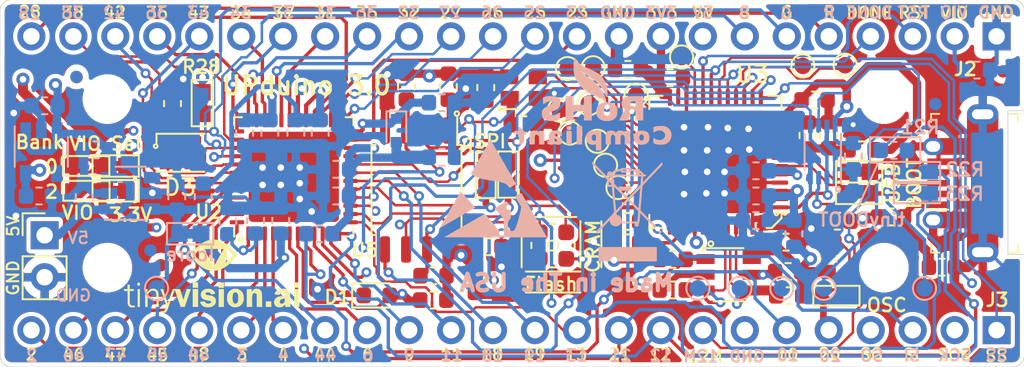
<source format=kicad_pcb>
(kicad_pcb (version 20171130) (host pcbnew "(5.1.5)-3")
  (title_block (title UpDuino) (rev 3.0) (company "tinyVision.ai Inc."))
  (layers (0 F.Cu signal hide) (1 In1.Cu signal hide) (2 In2.Cu signal hide) (31 B.Cu signal) (34 B.Paste user hide) (35 F.Paste user hide) (36 B.SilkS user) (37 F.SilkS user hide) (38 B.Mask user hide) (39 F.Mask user hide) (44 Edge.Cuts user hide))
  (net 0 "")
  (net 1 GND)
  (net 2 +5VD)
  (net 3 /FT_VCORE)
  (net 4 +3V3)
  (net 5 "Net-(C4-Pad1)")
  (net 6 /VCC_PLL)
  (net 7 /V_PHY)
  (net 8 /V_PLL)
  (net 9 /+1.2V_CORE)
  (net 10 +1V2)
  (net 11 +2V5)
  (net 12 /CDONE)
  (net 13 /LED_B)
  (net 14 /LED_G)
  (net 15 /LED_R)
  (net 16 /USB_P)
  (net 17 "Net-(J1-Pad4)")
  (net 18 /USB_M)
  (net 19 /IOT_41A)
  (net 20 /IOT_50B)
  (net 21 /IOT_51A)
  (net 22 /IOT_48B)
  (net 23 /IOT_49A)
  (net 24 /IOT_44B)
  (net 25 /IOT_45A_G1)
  (net 26 /IOT_42B)
  (net 27 /IOT_46B_G0)
  (net 28 /IOT_43A)
  (net 29 /IOT_38B)
  (net 30 /IOT_39A)
  (net 31 /IOT_36B)
  (net 32 /IOT_37A)
  (net 33 /CRESET_N)
  (net 34 /IOB_6A)
  (net 35 /IOB_0A)
  (net 36 /IOB_2A)
  (net 37 /IOB_5B)
  (net 38 /IOB_4A)
  (net 39 /IOB_9B)
  (net 40 /IOB_8A)
  (net 41 /IOB_3B_G6)
  (net 42 /IOB_13B)
  (net 43 /IOB_16A)
  (net 44 /IOB_20A)
  (net 45 /IOB_31B)
  (net 46 /IOB_29B)
  (net 47 /IOB_24A)
  (net 48 /IOB_23B)
  (net 49 /IOB_22A)
  (net 50 /CLK_12M_EXT)
  (net 51 /IOB_18A)
  (net 52 /IOB_25B_G3)
  (net 53 /FLASH_MISO)
  (net 54 /FLASH_MOSI)
  (net 55 /V_USB)
  (net 56 "Net-(R1-Pad2)")
  (net 57 /EE_DAT)
  (net 58 "Net-(R3-Pad1)")
  (net 59 "Net-(R10-Pad2)")
  (net 60 /CLK_12M_FT)
  (net 61 "Net-(R14-Pad1)")
  (net 62 "Net-(R15-Pad1)")
  (net 63 /EE_CS)
  (net 64 /EE_CLK)
  (net 65 "Net-(R35-Pad1)")
  (net 66 "Net-(R36-Pad1)")
  (net 67 "Net-(TP1-Pad1)")
  (net 68 "Net-(TP2-Pad1)")
  (net 69 "Net-(TP3-Pad1)")
  (net 70 "Net-(TP4-Pad1)")
  (net 71 "Net-(TP5-Pad1)")
  (net 72 "Net-(TP6-Pad1)")
  (net 73 "Net-(TP7-Pad1)")
  (net 74 "Net-(TP8-Pad1)")
  (net 75 "Net-(TP9-Pad1)")
  (net 76 "Net-(TP10-Pad1)")
  (net 77 "Net-(TP11-Pad1)")
  (net 78 "Net-(TP12-Pad1)")
  (net 79 "Net-(U3-Pad2)")
  (net 80 "Net-(U6-Pad4)")
  (net 81 "Net-(U7-Pad4)")
  (net 82 /VIO_BANK_0_2)
  (net 83 "Net-(C22-Pad1)")
  (net 84 "Net-(C35-Pad1)")
  (net 85 "Net-(R16-Pad1)")
  (net 86 "Net-(C24-Pad1)")
  (net 87 /FT_SSn)
  (net 88 /FT_SCK)
  (net 89 /FPGA_SO)
  (net 90 /FPGA_SI)
  (net 91 "Net-(U3-Pad39)")
  (module Logos:Logo_silk_ROHS_10x5.6mm (layer B.Cu) (at 135.814 84.125 180)
    (fp_text reference G*** hide)
    (fp_text value LOGO hide)
  )
  (module Symbol:ESD-Logo_6.6x6mm_SilkScreen (layer B.Cu) (at 129.845 89.205 180)
    (fp_text reference REF** hide)
    (fp_text value ESD-Logo_6.6x6mm_SilkScreen hide)
  )
  (module VS.preety:LED_Cree-PLCC4_2x2mm_CW (layer F.Cu) (at 110.922 87.046)
    (fp_text reference D3 (at -0.02 2.088) (layer F.SilkS))
    (fp_text value CLMVC-FKA-CLBDGL7LBB79353 hide)
    (pad 4 smd rect (at -0.75 0.55) (size 1 0.9) (layers F.Cu F.Paste F.Mask) (net 15 /LED_R))
    (pad 3 smd rect (at 0.75 0.55) (size 1 0.9) (layers F.Cu F.Paste F.Mask) (net 14 /LED_G))
    (pad 2 smd rect (at 0.75 -0.55) (size 1 0.9) (layers F.Cu F.Paste F.Mask) (net 13 /LED_B))
    (pad 1 smd rect (at -0.75 -0.55) (size 1 0.9) (layers F.Cu F.Paste F.Mask) (net 86 "Net-(C24-Pad1)"))
  )
  (module Diode_SMD:D_SOD-523 (layer B.Cu) (at 123.9886 85.6904 270)
    (fp_text reference D2 hide)
    (fp_text value 1N4148WT-7 hide)
    (pad 1 smd rect (at -0.7 0 90) (size 0.6 0.7) (layers B.Cu B.Paste B.Mask) (net 11 +2V5))
    (pad 2 smd rect (at 0.7 0 90) (size 0.6 0.7) (layers B.Cu B.Paste B.Mask) (net 4 +3V3))
  )
  (module Package_SO:SOIC-8_5.23x5.23mm_P1.27mm (layer F.Cu) (at 125.2078 89.2972 270)
    (fp_text reference U5 (at 3.6528 3.1328 180) (layer F.SilkS) (effects (font (size 0.8 0.8))))
    (fp_text value W25Q32JVSSIM hide)
    (pad 8 smd roundrect (at 3.6 -1.905 270) (size 1.6 0.6) (layers F.Cu F.Paste F.Mask) (net 4 +3V3))
    (pad 7 smd roundrect (at 3.6 -0.635 270) (size 1.6 0.6) (layers F.Cu F.Paste F.Mask) (net 62 "Net-(R15-Pad1)"))
    (pad 6 smd roundrect (at 3.6 0.635 270) (size 1.6 0.6) (layers F.Cu F.Paste F.Mask) (net 88 /FT_SCK))
    (pad 5 smd roundrect (at 3.6 1.905 270) (size 1.6 0.6) (layers F.Cu F.Paste F.Mask) (net 54 /FLASH_MOSI))
    (pad 4 smd roundrect (at -3.6 1.905 270) (size 1.6 0.6) (layers F.Cu F.Paste F.Mask) (net 1 GND))
    (pad 3 smd roundrect (at -3.6 0.635 270) (size 1.6 0.6) (layers F.Cu F.Paste F.Mask) (net 61 "Net-(R14-Pad1)"))
    (pad 2 smd roundrect (at -3.6 -0.635 270) (size 1.6 0.6) (layers F.Cu F.Paste F.Mask) (net 53 /FLASH_MISO))
    (pad 1 smd roundrect (at -3.6 -1.905 270) (size 1.6 0.6) (layers F.Cu F.Paste F.Mask) (net 87 /FT_SSn))
  )
  (module Resistor_SMD:R_0603_1608Metric (layer F.Cu) (at 134.27 92.66 90)
    (fp_text reference R27 hide)
    (fp_text value DNI hide)
    (pad 2 smd roundrect (at 0.7875 0 90) (size 0.875 0.95) (layers F.Cu F.Paste F.Mask) (net 90 /FPGA_SI))
    (pad 1 smd roundrect (at -0.7875 0 90) (size 0.875 0.95) (layers F.Cu F.Paste F.Mask) (net 54 /FLASH_MOSI))
  )
  (module Resistor_SMD:R_0603_1608Metric (layer F.Cu) (at 133.45 91.86)
    (fp_text reference R13 hide)
    (fp_text value 0 hide)
    (pad 2 smd roundrect (at 0.7875 0) (size 0.875 0.95) (layers F.Cu F.Paste F.Mask) (net 90 /FPGA_SI))
    (pad 1 smd roundrect (at -0.7875 0) (size 0.875 0.95) (layers F.Cu F.Paste F.Mask) (net 53 /FLASH_MISO))
  )
  (module Resistor_SMD:R_0603_1608Metric (layer F.Cu) (at 133.46 93.47)
    (fp_text reference R12 hide)
    (fp_text value 0 hide)
    (pad 2 smd roundrect (at 0.7875 0) (size 0.875 0.95) (layers F.Cu F.Paste F.Mask) (net 54 /FLASH_MOSI))
    (pad 1 smd roundrect (at -0.7875 0) (size 0.875 0.95) (layers F.Cu F.Paste F.Mask) (net 89 /FPGA_SO))
  )
  (module Resistor_SMD:R_0603_1608Metric (layer F.Cu) (at 132.67 92.65 90)
    (fp_text reference R11 hide)
    (fp_text value DNI hide)
    (pad 2 smd roundrect (at 0.7875 0 90) (size 0.875 0.95) (layers F.Cu F.Paste F.Mask) (net 53 /FLASH_MISO))
    (pad 1 smd roundrect (at -0.7875 0 90) (size 0.875 0.95) (layers F.Cu F.Paste F.Mask) (net 89 /FPGA_SO))
  )
  (module vs:Tiny4 (layer F.Cu) (at 112.88 94.5)
    (fp_text reference G*** hide)
    (fp_text value LOGO hide)
  )
  (module Symbol:WEEE-Logo_4.2x6mm_SilkScreen (layer B.Cu) (at 137.973 90.602 180)
    (fp_text reference REF** hide)
    (fp_text value WEEE-Logo_4.2x6mm_SilkScreen hide)
  )
  (module vs:Oscillator_SMD_Abracon_ASDMB-4Pin_2.5x2.0mm (layer F.Cu) (at 131.7 83.1)
    (fp_text reference U4 hide)
    (fp_text value "SG-210STF 12.0000ML3" hide)
    (pad 4 smd rect (at -0.88 -0.65) (size 1.1 0.9) (layers F.Cu F.Paste F.Mask) (net 4 +3V3))
    (pad 3 smd rect (at 0.85 -0.65) (size 1.1 0.9) (layers F.Cu F.Paste F.Mask) (net 60 /CLK_12M_FT))
    (pad 2 smd rect (at 0.85 0.65) (size 1.1 0.9) (layers F.Cu F.Paste F.Mask) (net 1 GND))
    (pad 1 smd rect (at -0.85 0.65) (size 1.1 0.9) (layers F.Cu F.Paste F.Mask) (net 59 "Net-(R10-Pad2)"))
  )
  (module vs:QFN-48-1EP_8x8mm_P0.5mm_EP6.2x6.2mm (layer F.Cu) (at 143.2984 87.6012 180)
    (fp_text reference U3 (at -2.2416 5.3012) (layer F.SilkS))
    (fp_text value FT232H hide)
    (pad 48 smd roundrect (at -2.75 -3.9 180) (size 0.25 1) (layers F.Cu F.Paste F.Mask) (net 1 GND))
    (pad 47 smd roundrect (at -2.25 -3.9 180) (size 0.25 1) (layers F.Cu F.Paste F.Mask) (net 1 GND))
    (pad 46 smd roundrect (at -1.75 -3.9 180) (size 0.25 1) (layers F.Cu F.Paste F.Mask) (net 4 +3V3))
    (pad 45 smd roundrect (at -1.25 -3.9 180) (size 0.25 1) (layers F.Cu F.Paste F.Mask) (net 63 /EE_CS))
    (pad 44 smd roundrect (at -0.75 -3.9 180) (size 0.25 1) (layers F.Cu F.Paste F.Mask) (net 64 /EE_CLK))
    (pad 43 smd roundrect (at -0.25 -3.9 180) (size 0.25 1) (layers F.Cu F.Paste F.Mask) (net 57 /EE_DAT))
    (pad 42 smd roundrect (at 0.25 -3.9 180) (size 0.25 1) (layers F.Cu F.Paste F.Mask) (net 1 GND))
    (pad 41 smd roundrect (at 0.75 -3.9 180) (size 0.25 1) (layers F.Cu F.Paste F.Mask) (net 1 GND))
    (pad 40 smd roundrect (at 1.25 -3.9 180) (size 0.25 1) (layers F.Cu F.Paste F.Mask) (net 2 +5VD))
    (pad 39 smd roundrect (at 1.75 -3.9 180) (size 0.25 1) (layers F.Cu F.Paste F.Mask) (net 91 "Net-(U3-Pad39)"))
    (pad 38 smd roundrect (at 2.25 -3.9 180) (size 0.25 1) (layers F.Cu F.Paste F.Mask) (net 3 /FT_VCORE))
    (pad 37 smd roundrect (at 2.75 -3.9 180) (size 0.25 1) (layers F.Cu F.Paste F.Mask) (net 5 "Net-(C4-Pad1)"))
    (pad 36 smd roundrect (at 3.9 -2.75 180) (size 1 0.25) (layers F.Cu F.Paste F.Mask) (net 1 GND))
    (pad 35 smd roundrect (at 3.9 -2.25 180) (size 1 0.25) (layers F.Cu F.Paste F.Mask) (net 1 GND))
    (pad 34 smd roundrect (at 3.9 -1.75 180) (size 1 0.25) (layers F.Cu F.Paste F.Mask) (net 4 +3V3))
    (pad 33 smd roundrect (at 3.9 -1.25 180) (size 1 0.25) (layers F.Cu F.Paste F.Mask) (net 76 "Net-(TP10-Pad1)"))
    (pad 32 smd roundrect (at 3.9 -0.75 180) (size 1 0.25) (layers F.Cu F.Paste F.Mask) (net 75 "Net-(TP9-Pad1)"))
    (pad 31 smd roundrect (at 3.9 -0.25 180) (size 1 0.25) (layers F.Cu F.Paste F.Mask) (net 74 "Net-(TP8-Pad1)"))
    (pad 30 smd roundrect (at 3.9 0.25 180) (size 1 0.25) (layers F.Cu F.Paste F.Mask) (net 73 "Net-(TP7-Pad1)"))
    (pad 29 smd roundrect (at 3.9 0.75 180) (size 1 0.25) (layers F.Cu F.Paste F.Mask) (net 72 "Net-(TP6-Pad1)"))
    (pad 28 smd roundrect (at 3.9 1.25 180) (size 1 0.25) (layers F.Cu F.Paste F.Mask) (net 71 "Net-(TP5-Pad1)"))
    (pad 27 smd roundrect (at 3.9 1.75 180) (size 1 0.25) (layers F.Cu F.Paste F.Mask) (net 70 "Net-(TP4-Pad1)"))
    (pad 26 smd roundrect (at 3.9 2.25 180) (size 1 0.25) (layers F.Cu F.Paste F.Mask) (net 69 "Net-(TP3-Pad1)"))
    (pad 25 smd roundrect (at 3.9 2.75 180) (size 1 0.25) (layers F.Cu F.Paste F.Mask) (net 68 "Net-(TP2-Pad1)"))
    (pad 24 smd roundrect (at 2.75 3.9 180) (size 0.25 1) (layers F.Cu F.Paste F.Mask) (net 4 +3V3))
    (pad 23 smd roundrect (at 2.25 3.9 180) (size 0.25 1) (layers F.Cu F.Paste F.Mask) (net 1 GND))
    (pad 22 smd roundrect (at 1.75 3.9 180) (size 0.25 1) (layers F.Cu F.Paste F.Mask) (net 1 GND))
    (pad 21 smd roundrect (at 1.25 3.9 180) (size 0.25 1) (layers F.Cu F.Paste F.Mask) (net 67 "Net-(TP1-Pad1)"))
    (pad 20 smd roundrect (at 0.75 3.9 180) (size 0.25 1) (layers F.Cu F.Paste F.Mask) (net 33 /CRESET_N))
    (pad 19 smd roundrect (at 0.25 3.9 180) (size 0.25 1) (layers F.Cu F.Paste F.Mask) (net 12 /CDONE))
    (pad 18 smd roundrect (at -0.25 3.9 180) (size 0.25 1) (layers F.Cu F.Paste F.Mask) (net 78 "Net-(TP12-Pad1)"))
    (pad 17 smd roundrect (at -0.75 3.9 180) (size 0.25 1) (layers F.Cu F.Paste F.Mask) (net 87 /FT_SSn))
    (pad 16 smd roundrect (at -1.25 3.9 180) (size 0.25 1) (layers F.Cu F.Paste F.Mask) (net 77 "Net-(TP11-Pad1)"))
    (pad 15 smd roundrect (at -1.75 3.9 180) (size 0.25 1) (layers F.Cu F.Paste F.Mask) (net 53 /FLASH_MISO))
    (pad 14 smd roundrect (at -2.25 3.9 180) (size 0.25 1) (layers F.Cu F.Paste F.Mask) (net 54 /FLASH_MOSI))
    (pad 13 smd roundrect (at -2.75 3.9 180) (size 0.25 1) (layers F.Cu F.Paste F.Mask) (net 88 /FT_SCK))
    (pad 12 smd roundrect (at -3.9 2.75 180) (size 1 0.25) (layers F.Cu F.Paste F.Mask) (net 4 +3V3))
    (pad 11 smd roundrect (at -3.9 2.25 180) (size 1 0.25) (layers F.Cu F.Paste F.Mask) (net 1 GND))
    (pad 10 smd roundrect (at -3.9 1.75 180) (size 1 0.25) (layers F.Cu F.Paste F.Mask) (net 1 GND))
    (pad 9 smd roundrect (at -3.9 1.25 180) (size 1 0.25) (layers F.Cu F.Paste F.Mask) (net 1 GND))
    (pad 8 smd roundrect (at -3.9 0.75 180) (size 1 0.25) (layers F.Cu F.Paste F.Mask) (net 8 /V_PLL))
    (pad 7 smd roundrect (at -3.9 0.25 180) (size 1 0.25) (layers F.Cu F.Paste F.Mask) (net 66 "Net-(R36-Pad1)"))
    (pad 6 smd roundrect (at -3.9 -0.25 180) (size 1 0.25) (layers F.Cu F.Paste F.Mask) (net 65 "Net-(R35-Pad1)"))
    (pad 5 smd roundrect (at -3.9 -0.75 180) (size 1 0.25) (layers F.Cu F.Paste F.Mask) (net 58 "Net-(R3-Pad1)"))
    (pad 4 smd roundrect (at -3.9 -1.25 180) (size 1 0.25) (layers F.Cu F.Paste F.Mask) (net 1 GND))
    (pad 3 smd roundrect (at -3.9 -1.75 180) (size 1 0.25) (layers F.Cu F.Paste F.Mask) (net 7 /V_PHY))
    (pad 2 smd roundrect (at -3.9 -2.25 180) (size 1 0.25) (layers F.Cu F.Paste F.Mask) (net 79 "Net-(U3-Pad2)"))
    (pad 1 smd roundrect (at -3.9 -2.75 180) (size 1 0.25) (layers F.Cu F.Paste F.Mask) (net 60 /CLK_12M_FT))
    (pad 49 smd roundrect (at 0 0 180) (size 6.2 6.2) (layers F.Cu F.Mask) (roundrect_rratio 0.046) (net 1 GND))
  )
  (module vs:SOT-23-6 (layer F.Cu) (at 144.1 94.428)
    (fp_text reference U1 hide)
    (fp_text value 93LC56BT-I/OT hide)
    (pad 5 smd rect (at 1.4 0) (size 1.1 0.6) (layers F.Cu F.Paste F.Mask) (net 63 /EE_CS))
    (pad 6 smd rect (at 1.4 -0.95) (size 1.1 0.6) (layers F.Cu F.Paste F.Mask) (net 4 +3V3))
    (pad 4 smd rect (at 1.4 0.95) (size 1.1 0.6) (layers F.Cu F.Paste F.Mask) (net 64 /EE_CLK))
    (pad 3 smd rect (at -1.4 0.95) (size 1.1 0.6) (layers F.Cu F.Paste F.Mask) (net 57 /EE_DAT))
    (pad 2 smd rect (at -1.4 0) (size 1.1 0.6) (layers F.Cu F.Paste F.Mask) (net 1 GND))
    (pad 1 smd rect (at -1.4 -0.95) (size 1.1 0.6) (layers F.Cu F.Paste F.Mask) (net 56 "Net-(R1-Pad2)"))
  )
  (module Package_DFN_QFN:QFN-48-1EP_7x7mm_P0.5mm_EP5.6x5.6mm (layer F.Cu) (at 117.7798 88.5034 90)
    (fp_text reference U2 (at -2.1166 -5.1498) (layer F.SilkS) (effects (font (size 0.8 0.8))))
    (fp_text value ICE40UP5K-SG48ITR hide)
    (pad 48 smd roundrect (at -2.75 -3.4375 90) (size 0.25 0.875) (layers F.Cu F.Paste F.Mask) (net 38 /IOB_4A))
    (pad 47 smd roundrect (at -2.25 -3.4375 90) (size 0.25 0.875) (layers F.Cu F.Paste F.Mask) (net 36 /IOB_2A))
    (pad 46 smd roundrect (at -1.75 -3.4375 90) (size 0.25 0.875) (layers F.Cu F.Paste F.Mask) (net 35 /IOB_0A))
    (pad 45 smd roundrect (at -1.25 -3.4375 90) (size 0.25 0.875) (layers F.Cu F.Paste F.Mask) (net 37 /IOB_5B))
    (pad 44 smd roundrect (at -0.75 -3.4375 90) (size 0.25 0.875) (layers F.Cu F.Paste F.Mask) (net 41 /IOB_3B_G6))
    (pad 43 smd roundrect (at -0.25 -3.4375 90) (size 0.25 0.875) (layers F.Cu F.Paste F.Mask) (net 23 /IOT_49A))
    (pad 42 smd roundrect (at 0.25 -3.4375 90) (size 0.25 0.875) (layers F.Cu F.Paste F.Mask) (net 21 /IOT_51A))
    (pad 41 smd roundrect (at 0.75 -3.4375 90) (size 0.25 0.875) (layers F.Cu F.Paste F.Mask) (net 15 /LED_R))
    (pad 40 smd roundrect (at 1.25 -3.4375 90) (size 0.25 0.875) (layers F.Cu F.Paste F.Mask) (net 13 /LED_B))
    (pad 39 smd roundrect (at 1.75 -3.4375 90) (size 0.25 0.875) (layers F.Cu F.Paste F.Mask) (net 14 /LED_G))
    (pad 38 smd roundrect (at 2.25 -3.4375 90) (size 0.25 0.875) (layers F.Cu F.Paste F.Mask) (net 20 /IOT_50B))
    (pad 37 smd roundrect (at 2.75 -3.4375 90) (size 0.25 0.875) (layers F.Cu F.Paste F.Mask) (net 25 /IOT_45A_G1))
    (pad 36 smd roundrect (at 3.4375 -2.75 90) (size 0.875 0.25) (layers F.Cu F.Paste F.Mask) (net 22 /IOT_48B))
    (pad 35 smd roundrect (at 3.4375 -2.25 90) (size 0.875 0.25) (layers F.Cu F.Paste F.Mask) (net 27 /IOT_46B_G0))
    (pad 34 smd roundrect (at 3.4375 -1.75 90) (size 0.875 0.25) (layers F.Cu F.Paste F.Mask) (net 24 /IOT_44B))
    (pad 33 smd roundrect (at 3.4375 -1.25 90) (size 0.875 0.25) (layers F.Cu F.Paste F.Mask) (net 83 "Net-(C22-Pad1)"))
    (pad 32 smd roundrect (at 3.4375 -0.75 90) (size 0.875 0.25) (layers F.Cu F.Paste F.Mask) (net 28 /IOT_43A))
    (pad 31 smd roundrect (at 3.4375 -0.25 90) (size 0.875 0.25) (layers F.Cu F.Paste F.Mask) (net 26 /IOT_42B))
    (pad 30 smd roundrect (at 3.4375 0.25 90) (size 0.875 0.25) (layers F.Cu F.Paste F.Mask) (net 9 /+1.2V_CORE))
    (pad 29 smd roundrect (at 3.4375 0.75 90) (size 0.875 0.25) (layers F.Cu F.Paste F.Mask) (net 6 /VCC_PLL))
    (pad 28 smd roundrect (at 3.4375 1.25 90) (size 0.875 0.25) (layers F.Cu F.Paste F.Mask) (net 19 /IOT_41A))
    (pad 27 smd roundrect (at 3.4375 1.75 90) (size 0.875 0.25) (layers F.Cu F.Paste F.Mask) (net 29 /IOT_38B))
    (pad 26 smd roundrect (at 3.4375 2.25 90) (size 0.875 0.25) (layers F.Cu F.Paste F.Mask) (net 30 /IOT_39A))
    (pad 25 smd roundrect (at 3.4375 2.75 90) (size 0.875 0.25) (layers F.Cu F.Paste F.Mask) (net 31 /IOT_36B))
    (pad 24 smd roundrect (at 2.75 3.4375 90) (size 0.25 0.875) (layers F.Cu F.Paste F.Mask) (net 11 +2V5))
    (pad 23 smd roundrect (at 2.25 3.4375 90) (size 0.25 0.875) (layers F.Cu F.Paste F.Mask) (net 32 /IOT_37A))
    (pad 22 smd roundrect (at 1.75 3.4375 90) (size 0.25 0.875) (layers F.Cu F.Paste F.Mask) (net 4 +3V3))
    (pad 21 smd roundrect (at 1.25 3.4375 90) (size 0.25 0.875) (layers F.Cu F.Paste F.Mask) (net 48 /IOB_23B))
    (pad 20 smd roundrect (at 0.75 3.4375 90) (size 0.25 0.875) (layers F.Cu F.Paste F.Mask) (net 52 /IOB_25B_G3))
    (pad 19 smd roundrect (at 0.25 3.4375 90) (size 0.25 0.875) (layers F.Cu F.Paste F.Mask) (net 46 /IOB_29B))
    (pad 18 smd roundrect (at -0.25 3.4375 90) (size 0.25 0.875) (layers F.Cu F.Paste F.Mask) (net 45 /IOB_31B))
    (pad 17 smd roundrect (at -0.75 3.4375 90) (size 0.25 0.875) (layers F.Cu F.Paste F.Mask) (net 90 /FPGA_SI))
    (pad 16 smd roundrect (at -1.25 3.4375 90) (size 0.25 0.875) (layers F.Cu F.Paste F.Mask) (net 87 /FT_SSn))
    (pad 15 smd roundrect (at -1.75 3.4375 90) (size 0.25 0.875) (layers F.Cu F.Paste F.Mask) (net 88 /FT_SCK))
    (pad 14 smd roundrect (at -2.25 3.4375 90) (size 0.25 0.875) (layers F.Cu F.Paste F.Mask) (net 89 /FPGA_SO))
    (pad 13 smd roundrect (at -2.75 3.4375 90) (size 0.25 0.875) (layers F.Cu F.Paste F.Mask) (net 47 /IOB_24A))
    (pad 12 smd roundrect (at -3.4375 2.75 90) (size 0.875 0.25) (layers F.Cu F.Paste F.Mask) (net 49 /IOB_22A))
    (pad 11 smd roundrect (at -3.4375 2.25 90) (size 0.875 0.25) (layers F.Cu F.Paste F.Mask) (net 44 /IOB_20A))
    (pad 10 smd roundrect (at -3.4375 1.75 90) (size 0.875 0.25) (layers F.Cu F.Paste F.Mask) (net 51 /IOB_18A))
    (pad 9 smd roundrect (at -3.4375 1.25 90) (size 0.875 0.25) (layers F.Cu F.Paste F.Mask) (net 43 /IOB_16A))
    (pad 8 smd roundrect (at -3.4375 0.75 90) (size 0.875 0.25) (layers F.Cu F.Paste F.Mask) (net 33 /CRESET_N))
    (pad 7 smd roundrect (at -3.4375 0.25 90) (size 0.875 0.25) (layers F.Cu F.Paste F.Mask) (net 12 /CDONE))
    (pad 6 smd roundrect (at -3.4375 -0.25 90) (size 0.875 0.25) (layers F.Cu F.Paste F.Mask) (net 42 /IOB_13B))
    (pad 5 smd roundrect (at -3.4375 -0.75 90) (size 0.875 0.25) (layers F.Cu F.Paste F.Mask) (net 9 /+1.2V_CORE))
    (pad 4 smd roundrect (at -3.4375 -1.25 90) (size 0.875 0.25) (layers F.Cu F.Paste F.Mask) (net 40 /IOB_8A))
    (pad 3 smd roundrect (at -3.4375 -1.75 90) (size 0.875 0.25) (layers F.Cu F.Paste F.Mask) (net 39 /IOB_9B))
    (pad 2 smd roundrect (at -3.4375 -2.25 90) (size 0.875 0.25) (layers F.Cu F.Paste F.Mask) (net 34 /IOB_6A))
    (pad 1 smd roundrect (at -3.4375 -2.75 90) (size 0.875 0.25) (layers F.Cu F.Paste F.Mask) (net 84 "Net-(C35-Pad1)"))
    (pad 49 smd roundrect (at 0 0 90) (size 5.46 5.46) (layers F.Cu F.Mask) (roundrect_rratio 0.045) (net 1 GND))
  )
  (module Capacitor_SMD:C_0603_1608Metric (layer F.Cu) (at 140.55 82.5)
    (fp_text reference C7 hide)
    (fp_text value 0.1u hide)
    (pad 2 smd roundrect (at 0.7875 0) (size 0.875 0.95) (layers F.Cu F.Paste F.Mask) (net 1 GND))
    (pad 1 smd roundrect (at -0.7875 0) (size 0.875 0.95) (layers F.Cu F.Paste F.Mask) (net 4 +3V3))
  )
  (module TestPoint:TestPoint_Pad_D1.0mm (layer F.Cu) (at 138.5 83.55)
    (fp_text reference TP2 hide)
    (fp_text value TestPoint hide)
    (pad 1 smd circle (at 0 0) (size 1 1) (layers F.Cu F.Mask) (net 68 "Net-(TP2-Pad1)"))
  )
  (module vs:SolderJumper-2_0603_Open_TrianglePad1.0x1.5mm (layer F.Cu) (at 150.622 95.7 180)
    (fp_text reference R16 hide)
    (fp_text value JUMPER hide)
    (pad 2 smd custom (at 0.7875 0 180) (size 0.5 0.9) (layers F.Cu F.Paste F.Mask) (net 52 /IOB_25B_G3) (options (clearance outline) (anchor rect)) (primitives (gr_poly (pts (xy -0.8 -0.455) (xy 0.5 -0.455) (xy 0.5 0.455) (xy -0.8 0.455) (xy -0.3 0)) (width 0))))
    (pad 1 smd custom (at -0.7875 0 180) (size 0.875 0.9) (layers F.Cu F.Paste F.Mask) (net 85 "Net-(R16-Pad1)") (options (clearance outline) (anchor rect)) (primitives (gr_poly (pts (xy -0.5 -0.455) (xy 0.5 -0.455) (xy 1 0) (xy 0.5 0.455) (xy -0.5 0.455)) (width 0))))
  )
  (module Connector_PinHeader_2.54mm:PinHeader_1x02_P2.54mm_Vertical (layer F.Cu) (at 102.7 92.04)
    (fp_text reference J4 hide)
    (fp_text value "5V Power" hide)
    (pad 2 thru_hole oval (at 0 2.54) (size 1.7 1.7) (drill 1) (layers *.Cu *.Mask) (net 1 GND))
    (pad 1 thru_hole rect (at 0 0) (size 1.7 1.7) (drill 1) (layers *.Cu *.Mask) (net 2 +5VD))
  )
  (module TestPoint:TestPoint_Pad_D1.0mm (layer F.Cu) (at 151.15 81.75)
    (fp_text reference TP11 hide)
    (fp_text value TestPoint hide)
    (pad 1 smd circle (at 0 0) (size 1 1) (layers F.Cu F.Mask) (net 77 "Net-(TP11-Pad1)"))
  )
  (module Resistor_SMD:R_0603_1608Metric (layer B.Cu) (at 154.1 86.9 180)
    (fp_text reference R21 (at -1.6 1.4 180) (layer B.SilkS) (effects (font (size 0.8 0.8)) (justify mirror)))
    (fp_text value DNI hide)
    (pad 2 smd roundrect (at 0.7875 0 180) (size 0.875 0.95) (layers B.Cu B.Paste B.Mask) (net 49 /IOB_22A))
    (pad 1 smd roundrect (at -0.7875 0 180) (size 0.875 0.95) (layers B.Cu B.Paste B.Mask) (net 16 /USB_P))
  )
  (module Resistor_SMD:R_0603_1608Metric (layer F.Cu) (at 147.7645 95.7)
    (fp_text reference R18 hide)
    (fp_text value 10K hide)
    (pad 2 smd roundrect (at 0.7875 0) (size 0.875 0.95) (layers F.Cu F.Paste F.Mask) (net 4 +3V3))
    (pad 1 smd roundrect (at -0.7875 0) (size 0.875 0.95) (layers F.Cu F.Paste F.Mask) (net 64 /EE_CLK))
  )
  (module Resistor_SMD:R_0603_1608Metric (layer F.Cu) (at 147.701 94.234 180)
    (fp_text reference R17 hide)
    (fp_text value 10K hide)
    (pad 2 smd roundrect (at 0.7875 0 180) (size 0.875 0.95) (layers F.Cu F.Paste F.Mask) (net 63 /EE_CS))
    (pad 1 smd roundrect (at -0.7875 0 180) (size 0.875 0.95) (layers F.Cu F.Paste F.Mask) (net 4 +3V3))
  )
  (module Resistor_SMD:R_0603_1608Metric (layer F.Cu) (at 126.238 94.488)
    (fp_text reference R15 hide)
    (fp_text value 10K hide)
    (pad 2 smd roundrect (at 0.7875 0) (size 0.875 0.95) (layers F.Cu F.Paste F.Mask) (net 4 +3V3))
    (pad 1 smd roundrect (at -0.7875 0) (size 0.875 0.95) (layers F.Cu F.Paste F.Mask) (net 62 "Net-(R15-Pad1)"))
  )
  (module Resistor_SMD:R_0603_1608Metric (layer F.Cu) (at 124.5982 83.0488 90)
    (fp_text reference R14 hide)
    (fp_text value 10K hide)
    (pad 2 smd roundrect (at 0.7875 0 90) (size 0.875 0.95) (layers F.Cu F.Paste F.Mask) (net 4 +3V3))
    (pad 1 smd roundrect (at -0.7875 0 90) (size 0.875 0.95) (layers F.Cu F.Paste F.Mask) (net 61 "Net-(R14-Pad1)"))
  )
  (module Resistor_SMD:R_0603_1608Metric (layer F.Cu) (at 131.7 85.344 180)
    (fp_text reference R10 hide)
    (fp_text value DNI hide)
    (pad 2 smd roundrect (at 0.7875 0 180) (size 0.875 0.95) (layers F.Cu F.Paste F.Mask) (net 59 "Net-(R10-Pad2)"))
    (pad 1 smd roundrect (at -0.7875 0 180) (size 0.875 0.95) (layers F.Cu F.Paste F.Mask) (net 1 GND))
  )
  (module Resistor_SMD:R_0603_1608Metric (layer F.Cu) (at 129.56 92.73 180)
    (fp_text reference R9 hide)
    (fp_text value 10K hide)
    (pad 2 smd roundrect (at 0.7875 0 180) (size 0.875 0.95) (layers F.Cu F.Paste F.Mask) (net 4 +3V3))
    (pad 1 smd roundrect (at -0.7875 0 180) (size 0.875 0.95) (layers F.Cu F.Paste F.Mask) (net 88 /FT_SCK))
  )
  (module Resistor_SMD:R_0603_1608Metric (layer F.Cu) (at 127.1382 83.0488 90)
    (fp_text reference R8 hide)
    (fp_text value 10K hide)
    (pad 2 smd roundrect (at 0.7875 0 90) (size 0.875 0.95) (layers F.Cu F.Paste F.Mask) (net 4 +3V3))
    (pad 1 smd roundrect (at -0.7875 0 90) (size 0.875 0.95) (layers F.Cu F.Paste F.Mask) (net 87 /FT_SSn))
  )
  (module Resistor_SMD:R_0603_1608Metric (layer F.Cu) (at 126.2253 95.9612)
    (fp_text reference R7 hide)
    (fp_text value 2.2K hide)
    (pad 2 smd roundrect (at 0.7875 0) (size 0.875 0.95) (layers F.Cu F.Paste F.Mask) (net 4 +3V3))
    (pad 1 smd roundrect (at -0.7875 0) (size 0.875 0.95) (layers F.Cu F.Paste F.Mask) (net 12 /CDONE))
  )
  (module Resistor_SMD:R_0603_1608Metric (layer B.Cu) (at 119.3165 91.948)
    (fp_text reference R5 hide)
    (fp_text value 10K hide)
    (pad 2 smd roundrect (at 0.7875 0) (size 0.875 0.95) (layers B.Cu B.Paste B.Mask) (net 4 +3V3))
    (pad 1 smd roundrect (at -0.7875 0) (size 0.875 0.95) (layers B.Cu B.Paste B.Mask) (net 33 /CRESET_N))
  )
  (module Resistor_SMD:R_0603_1608Metric (layer F.Cu) (at 140.716 93.5 180)
    (fp_text reference R4 hide)
    (fp_text value 10K hide)
    (pad 2 smd roundrect (at 0.7875 0 180) (size 0.875 0.95) (layers F.Cu F.Paste F.Mask) (net 4 +3V3))
    (pad 1 smd roundrect (at -0.7875 0 180) (size 0.875 0.95) (layers F.Cu F.Paste F.Mask) (net 56 "Net-(R1-Pad2)"))
  )
  (module Resistor_SMD:R_0603_1608Metric (layer B.Cu) (at 145.75 88.138 180)
    (fp_text reference R3 hide)
    (fp_text value 12K hide)
    (pad 2 smd roundrect (at 0.7875 0 180) (size 0.875 0.95) (layers B.Cu B.Paste B.Mask) (net 1 GND))
    (pad 1 smd roundrect (at -0.7875 0 180) (size 0.875 0.95) (layers B.Cu B.Paste B.Mask) (net 58 "Net-(R3-Pad1)"))
  )
  (module Resistor_SMD:R_0603_1608Metric (layer F.Cu) (at 140.716 95.35 180)
    (fp_text reference R1 hide)
    (fp_text value 2.2K hide)
    (pad 2 smd roundrect (at 0.7875 0 180) (size 0.875 0.95) (layers F.Cu F.Paste F.Mask) (net 56 "Net-(R1-Pad2)"))
    (pad 1 smd roundrect (at -0.7875 0 180) (size 0.875 0.95) (layers F.Cu F.Paste F.Mask) (net 57 /EE_DAT))
  )
  (module Inductor_SMD:L_0603_1608Metric (layer F.Cu) (at 153.924 90.932)
    (fp_text reference FB3 hide)
    (fp_text value BLM18HE152SN1D hide)
    (pad 2 smd roundrect (at 0.7875 0) (size 0.875 0.95) (layers F.Cu F.Paste F.Mask) (net 55 /V_USB))
    (pad 1 smd roundrect (at -0.7875 0) (size 0.875 0.95) (layers F.Cu F.Paste F.Mask) (net 2 +5VD))
  )
  (module Inductor_SMD:L_0603_1608Metric (layer F.Cu) (at 152.146 86.868)
    (fp_text reference FB2 hide)
    (fp_text value BLM18HE152SN1D hide)
    (pad 2 smd roundrect (at 0.7875 0) (size 0.875 0.95) (layers F.Cu F.Paste F.Mask) (net 4 +3V3))
    (pad 1 smd roundrect (at -0.7875 0) (size 0.875 0.95) (layers F.Cu F.Paste F.Mask) (net 8 /V_PLL))
  )
  (module Inductor_SMD:L_0603_1608Metric (layer B.Cu) (at 148.05 91.95 270)
    (fp_text reference FB1 hide)
    (fp_text value BLM18HE152SN1D hide)
    (pad 2 smd roundrect (at 0.7875 0 270) (size 0.875 0.95) (layers B.Cu B.Paste B.Mask) (net 4 +3V3))
    (pad 1 smd roundrect (at -0.7875 0 270) (size 0.875 0.95) (layers B.Cu B.Paste B.Mask) (net 7 /V_PHY))
  )
  (module LED_SMD:LED_0603_1608Metric (layer F.Cu) (at 122.8 95.68)
    (fp_text reference D1 (at -2.3786 0.1034 180) (layer F.SilkS) (effects (font (size 0.8 0.8))))
    (fp_text value LTST-C191KGKT hide)
    (pad 2 smd roundrect (at 0.7875 0) (size 0.875 0.95) (layers F.Cu F.Paste F.Mask) (net 12 /CDONE))
    (pad 1 smd roundrect (at -0.7875 0) (size 0.875 0.95) (layers F.Cu F.Paste F.Mask) (net 1 GND))
  )
  (module Capacitor_SMD:C_0603_1608Metric (layer B.Cu) (at 105.8 86.868 180)
    (fp_text reference C34 hide)
    (fp_text value DNI hide)
    (pad 2 smd roundrect (at 0.7875 0 180) (size 0.875 0.95) (layers B.Cu B.Paste B.Mask) (net 1 GND))
    (pad 1 smd roundrect (at -0.7875 0 180) (size 0.875 0.95) (layers B.Cu B.Paste B.Mask) (net 2 +5VD))
  )
  (module Capacitor_SMD:C_0603_1608Metric (layer F.Cu) (at 138 82 180)
    (fp_text reference C33 hide)
    (fp_text value DNI hide)
    (pad 2 smd roundrect (at 0.7875 0 180) (size 0.875 0.95) (layers F.Cu F.Paste F.Mask) (net 1 GND))
    (pad 1 smd roundrect (at -0.7875 0 180) (size 0.875 0.95) (layers F.Cu F.Paste F.Mask) (net 4 +3V3))
  )
  (module Capacitor_SMD:C_0603_1608Metric (layer B.Cu) (at 126.746 84.014)
    (fp_text reference C31 hide)
    (fp_text value 4.7u hide)
    (pad 2 smd roundrect (at 0.7875 0) (size 0.875 0.95) (layers B.Cu B.Paste B.Mask) (net 1 GND))
    (pad 1 smd roundrect (at -0.7875 0) (size 0.875 0.95) (layers B.Cu B.Paste B.Mask) (net 11 +2V5))
  )
  (module Capacitor_SMD:C_0603_1608Metric (layer B.Cu) (at 110.7 89.7 90)
    (fp_text reference C29 hide)
    (fp_text value 4.7u hide)
    (pad 2 smd roundrect (at 0.7875 0 90) (size 0.875 0.95) (layers B.Cu B.Paste B.Mask) (net 1 GND))
    (pad 1 smd roundrect (at -0.7875 0 90) (size 0.875 0.95) (layers B.Cu B.Paste B.Mask) (net 10 +1V2))
  )
  (module Capacitor_SMD:C_0603_1608Metric (layer F.Cu) (at 150.15 85.9875 90)
    (fp_text reference C28 hide)
    (fp_text value 4.7u hide)
    (pad 2 smd roundrect (at 0.7875 0 90) (size 0.875 0.95) (layers F.Cu F.Paste F.Mask) (net 1 GND))
    (pad 1 smd roundrect (at -0.7875 0 90) (size 0.875 0.95) (layers F.Cu F.Paste F.Mask) (net 8 /V_PLL))
  )
  (module Capacitor_SMD:C_0603_1608Metric (layer B.Cu) (at 145.75 91.15 180)
    (fp_text reference C27 hide)
    (fp_text value 4.7u hide)
    (pad 2 smd roundrect (at 0.7875 0 180) (size 0.875 0.95) (layers B.Cu B.Paste B.Mask) (net 1 GND))
    (pad 1 smd roundrect (at -0.7875 0 180) (size 0.875 0.95) (layers B.Cu B.Paste B.Mask) (net 7 /V_PHY))
  )
  (module Capacitor_SMD:C_0603_1608Metric (layer F.Cu) (at 157.01 93.97 180)
    (fp_text reference C25 hide)
    (fp_text value 0.1u hide)
    (pad 2 smd roundrect (at 0.7875 0 180) (size 0.875 0.95) (layers F.Cu F.Paste F.Mask) (net 55 /V_USB))
    (pad 1 smd roundrect (at -0.7875 0 180) (size 0.875 0.95) (layers F.Cu F.Paste F.Mask) (net 1 GND))
  )
  (module Capacitor_SMD:C_0603_1608Metric (layer F.Cu) (at 110.44 84.07 90)
    (fp_text reference C24 hide)
    (fp_text value 4.7u hide)
    (pad 2 smd roundrect (at 0.7875 0 90) (size 0.875 0.95) (layers F.Cu F.Paste F.Mask) (net 1 GND))
    (pad 1 smd roundrect (at -0.7875 0 90) (size 0.875 0.95) (layers F.Cu F.Paste F.Mask) (net 86 "Net-(C24-Pad1)"))
  )
  (module Capacitor_SMD:C_0603_1608Metric (layer B.Cu) (at 159.131 82.042)
    (fp_text reference C23 hide)
    (fp_text value DNI hide)
    (pad 2 smd roundrect (at 0.7875 0) (size 0.875 0.95) (layers B.Cu B.Paste B.Mask) (net 1 GND))
    (pad 1 smd roundrect (at -0.7875 0) (size 0.875 0.95) (layers B.Cu B.Paste B.Mask) (net 82 /VIO_BANK_0_2))
  )
  (module Capacitor_SMD:C_0603_1608Metric (layer B.Cu) (at 102.362 89.662)
    (fp_text reference C21 hide)
    (fp_text value 4.7u hide)
    (pad 2 smd roundrect (at 0.7875 0) (size 0.875 0.95) (layers B.Cu B.Paste B.Mask) (net 1 GND))
    (pad 1 smd roundrect (at -0.7875 0) (size 0.875 0.95) (layers B.Cu B.Paste B.Mask) (net 4 +3V3))
  )
  (module Capacitor_SMD:C_0603_1608Metric (layer B.Cu) (at 105.1 89.7 90)
    (fp_text reference C20 hide)
    (fp_text value 4.7u hide)
    (pad 2 smd roundrect (at 0.7875 0 90) (size 0.875 0.95) (layers B.Cu B.Paste B.Mask) (net 1 GND))
    (pad 1 smd roundrect (at -0.7875 0 90) (size 0.875 0.95) (layers B.Cu B.Paste B.Mask) (net 2 +5VD))
  )
  (module Capacitor_SMD:C_0603_1608Metric (layer B.Cu) (at 102.7 84.2 180)
    (fp_text reference C19 hide)
    (fp_text value 4.7u hide)
    (pad 2 smd roundrect (at 0.7875 0 180) (size 0.875 0.95) (layers B.Cu B.Paste B.Mask) (net 1 GND))
    (pad 1 smd roundrect (at -0.7875 0 180) (size 0.875 0.95) (layers B.Cu B.Paste B.Mask) (net 2 +5VD))
  )
  (module Capacitor_SMD:C_0603_1608Metric (layer F.Cu) (at 129.4 83.1 270)
    (fp_text reference C18 hide)
    (fp_text value 0.1u hide)
    (pad 2 smd roundrect (at 0.7875 0 270) (size 0.875 0.95) (layers F.Cu F.Paste F.Mask) (net 1 GND))
    (pad 1 smd roundrect (at -0.7875 0 270) (size 0.875 0.95) (layers F.Cu F.Paste F.Mask) (net 4 +3V3))
  )
  (module Capacitor_SMD:C_0603_1608Metric (layer F.Cu) (at 128.778 94.742 270)
    (fp_text reference C17 hide)
    (fp_text value 0.1u hide)
    (pad 2 smd roundrect (at 0.7875 0 270) (size 0.875 0.95) (layers F.Cu F.Paste F.Mask) (net 1 GND))
    (pad 1 smd roundrect (at -0.7875 0 270) (size 0.875 0.95) (layers F.Cu F.Paste F.Mask) (net 4 +3V3))
  )
  (module Capacitor_SMD:C_0603_1608Metric (layer B.Cu) (at 126.746 87.316)
    (fp_text reference C16 hide)
    (fp_text value 0.1u hide)
    (pad 2 smd roundrect (at 0.7875 0) (size 0.875 0.95) (layers B.Cu B.Paste B.Mask) (net 1 GND))
    (pad 1 smd roundrect (at -0.7875 0) (size 0.875 0.95) (layers B.Cu B.Paste B.Mask) (net 4 +3V3))
  )
  (module Capacitor_SMD:C_0603_1608Metric (layer B.Cu) (at 116.9924 91.145 90)
    (fp_text reference C15 hide)
    (fp_text value 0.1u hide)
    (pad 2 smd roundrect (at 0.7875 0 90) (size 0.875 0.95) (layers B.Cu B.Paste B.Mask) (net 1 GND))
    (pad 1 smd roundrect (at -0.7875 0 90) (size 0.875 0.95) (layers B.Cu B.Paste B.Mask) (net 9 /+1.2V_CORE))
  )
  (module Capacitor_SMD:C_0603_1608Metric (layer B.Cu) (at 120.3452 88.0462 180)
    (fp_text reference C14 hide)
    (fp_text value 0.1u hide)
    (pad 2 smd roundrect (at 0.7875 0 180) (size 0.875 0.95) (layers B.Cu B.Paste B.Mask) (net 1 GND))
    (pad 1 smd roundrect (at -0.7875 0 180) (size 0.875 0.95) (layers B.Cu B.Paste B.Mask) (net 4 +3V3))
  )
  (module Capacitor_SMD:C_0603_1608Metric (layer F.Cu) (at 148.9 86 90)
    (fp_text reference C13 hide)
    (fp_text value 0.1u hide)
    (pad 2 smd roundrect (at 0.7875 0 90) (size 0.875 0.95) (layers F.Cu F.Paste F.Mask) (net 1 GND))
    (pad 1 smd roundrect (at -0.7875 0 90) (size 0.875 0.95) (layers F.Cu F.Paste F.Mask) (net 8 /V_PLL))
  )
  (module Capacitor_SMD:C_0603_1608Metric (layer B.Cu) (at 145.75 89.662 180)
    (fp_text reference C12 hide)
    (fp_text value 0.1u hide)
    (pad 2 smd roundrect (at 0.7875 0 180) (size 0.875 0.95) (layers B.Cu B.Paste B.Mask) (net 1 GND))
    (pad 1 smd roundrect (at -0.7875 0 180) (size 0.875 0.95) (layers B.Cu B.Paste B.Mask) (net 7 /V_PHY))
  )
  (module Capacitor_SMD:C_0603_1608Metric (layer B.Cu) (at 117.9068 85.852 270)
    (fp_text reference C11 hide)
    (fp_text value 4.7u hide)
    (pad 2 smd roundrect (at 0.7875 0 270) (size 0.875 0.95) (layers B.Cu B.Paste B.Mask) (net 1 GND))
    (pad 1 smd roundrect (at -0.7875 0 270) (size 0.875 0.95) (layers B.Cu B.Paste B.Mask) (net 6 /VCC_PLL))
  )
  (module Capacitor_SMD:C_0603_1608Metric (layer B.Cu) (at 119.38 85.852 270)
    (fp_text reference C10 hide)
    (fp_text value 0.1u hide)
    (pad 2 smd roundrect (at 0.7875 0 270) (size 0.875 0.95) (layers B.Cu B.Paste B.Mask) (net 1 GND))
    (pad 1 smd roundrect (at -0.7875 0 270) (size 0.875 0.95) (layers B.Cu B.Paste B.Mask) (net 6 /VCC_PLL))
  )
  (module Capacitor_SMD:C_0603_1608Metric (layer F.Cu) (at 149.3 83.85)
    (fp_text reference C9 hide)
    (fp_text value 0.1u hide)
    (pad 2 smd roundrect (at 0.7875 0) (size 0.875 0.95) (layers F.Cu F.Paste F.Mask) (net 1 GND))
    (pad 1 smd roundrect (at -0.7875 0) (size 0.875 0.95) (layers F.Cu F.Paste F.Mask) (net 4 +3V3))
  )
  (module Capacitor_SMD:C_0603_1608Metric (layer F.Cu) (at 147.574 92.456)
    (fp_text reference C8 hide)
    (fp_text value 0.1u hide)
    (pad 2 smd roundrect (at 0.7875 0) (size 0.875 0.95) (layers F.Cu F.Paste F.Mask) (net 1 GND))
    (pad 1 smd roundrect (at -0.7875 0) (size 0.875 0.95) (layers F.Cu F.Paste F.Mask) (net 4 +3V3))
  )
  (module Capacitor_SMD:C_0603_1608Metric (layer B.Cu) (at 115.4684 91.145 90)
    (fp_text reference C6 hide)
    (fp_text value 0.1u hide)
    (pad 2 smd roundrect (at 0.7875 0 90) (size 0.875 0.95) (layers B.Cu B.Paste B.Mask) (net 1 GND))
    (pad 1 smd roundrect (at -0.7875 0 90) (size 0.875 0.95) (layers B.Cu B.Paste B.Mask) (net 84 "Net-(C35-Pad1)"))
  )
  (module Capacitor_SMD:C_0603_1608Metric (layer B.Cu) (at 116.332 85.852 270)
    (fp_text reference C5 hide)
    (fp_text value 0.1u hide)
    (pad 2 smd roundrect (at 0.7875 0 270) (size 0.875 0.95) (layers B.Cu B.Paste B.Mask) (net 1 GND))
    (pad 1 smd roundrect (at -0.7875 0 270) (size 0.875 0.95) (layers B.Cu B.Paste B.Mask) (net 83 "Net-(C22-Pad1)"))
  )
  (module Capacitor_SMD:C_0603_1608Metric (layer F.Cu) (at 137.9 91.2 180)
    (fp_text reference C4 hide)
    (fp_text value 0.1u hide)
    (pad 2 smd roundrect (at 0.7875 0 180) (size 0.875 0.95) (layers F.Cu F.Paste F.Mask) (net 1 GND))
    (pad 1 smd roundrect (at -0.7875 0 180) (size 0.875 0.95) (layers F.Cu F.Paste F.Mask) (net 5 "Net-(C4-Pad1)"))
  )
  (module Capacitor_SMD:C_0603_1608Metric (layer F.Cu) (at 150.114 93.472 90)
    (fp_text reference C3 hide)
    (fp_text value 0.1u hide)
    (pad 1 smd roundrect (at -0.7875 0 90) (size 0.875 0.95) (layers F.Cu F.Paste F.Mask) (net 4 +3V3))
    (pad 2 smd roundrect (at 0.7875 0 90) (size 0.875 0.95) (layers F.Cu F.Paste F.Mask) (net 1 GND))
  )
  (module Capacitor_SMD:C_0603_1608Metric (layer F.Cu) (at 137.9 92.5 180)
    (fp_text reference C2 hide)
    (fp_text value 0.1u hide)
    (pad 2 smd roundrect (at 0.7875 0 180) (size 0.875 0.95) (layers F.Cu F.Paste F.Mask) (net 1 GND))
    (pad 1 smd roundrect (at -0.7875 0 180) (size 0.875 0.95) (layers F.Cu F.Paste F.Mask) (net 3 /FT_VCORE))
  )
  (module Capacitor_SMD:C_0603_1608Metric (layer F.Cu) (at 150.6855 91.186 180)
    (fp_text reference C1 hide)
    (fp_text value 4.7u hide)
    (pad 2 smd roundrect (at 0.7875 0 180) (size 0.875 0.95) (layers F.Cu F.Paste F.Mask) (net 1 GND))
    (pad 1 smd roundrect (at -0.7875 0 180) (size 0.875 0.95) (layers F.Cu F.Paste F.Mask) (net 2 +5VD))
  )
  (module vs:USB_Micro_AB_Female_0475890001 (layer F.Cu) (at 156.8 88.89 90)
    (fp_text reference J1 hide)
    (fp_text value 47589-0001 hide)
    (pad 6 thru_hole oval (at -2.225 -0.325) (size 1.25 1.05) (drill oval 0.85 0.65) (layers *.Cu *.Mask) (net 1 GND))
    (pad SH smd rect (at -3.89 3.575) (size 0.1 0.5) (layers F.Cu F.Paste F.Mask))
    (pad SH smd rect (at -3.89 1.775) (size 0.1 0.5) (layers F.Cu F.Paste F.Mask))
    (pad 6 thru_hole oval (at -4.175 2.675) (size 1.9 1.2) (drill oval 1.3 0.6) (layers *.Cu *.Mask) (net 1 GND))
    (pad 6 smd rect (at -3.24 2.675) (size 1.9 1.26) (layers F.Cu F.Paste F.Mask) (net 1 GND))
    (pad SH smd rect (at 3.9 3.575) (size 0.1 0.5) (layers F.Cu F.Paste F.Mask))
    (pad 6 smd rect (at 1.275 2.675) (size 1.9 1.8) (layers F.Cu F.Paste F.Mask) (net 1 GND))
    (pad 1 smd rect (at -1.3 0) (size 1.35 0.4) (layers F.Cu F.Paste F.Mask) (net 55 /V_USB))
    (pad 2 smd rect (at -0.65 0) (size 1.35 0.4) (layers F.Cu F.Paste F.Mask) (net 18 /USB_M))
    (pad 3 smd rect (at 0 0) (size 1.35 0.4) (layers F.Cu F.Paste F.Mask) (net 16 /USB_P))
    (pad 4 smd rect (at 0.65 0) (size 1.35 0.4) (layers F.Cu F.Paste F.Mask) (net 17 "Net-(J1-Pad4)"))
    (pad 5 smd rect (at 1.3 0) (size 1.35 0.4) (layers F.Cu F.Paste F.Mask) (net 1 GND))
    (pad 6 smd rect (at -1.275 2.675) (size 1.9 1.8) (layers F.Cu F.Paste F.Mask) (net 1 GND))
    (pad 6 thru_hole oval (at 4.175 2.675) (size 1.9 1.2) (drill oval 1.3 0.6) (layers *.Cu *.Mask) (net 1 GND))
    (pad 6 smd rect (at 3.24 2.675) (size 1.9 1.26) (layers F.Cu F.Paste F.Mask) (net 1 GND))
    (pad SH smd rect (at 3.89 1.775) (size 0.1 0.5) (layers F.Cu F.Paste F.Mask))
    (pad 6 thru_hole oval (at 2.225 -0.325) (size 1.25 1.05) (drill oval 0.85 0.65) (layers *.Cu *.Mask) (net 1 GND))
  )
  (module vs:PinHeader_1x24_P2.54mm_Vertical (layer F.Cu) (at 160.32 80 270)
    (fp_text reference J2 (at 1.98 1.9 180) (layer F.SilkS) (effects (font (size 0.8 0.8))))
    (fp_text value Right hide)
    (pad 1 thru_hole rect (at 0 0 270) (size 1.7 1.7) (drill 1) (layers *.Cu *.Mask) (net 1 GND))
    (pad 2 thru_hole oval (at 0 2.54 270) (size 1.7 1.7) (drill 1) (layers *.Cu *.Mask) (net 82 /VIO_BANK_0_2))
    (pad 3 thru_hole oval (at 0 5.08 270) (size 1.7 1.7) (drill 1) (layers *.Cu *.Mask) (net 33 /CRESET_N))
    (pad 4 thru_hole oval (at 0 7.62 270) (size 1.7 1.7) (drill 1) (layers *.Cu *.Mask) (net 12 /CDONE))
    (pad 5 thru_hole oval (at 0 10.16 270) (size 1.7 1.7) (drill 1) (layers *.Cu *.Mask) (net 15 /LED_R))
    (pad 6 thru_hole oval (at 0 12.7 270) (size 1.7 1.7) (drill 1) (layers *.Cu *.Mask) (net 14 /LED_G))
    (pad 7 thru_hole oval (at 0 15.24 270) (size 1.7 1.7) (drill 1) (layers *.Cu *.Mask) (net 13 /LED_B))
    (pad 8 thru_hole oval (at 0 17.78 270) (size 1.7 1.7) (drill 1) (layers *.Cu *.Mask) (net 2 +5VD))
    (pad 9 thru_hole oval (at 0 20.32 270) (size 1.7 1.7) (drill 1) (layers *.Cu *.Mask) (net 4 +3V3))
    (pad 10 thru_hole oval (at 0 22.86 270) (size 1.7 1.7) (drill 1) (layers *.Cu *.Mask) (net 1 GND))
    (pad 11 thru_hole oval (at 0 25.4 270) (size 1.7 1.7) (drill 1) (layers *.Cu *.Mask) (net 32 /IOT_37A))
    (pad 12 thru_hole oval (at 0 27.94 270) (size 1.7 1.7) (drill 1) (layers *.Cu *.Mask) (net 31 /IOT_36B))
    (pad 13 thru_hole oval (at 0 30.48 270) (size 1.7 1.7) (drill 1) (layers *.Cu *.Mask) (net 30 /IOT_39A))
    (pad 14 thru_hole oval (at 0 33.02 270) (size 1.7 1.7) (drill 1) (layers *.Cu *.Mask) (net 29 /IOT_38B))
    (pad 15 thru_hole oval (at 0 35.56 270) (size 1.7 1.7) (drill 1) (layers *.Cu *.Mask) (net 28 /IOT_43A))
    (pad 16 thru_hole oval (at 0 38.1 270) (size 1.7 1.7) (drill 1) (layers *.Cu *.Mask) (net 27 /IOT_46B_G0))
    (pad 17 thru_hole oval (at 0 40.64 270) (size 1.7 1.7) (drill 1) (layers *.Cu *.Mask) (net 26 /IOT_42B))
    (pad 18 thru_hole oval (at 0 43.18 270) (size 1.7 1.7) (drill 1) (layers *.Cu *.Mask) (net 25 /IOT_45A_G1))
    (pad 19 thru_hole oval (at 0 45.72 270) (size 1.7 1.7) (drill 1) (layers *.Cu *.Mask) (net 24 /IOT_44B))
    (pad 20 thru_hole oval (at 0 48.26 270) (size 1.7 1.7) (drill 1) (layers *.Cu *.Mask) (net 23 /IOT_49A))
    (pad 21 thru_hole oval (at 0 50.8 270) (size 1.7 1.7) (drill 1) (layers *.Cu *.Mask) (net 22 /IOT_48B))
    (pad 22 thru_hole oval (at 0 53.34 270) (size 1.7 1.7) (drill 1) (layers *.Cu *.Mask) (net 21 /IOT_51A))
    (pad 23 thru_hole oval (at 0 55.88 270) (size 1.7 1.7) (drill 1) (layers *.Cu *.Mask) (net 20 /IOT_50B))
    (pad 24 thru_hole oval (at 0 58.42 270) (size 1.7 1.7) (drill 1) (layers *.Cu *.Mask) (net 19 /IOT_41A))
  )
  (module vs:PinHeader_1x24_P2.54mm_Vertical (layer F.Cu) (at 160.32 97.78 270)
    (fp_text reference J3 (at -1.83 -0.03 180) (layer F.SilkS) (effects (font (size 0.8 0.8))))
    (fp_text value Left hide)
    (pad 24 thru_hole oval (at 0 58.42 270) (size 1.7 1.7) (drill 1) (layers *.Cu *.Mask) (net 34 /IOB_6A))
    (pad 23 thru_hole oval (at 0 55.88 270) (size 1.7 1.7) (drill 1) (layers *.Cu *.Mask) (net 35 /IOB_0A))
    (pad 22 thru_hole oval (at 0 53.34 270) (size 1.7 1.7) (drill 1) (layers *.Cu *.Mask) (net 36 /IOB_2A))
    (pad 21 thru_hole oval (at 0 50.8 270) (size 1.7 1.7) (drill 1) (layers *.Cu *.Mask) (net 37 /IOB_5B))
    (pad 20 thru_hole oval (at 0 48.26 270) (size 1.7 1.7) (drill 1) (layers *.Cu *.Mask) (net 38 /IOB_4A))
    (pad 19 thru_hole oval (at 0 45.72 270) (size 1.7 1.7) (drill 1) (layers *.Cu *.Mask) (net 39 /IOB_9B))
    (pad 18 thru_hole oval (at 0 43.18 270) (size 1.7 1.7) (drill 1) (layers *.Cu *.Mask) (net 40 /IOB_8A))
    (pad 17 thru_hole oval (at 0 40.64 270) (size 1.7 1.7) (drill 1) (layers *.Cu *.Mask) (net 41 /IOB_3B_G6))
    (pad 16 thru_hole oval (at 0 38.1 270) (size 1.7 1.7) (drill 1) (layers *.Cu *.Mask) (net 42 /IOB_13B))
    (pad 15 thru_hole oval (at 0 35.56 270) (size 1.7 1.7) (drill 1) (layers *.Cu *.Mask) (net 43 /IOB_16A))
    (pad 14 thru_hole oval (at 0 33.02 270) (size 1.7 1.7) (drill 1) (layers *.Cu *.Mask) (net 44 /IOB_20A))
    (pad 13 thru_hole oval (at 0 30.48 270) (size 1.7 1.7) (drill 1) (layers *.Cu *.Mask) (net 45 /IOB_31B))
    (pad 12 thru_hole oval (at 0 27.94 270) (size 1.7 1.7) (drill 1) (layers *.Cu *.Mask) (net 46 /IOB_29B))
    (pad 11 thru_hole oval (at 0 25.4 270) (size 1.7 1.7) (drill 1) (layers *.Cu *.Mask) (net 47 /IOB_24A))
    (pad 10 thru_hole oval (at 0 22.86 270) (size 1.7 1.7) (drill 1) (layers *.Cu *.Mask) (net 48 /IOB_23B))
    (pad 9 thru_hole oval (at 0 20.32 270) (size 1.7 1.7) (drill 1) (layers *.Cu *.Mask) (net 49 /IOB_22A))
    (pad 8 thru_hole oval (at 0 17.78 270) (size 1.7 1.7) (drill 1) (layers *.Cu *.Mask) (net 50 /CLK_12M_EXT))
    (pad 7 thru_hole oval (at 0 15.24 270) (size 1.7 1.7) (drill 1) (layers *.Cu *.Mask) (net 1 GND))
    (pad 6 thru_hole oval (at 0 12.7 270) (size 1.7 1.7) (drill 1) (layers *.Cu *.Mask) (net 51 /IOB_18A))
    (pad 5 thru_hole oval (at 0 10.16 270) (size 1.7 1.7) (drill 1) (layers *.Cu *.Mask) (net 52 /IOB_25B_G3))
    (pad 4 thru_hole oval (at 0 7.62 270) (size 1.7 1.7) (drill 1) (layers *.Cu *.Mask) (net 53 /FLASH_MISO))
    (pad 3 thru_hole oval (at 0 5.08 270) (size 1.7 1.7) (drill 1) (layers *.Cu *.Mask) (net 54 /FLASH_MOSI))
    (pad 2 thru_hole oval (at 0 2.54 270) (size 1.7 1.7) (drill 1) (layers *.Cu *.Mask) (net 88 /FT_SCK))
    (pad 1 thru_hole rect (at 0 0 270) (size 1.7 1.7) (drill 1) (layers *.Cu *.Mask) (net 87 /FT_SSn))
  )
  (module vs:SolderJumper-2_0603_Open_TrianglePad1.0x1.5mm (layer F.Cu) (at 105.2175 87.846)
    (fp_text reference R19 hide)
    (fp_text value JUMPER)
    (pad 2 smd custom (at 0.7875 0) (size 0.5 0.9) (layers F.Cu F.Paste F.Mask) (net 83 "Net-(C22-Pad1)") (options (clearance outline) (anchor rect)) (primitives (gr_poly (pts (xy -0.8 -0.455) (xy 0.5 -0.455) (xy 0.5 0.455) (xy -0.8 0.455) (xy -0.3 0)) (width 0))))
    (pad 1 smd custom (at -0.7875 0) (size 0.875 0.9) (layers F.Cu F.Paste F.Mask) (net 82 /VIO_BANK_0_2) (options (clearance outline) (anchor rect)) (primitives (gr_poly (pts (xy -0.5 -0.455) (xy 0.5 -0.455) (xy 1 0) (xy 0.5 0.455) (xy -0.5 0.455)) (width 0))))
  )
  (module vs:SolderJumper-2_0603_Open_TrianglePad1.0x1.5mm (layer B.Cu) (at 155.5 88.2 180)
    (fp_text reference R22 (at -2.9 0.14 180) (layer B.SilkS) (effects (font (size 0.8 0.8)) (justify mirror)))
    (fp_text value JUMPER hide)
    (pad 2 smd custom (at 0.7875 0 180) (size 0.5 0.9) (layers B.Cu B.Paste B.Mask) (net 16 /USB_P) (options (clearance outline) (anchor rect)) (primitives (gr_poly (pts (xy -0.8 0.455) (xy 0.5 0.455) (xy 0.5 -0.455) (xy -0.8 -0.455) (xy -0.3 0)) (width 0))))
    (pad 1 smd custom (at -0.7875 0 180) (size 0.875 0.9) (layers B.Cu B.Paste B.Mask) (net 48 /IOB_23B) (options (clearance outline) (anchor rect)) (primitives (gr_poly (pts (xy -0.5 0.455) (xy 0.5 0.455) (xy 1 0) (xy 0.5 -0.455) (xy -0.5 -0.455)) (width 0))))
  )
  (module vs:SolderJumper-2_0603_Open_TrianglePad1.0x1.5mm (layer B.Cu) (at 155.5 89.5 180)
    (fp_text reference R23 (at -2.88 -0.03 180) (layer B.SilkS) (effects (font (size 0.8 0.8)) (justify mirror)))
    (fp_text value JUMPER hide)
    (pad 1 smd custom (at -0.7875 0 180) (size 0.875 0.9) (layers B.Cu B.Paste B.Mask) (net 47 /IOB_24A) (options (clearance outline) (anchor rect)) (primitives (gr_poly (pts (xy -0.5 0.455) (xy 0.5 0.455) (xy 1 0) (xy 0.5 -0.455) (xy -0.5 -0.455)) (width 0))))
    (pad 2 smd custom (at 0.7875 0 180) (size 0.5 0.9) (layers B.Cu B.Paste B.Mask) (net 18 /USB_M) (options (clearance outline) (anchor rect)) (primitives (gr_poly (pts (xy -0.8 0.455) (xy 0.5 0.455) (xy 0.5 -0.455) (xy -0.8 -0.455) (xy -0.3 0)) (width 0))))
  )
  (module vs:SolderJumper-2_0603_Open_TrianglePad1.0x1.5mm (layer F.Cu) (at 130.7465 88.3665 270)
    (fp_text reference R24 hide)
    (fp_text value JUMPER hide)
    (pad 2 smd custom (at 0.7875 0 270) (size 0.5 0.9) (layers F.Cu F.Paste F.Mask) (net 51 /IOB_18A) (options (clearance outline) (anchor rect)) (primitives (gr_poly (pts (xy -0.8 -0.455) (xy 0.5 -0.455) (xy 0.5 0.455) (xy -0.8 0.455) (xy -0.3 0)) (width 0))))
    (pad 1 smd custom (at -0.7875 0 270) (size 0.875 0.9) (layers F.Cu F.Paste F.Mask) (net 61 "Net-(R14-Pad1)") (options (clearance outline) (anchor rect)) (primitives (gr_poly (pts (xy -0.5 -0.455) (xy 0.5 -0.455) (xy 1 0) (xy 0.5 0.455) (xy -0.5 0.455)) (width 0))))
  )
  (module vs:SolderJumper-2_0603_Open_TrianglePad1.0x1.5mm (layer F.Cu) (at 129.4 88.392 90)
    (fp_text reference R25 hide)
    (fp_text value JUMPER hide)
    (pad 1 smd custom (at -0.7875 0 90) (size 0.875 0.9) (layers F.Cu F.Paste F.Mask) (net 62 "Net-(R15-Pad1)") (options (clearance outline) (anchor rect)) (primitives (gr_poly (pts (xy -0.5 -0.455) (xy 0.5 -0.455) (xy 1 0) (xy 0.5 0.455) (xy -0.5 0.455)) (width 0))))
    (pad 2 smd custom (at 0.7875 0 90) (size 0.5 0.9) (layers F.Cu F.Paste F.Mask) (net 52 /IOB_25B_G3) (options (clearance outline) (anchor rect)) (primitives (gr_poly (pts (xy -0.8 -0.455) (xy 0.5 -0.455) (xy 0.5 0.455) (xy -0.8 0.455) (xy -0.3 0)) (width 0))))
  )
  (module vs:SolderJumper-2_0603_Open_TrianglePad1.0x1.5mm (layer F.Cu) (at 105.23 89.346)
    (fp_text reference R26 hide)
    (fp_text value JUMPER hide)
    (pad 1 smd custom (at -0.7875 0) (size 0.875 0.9) (layers F.Cu F.Paste F.Mask) (net 82 /VIO_BANK_0_2) (options (clearance outline) (anchor rect)) (primitives (gr_poly (pts (xy -0.5 -0.455) (xy 0.5 -0.455) (xy 1 0) (xy 0.5 0.455) (xy -0.5 0.455)) (width 0))))
    (pad 2 smd custom (at 0.7875 0) (size 0.5 0.9) (layers F.Cu F.Paste F.Mask) (net 84 "Net-(C35-Pad1)") (options (clearance outline) (anchor rect)) (primitives (gr_poly (pts (xy -0.8 -0.455) (xy 0.5 -0.455) (xy 0.5 0.455) (xy -0.8 0.455) (xy -0.3 0)) (width 0))))
  )
  (module Capacitor_SMD:C_0603_1608Metric (layer B.Cu) (at 114.808 85.852 270)
    (fp_text reference C22 hide)
    (fp_text value 4.7u hide)
    (pad 2 smd roundrect (at 0.7875 0 270) (size 0.875 0.95) (layers B.Cu B.Paste B.Mask) (net 1 GND))
    (pad 1 smd roundrect (at -0.7875 0 270) (size 0.875 0.95) (layers B.Cu B.Paste B.Mask) (net 83 "Net-(C22-Pad1)"))
  )
  (module Capacitor_SMD:C_0603_1608Metric (layer B.Cu) (at 120.3325 89.662 180)
    (fp_text reference C30 hide)
    (fp_text value 4.7u hide)
    (pad 1 smd roundrect (at -0.7875 0 180) (size 0.875 0.95) (layers B.Cu B.Paste B.Mask) (net 4 +3V3))
    (pad 2 smd roundrect (at 0.7875 0 180) (size 0.875 0.95) (layers B.Cu B.Paste B.Mask) (net 1 GND))
  )
  (module Capacitor_SMD:C_0603_1608Metric (layer B.Cu) (at 113.792 91.186 90)
    (fp_text reference C35 hide)
    (fp_text value 4.7u hide)
    (pad 1 smd roundrect (at -0.7875 0 90) (size 0.875 0.95) (layers B.Cu B.Paste B.Mask) (net 84 "Net-(C35-Pad1)"))
    (pad 2 smd roundrect (at 0.7875 0 90) (size 0.875 0.95) (layers B.Cu B.Paste B.Mask) (net 1 GND))
  )
  (module Capacitor_SMD:C_0603_1608Metric (layer B.Cu) (at 151.65 87.25 270)
    (fp_text reference C36 hide)
    (fp_text value 0.1u hide)
    (pad 2 smd roundrect (at 0.7875 0 270) (size 0.875 0.95) (layers B.Cu B.Paste B.Mask) (net 1 GND))
    (pad 1 smd roundrect (at -0.7875 0 270) (size 0.875 0.95) (layers B.Cu B.Paste B.Mask) (net 4 +3V3))
  )
  (module Package_SO:VSSOP-8_2.3x2mm_P0.5mm (layer B.Cu) (at 149.7965 86.995 90)
    (fp_text reference U8 hide)
    (fp_text value SN74AUP2G125DCUR hide)
    (pad 1 smd rect (at -1.55 0.75 180) (size 0.3 0.8) (layers B.Cu B.Paste B.Mask) (net 1 GND))
    (pad 2 smd rect (at -1.55 0.25 180) (size 0.3 0.8) (layers B.Cu B.Paste B.Mask) (net 60 /CLK_12M_FT))
    (pad 3 smd rect (at -1.55 -0.25 180) (size 0.3 0.8) (layers B.Cu B.Paste B.Mask) (net 85 "Net-(R16-Pad1)"))
    (pad 4 smd rect (at -1.55 -0.75 180) (size 0.3 0.8) (layers B.Cu B.Paste B.Mask) (net 1 GND))
    (pad 5 smd rect (at 1.55 -0.75 180) (size 0.3 0.8) (layers B.Cu B.Paste B.Mask) (net 60 /CLK_12M_FT))
    (pad 6 smd rect (at 1.55 -0.25 180) (size 0.3 0.8) (layers B.Cu B.Paste B.Mask) (net 50 /CLK_12M_EXT))
    (pad 7 smd rect (at 1.55 0.25 180) (size 0.3 0.8) (layers B.Cu B.Paste B.Mask) (net 1 GND))
    (pad 8 smd rect (at 1.55 0.75 180) (size 0.3 0.8) (layers B.Cu B.Paste B.Mask) (net 4 +3V3))
  )
  (module TestPoint:TestPoint_Pad_D1.0mm (layer F.Cu) (at 141.25 81.25)
    (fp_text reference TP1 hide)
    (fp_text value TestPoint hide)
    (pad 1 smd circle (at 0 0) (size 1 1) (layers F.Cu F.Mask) (net 67 "Net-(TP1-Pad1)"))
  )
  (module TestPoint:TestPoint_Pad_D1.0mm (layer F.Cu) (at 135.9 81.9)
    (fp_text reference TP3 hide)
    (fp_text value TestPoint hide)
    (pad 1 smd circle (at 0 0) (size 1 1) (layers F.Cu F.Mask) (net 69 "Net-(TP3-Pad1)"))
  )
  (module TestPoint:TestPoint_Pad_D1.0mm (layer F.Cu) (at 134.35 81.95)
    (fp_text reference TP4 hide)
    (fp_text value TestPoint hide)
    (pad 1 smd circle (at 0 0) (size 1 1) (layers F.Cu F.Mask) (net 70 "Net-(TP4-Pad1)"))
  )
  (module TestPoint:TestPoint_Pad_D1.0mm (layer F.Cu) (at 135.636 84.074)
    (fp_text reference TP5 hide)
    (fp_text value TestPoint hide)
    (pad 1 smd circle (at 0 0) (size 1 1) (layers F.Cu F.Mask) (net 71 "Net-(TP5-Pad1)"))
  )
  (module TestPoint:TestPoint_Pad_D1.0mm (layer F.Cu) (at 133.858 84.455)
    (fp_text reference TP6 hide)
    (fp_text value TestPoint hide)
    (pad 1 smd circle (at 0 0) (size 1 1) (layers F.Cu F.Mask) (net 72 "Net-(TP6-Pad1)"))
  )
  (module TestPoint:TestPoint_Pad_D1.0mm (layer F.Cu) (at 134.493 85.852)
    (fp_text reference TP7 hide)
    (fp_text value TestPoint hide)
    (pad 1 smd circle (at 0 0) (size 1 1) (layers F.Cu F.Mask) (net 73 "Net-(TP7-Pad1)"))
  )
  (module TestPoint:TestPoint_Pad_D1.0mm (layer F.Cu) (at 136.15 86.35)
    (fp_text reference TP8 hide)
    (fp_text value TestPoint hide)
    (pad 1 smd circle (at 0 0) (size 1 1) (layers F.Cu F.Mask) (net 74 "Net-(TP8-Pad1)"))
  )
  (module TestPoint:TestPoint_Pad_D1.0mm (layer F.Cu) (at 136.65 87.8)
    (fp_text reference TP9 hide)
    (fp_text value TestPoint hide)
    (pad 1 smd circle (at 0 0) (size 1 1) (layers F.Cu F.Mask) (net 75 "Net-(TP9-Pad1)"))
  )
  (module TestPoint:TestPoint_Pad_D1.0mm (layer F.Cu) (at 137.4 89.15)
    (fp_text reference TP10 hide)
    (fp_text value TestPoint hide)
    (pad 1 smd circle (at 0 0) (size 1 1) (layers F.Cu F.Mask) (net 76 "Net-(TP10-Pad1)"))
  )
  (module TestPoint:TestPoint_Pad_D1.0mm (layer F.Cu) (at 148.59 81.788)
    (fp_text reference TP12 hide)
    (fp_text value TestPoint hide)
    (pad 1 smd circle (at 0 0) (size 1 1) (layers F.Cu F.Mask) (net 78 "Net-(TP12-Pad1)"))
  )
  (module TestPoint:TestPoint_Pad_D1.0mm (layer B.Cu) (at 109.474 95.25)
    (fp_text reference TP17 hide)
    (fp_text value TestPoint hide)
    (pad 1 smd circle (at 0 0) (size 1 1) (layers B.Cu B.Mask) (net 10 +1V2))
  )
  (module TestPoint:TestPoint_Pad_D1.0mm (layer B.Cu) (at 149.86 95.25)
    (fp_text reference TP20 hide)
    (fp_text value TestPoint hide)
    (pad 1 smd circle (at 0 0) (size 1 1) (layers B.Cu B.Mask) (net 16 /USB_P))
  )
  (module TestPoint:TestPoint_Pad_D1.0mm (layer B.Cu) (at 155.956 95.25)
    (fp_text reference TP21 hide)
    (fp_text value TestPoint hide)
    (pad 1 smd circle (at 0 0) (size 1 1) (layers B.Cu B.Mask) (net 18 /USB_M))
  )
  (module TestPoint:TestPoint_Pad_D1.0mm (layer B.Cu) (at 147.32 95.25)
    (fp_text reference TP26 hide)
    (fp_text value TestPoint hide)
    (pad 1 smd circle (at 0 0) (size 1 1) (layers B.Cu B.Mask) (net 63 /EE_CS))
  )
  (module TestPoint:TestPoint_Pad_D1.0mm (layer B.Cu) (at 144.78 95.25)
    (fp_text reference TP27 hide)
    (fp_text value TestPoint hide)
    (pad 1 smd circle (at 0 0) (size 1 1) (layers B.Cu B.Mask) (net 64 /EE_CLK))
  )
  (module TestPoint:TestPoint_Pad_D1.0mm (layer B.Cu) (at 142.24 95.25)
    (fp_text reference TP28 hide)
    (fp_text value TestPoint hide)
    (pad 1 smd circle (at 0 0) (size 1 1) (layers B.Cu B.Mask) (net 57 /EE_DAT))
  )
  (module Fiducial:Fiducial_0.75mm_Mask1.5mm (layer B.Cu) (at 109.1 92.95)
    (fp_text reference FID1 hide)
    (fp_text value Fiducial hide)
    (pad "" smd circle (at 0 0) (size 0.75 0.75) (layers B.Cu B.Mask) (clearance 0.375))
  )
  (module Fiducial:Fiducial_0.75mm_Mask1.5mm (layer F.Cu) (at 109.728 93.853)
    (fp_text reference FID2 hide)
    (fp_text value Fiducial hide)
    (pad "" smd circle (at 0 0) (size 0.75 0.75) (layers F.Cu F.Mask) (clearance 0.375))
  )
  (module Fiducial:Fiducial_0.75mm_Mask1.5mm (layer B.Cu) (at 156.6 84.1)
    (fp_text reference FID3 hide)
    (fp_text value Fiducial hide)
    (pad "" smd circle (at 0 0) (size 0.75 0.75) (layers B.Cu B.Mask) (clearance 0.375))
  )
  (module Fiducial:Fiducial_0.75mm_Mask1.5mm (layer B.Cu) (at 104.62 82.45)
    (fp_text reference FID4 hide)
    (fp_text value Fiducial hide)
    (pad "" smd circle (at 0 0) (size 0.75 0.75) (layers B.Cu B.Mask) (clearance 0.375))
  )
  (module Fiducial:Fiducial_0.75mm_Mask1.5mm (layer F.Cu) (at 104.64 82.47)
    (fp_text reference FID5 hide)
    (fp_text value Fiducial hide)
    (pad "" smd circle (at 0 0) (size 0.75 0.75) (layers F.Cu F.Mask) (clearance 0.375))
  )
  (module Fiducial:Fiducial_0.75mm_Mask1.5mm (layer F.Cu) (at 160.71 82.12)
    (fp_text reference FID6 hide)
    (fp_text value Fiducial hide)
    (pad "" smd circle (at 0 0) (size 0.75 0.75) (layers F.Cu F.Mask) (clearance 0.375))
  )
  (module vs:MountingHole_2.5mm_M3 (layer F.Cu) (at 106.5 94)
    (fp_text reference H1 hide)
    (fp_text value MountingHole hide)
    (pad "" np_thru_hole circle (at 0 0) (size 2.5 2.5) (drill 2.5) (layers *.Cu *.Mask))
  )
  (module vs:MountingHole_2.5mm_M3 (layer F.Cu) (at 106.5 83.8)
    (fp_text reference H2 hide)
    (fp_text value MountingHole hide)
    (pad "" np_thru_hole circle (at 0 0) (size 2.5 2.5) (drill 2.5) (layers *.Cu *.Mask))
  )
  (module vs:MountingHole_2.5mm_M3 (layer F.Cu) (at 153.5 94)
    (fp_text reference H3 hide)
    (fp_text value MountingHole hide)
    (pad "" np_thru_hole circle (at 0 0) (size 2.5 2.5) (drill 2.5) (layers *.Cu *.Mask))
  )
  (module vs:MountingHole_2.5mm_M3 (layer F.Cu) (at 153.5 83.8)
    (fp_text reference H4 hide)
    (fp_text value MountingHole hide)
    (pad "" np_thru_hole circle (at 0 0) (size 2.5 2.5) (drill 2.5) (layers *.Cu *.Mask))
  )
  (module Resistor_SMD:R_0603_1608Metric (layer B.Cu) (at 112.3 89.7 270)
    (fp_text reference R6 hide)
    (fp_text value 100 hide)
    (pad 1 smd roundrect (at -0.7875 0 270) (size 0.875 0.95) (layers B.Cu B.Paste B.Mask) (net 6 /VCC_PLL))
    (pad 2 smd roundrect (at 0.7875 0 270) (size 0.875 0.95) (layers B.Cu B.Paste B.Mask) (net 10 +1V2))
  )
  (module vs:SOT-23-5 (layer B.Cu) (at 102.5 87 270)
    (fp_text reference U6 hide)
    (fp_text value AP2127K-3.3 hide)
    (pad 1 smd rect (at -1.3 0.95 270) (size 1 0.65) (layers B.Cu B.Paste B.Mask) (net 2 +5VD))
    (pad 2 smd rect (at -1.3 0 270) (size 1 0.65) (layers B.Cu B.Paste B.Mask) (net 1 GND))
    (pad 3 smd rect (at -1.3 -0.95 270) (size 1 0.65) (layers B.Cu B.Paste B.Mask) (net 2 +5VD))
    (pad 4 smd rect (at 1.3 -0.95 270) (size 1 0.7) (layers B.Cu B.Paste B.Mask) (net 80 "Net-(U6-Pad4)"))
    (pad 5 smd rect (at 1.3 0.95 270) (size 1 0.7) (layers B.Cu B.Paste B.Mask) (net 4 +3V3))
  )
  (module vs:SOT-23-5 (layer B.Cu) (at 107.9 89.5)
    (fp_text reference U7 hide)
    (fp_text value AP2127K-1.2 hide)
    (pad 5 smd rect (at 1.3 0.95) (size 1 0.7) (layers B.Cu B.Paste B.Mask) (net 10 +1V2))
    (pad 4 smd rect (at 1.3 -0.95) (size 1 0.7) (layers B.Cu B.Paste B.Mask) (net 81 "Net-(U7-Pad4)"))
    (pad 3 smd rect (at -1.3 -0.95) (size 1 0.65) (layers B.Cu B.Paste B.Mask) (net 2 +5VD))
    (pad 2 smd rect (at -1.3 0) (size 1 0.65) (layers B.Cu B.Paste B.Mask) (net 1 GND))
    (pad 1 smd rect (at -1.3 0.95) (size 1 0.65) (layers B.Cu B.Paste B.Mask) (net 2 +5VD))
  )
  (module vs:ShortedJumper-2_P1.3mm_Bridged_Pad1.0x1.0mm (layer F.Cu) (at 107.0011 89.346 180)
    (fp_text reference R20 hide)
    (fp_text value JUMPER hide)
    (fp_poly (pts (xy -0.25 -0.3) (xy 0.25 -0.3) (xy 0.25 0.3) (xy -0.25 0.3)) (layer F.Cu) (width 0))
    (pad 1 smd rect (at -0.65 0 180) (size 1 1) (layers F.Cu F.Mask) (net 4 +3V3))
    (pad 2 smd rect (at 0.65 0 180) (size 1 1) (layers F.Cu F.Mask) (net 84 "Net-(C35-Pad1)"))
  )
  (module vs:ShortedJumper-2_P1.3mm_Bridged_Pad1.0x1.0mm (layer F.Cu) (at 112.25 84.04 90)
    (fp_text reference R28 (at 2.19 -0.06 180) (layer F.SilkS) (effects (font (size 0.8 0.8))))
    (fp_text value JUMPER hide)
    (fp_poly (pts (xy -0.25 -0.3) (xy 0.25 -0.3) (xy 0.25 0.3) (xy -0.25 0.3)) (layer F.Cu) (width 0))
    (pad 2 smd rect (at 0.65 0 90) (size 1 1) (layers F.Cu F.Mask) (net 4 +3V3))
    (pad 1 smd rect (at -0.65 0 90) (size 1 1) (layers F.Cu F.Mask) (net 86 "Net-(C24-Pad1)"))
  )
  (module vs:ShortedJumper-2_P1.3mm_Bridged_Pad1.0x1.0mm (layer F.Cu) (at 107.0011 87.846 180)
    (fp_text reference R31 hide)
    (fp_text value JUMPER hide)
    (fp_poly (pts (xy -0.25 -0.3) (xy 0.25 -0.3) (xy 0.25 0.3) (xy -0.25 0.3)) (layer F.Cu) (width 0))
    (pad 1 smd rect (at -0.65 0 180) (size 1 1) (layers F.Cu F.Mask) (net 4 +3V3))
    (pad 2 smd rect (at 0.65 0 180) (size 1 1) (layers F.Cu F.Mask) (net 83 "Net-(C22-Pad1)"))
  )
  (module vs:ShortedJumper-2_P1.3mm_Bridged_Pad1.0x1.0mm (layer B.Cu) (at 111.506 91.948 180)
    (fp_text reference R34 hide)
    (fp_text value JUMPER hide)
    (fp_poly (pts (xy -0.25 0.3) (xy 0.25 0.3) (xy 0.25 -0.3) (xy -0.25 -0.3)) (layer B.Cu) (width 0))
    (pad 1 smd rect (at -0.65 0 180) (size 1 1) (layers B.Cu B.Mask) (net 9 /+1.2V_CORE))
    (pad 2 smd rect (at 0.65 0 180) (size 1 1) (layers B.Cu B.Mask) (net 10 +1V2))
  )
  (module vs:ShortedJumper-2_P1.3mm_Bridged_Pad1.0x1.0mm (layer F.Cu) (at 152 89.5)
    (fp_text reference R35 hide)
    (fp_text value JUMPER hide)
    (fp_poly (pts (xy -0.25 -0.3) (xy 0.25 -0.3) (xy 0.25 0.3) (xy -0.25 0.3)) (layer F.Cu) (width 0))
    (pad 2 smd rect (at 0.65 0) (size 1 1) (layers F.Cu F.Mask) (net 18 /USB_M))
    (pad 1 smd rect (at -0.65 0) (size 1 1) (layers F.Cu F.Mask) (net 65 "Net-(R35-Pad1)"))
  )
  (module vs:ShortedJumper-2_P1.3mm_Bridged_Pad1.0x1.0mm (layer F.Cu) (at 152 88.2)
    (fp_text reference R36 hide)
    (fp_text value JUMPER hide)
    (fp_poly (pts (xy -0.25 -0.3) (xy 0.25 -0.3) (xy 0.25 0.3) (xy -0.25 0.3)) (layer F.Cu) (width 0))
    (pad 1 smd rect (at -0.65 0) (size 1 1) (layers F.Cu F.Mask) (net 66 "Net-(R36-Pad1)"))
    (pad 2 smd rect (at 0.65 0) (size 1 1) (layers F.Cu F.Mask) (net 16 /USB_P))
  )
  (gr_text GND (at 104.445 95.682) (layer B.SilkS) (effects (font (size 0.7 0.7) (thickness 0.127)) (justify mirror)))
  (gr_text 5V (at 104.734 92.198) (layer B.SilkS) (effects (font (size 0.7 0.7) (thickness 0.127)) (justify mirror)))
  (gr_text "Made in The USA" (at 134.29 94.92) (layer B.SilkS) (effects (font (size 1 1) (thickness 0.25)) (justify mirror)))
  (gr_text "UPduino 3.0" (at 118.542 82.982) (layer F.SilkS) (effects (font (size 1.1 1.1) (thickness 0.2))))
  (gr_line (start 131.826 90.932) (end 134.874 90.932) (layer F.SilkS) (width 0.12))
  (gr_line (start 131.572 91.186) (end 131.572 93.98) (layer F.SilkS) (width 0.12))
  (gr_line (start 136.398 91.186) (end 136.398 93.98) (layer F.SilkS) (width 0.12))
  (gr_line (start 135.128 91.186) (end 135.128 93.98) (layer F.SilkS) (width 0.12))
  (gr_text CRAM (at 135.89 92.71 90) (layer F.SilkS) (effects (font (size 0.8 0.8))))
  (gr_text Flash (at 133.35 94.996) (layer F.SilkS) (effects (font (size 0.8 0.8))))
  (gr_line (start 131.826 95.504) (end 135.128 95.504) (layer F.SilkS) (width 0.12))
  (gr_line (start 131.826 94.234) (end 135.128 94.234) (layer F.SilkS) (width 0.12))
  (gr_text 26 (at 129.78 78.57) (layer B.SilkS) (effects (font (size 0.7 0.7) (thickness 0.127)) (justify mirror)))
  (gr_text 28 (at 101.77 78.625) (layer B.SilkS) (effects (font (size 0.7 0.7) (thickness 0.127)) (justify mirror)))
  (gr_text G (at 147.58 78.61) (layer B.SilkS) (effects (font (size 0.7 0.7) (thickness 0.127)) (justify mirror)))
  (gr_text 23 (at 134.9 78.57) (layer B.SilkS) (effects (font (size 0.7 0.7) (thickness 0.127)) (justify mirror)))
  (gr_text 5V (at 142.535 78.57) (layer B.SilkS) (effects (font (size 0.7 0.7) (thickness 0.127)) (justify mirror)))
  (gr_text RST (at 155.28 78.59) (layer B.SilkS) (effects (font (size 0.7 0.7) (thickness 0.127)) (justify mirror)))
  (gr_text B (at 145.035 78.57) (layer B.SilkS) (effects (font (size 0.7 0.7) (thickness 0.127)) (justify mirror)))
  (gr_text 27 (at 127.23 78.58) (layer B.SilkS) (effects (font (size 0.7 0.7) (thickness 0.127)) (justify mirror)))
  (gr_text 37 (at 117.12 78.54) (layer B.SilkS) (effects (font (size 0.7 0.7) (thickness 0.127)) (justify mirror)))
  (gr_text GND (at 160.27 78.56) (layer B.SilkS) (effects (font (size 0.7 0.7) (thickness 0.127)) (justify mirror)))
  (gr_text R (at 150.16 78.6) (layer B.SilkS) (effects (font (size 0.7 0.7) (thickness 0.127)) (justify mirror)))
  (gr_text "31\n" (at 119.67 78.59) (layer B.SilkS) (effects (font (size 0.7 0.7) (thickness 0.127)) (justify mirror)))
  (gr_text 25 (at 132.35 78.58) (layer B.SilkS) (effects (font (size 0.7 0.7) (thickness 0.127)) (justify mirror)))
  (gr_text DONE (at 152.59 78.56) (layer B.SilkS) (effects (font (size 0.7 0.7) (thickness 0.127)) (justify mirror)))
  (gr_text 36 (at 109.47 78.56) (layer B.SilkS) (effects (font (size 0.7 0.7) (thickness 0.127)) (justify mirror)))
  (gr_text 38 (at 104.37 78.57) (layer B.SilkS) (effects (font (size 0.7 0.7) (thickness 0.127)) (justify mirror)))
  (gr_text "35\n" (at 122.17 78.55) (layer B.SilkS) (effects (font (size 0.7 0.7) (thickness 0.127)) (justify mirror)))
  (gr_text 34 (at 114.56 78.56) (layer B.SilkS) (effects (font (size 0.7 0.7) (thickness 0.127)) (justify mirror)))
  (gr_text 42 (at 106.91 78.59) (layer B.SilkS) (effects (font (size 0.7 0.7) (thickness 0.127)) (justify mirror)))
  (gr_text 32 (at 124.72 78.59) (layer B.SilkS) (effects (font (size 0.7 0.7) (thickness 0.127)) (justify mirror)))
  (gr_text VIO (at 157.72 78.55) (layer B.SilkS) (effects (font (size 0.7 0.7) (thickness 0.127)) (justify mirror)))
  (gr_text 43 (at 111.99 78.57) (layer B.SilkS) (effects (font (size 0.7 0.7) (thickness 0.127)) (justify mirror)))
  (gr_text GND (at 137.37 78.57) (layer B.SilkS) (effects (font (size 0.7 0.7) (thickness 0.127)) (justify mirror)))
  (gr_text 3V3 (at 140.01 78.57) (layer B.SilkS) (effects (font (size 0.7 0.7) (thickness 0.127)) (justify mirror)))
  (gr_text 44 (at 119.71 99.33) (layer B.SilkS) (effects (font (size 0.7 0.7) (thickness 0.127)) (justify mirror)))
  (gr_text 9 (at 124.78 99.31) (layer B.SilkS) (effects (font (size 0.7 0.7) (thickness 0.127)) (justify mirror)))
  (gr_text 48 (at 112.05 99.34) (layer B.SilkS) (effects (font (size 0.7 0.7) (thickness 0.127)) (justify mirror)))
  (gr_text 21 (at 137.55 99.34) (layer B.SilkS) (effects (font (size 0.7 0.7) (thickness 0.127)) (justify mirror)))
  (gr_text 3 (at 114.67 99.34) (layer B.SilkS) (effects (font (size 0.7 0.7) (thickness 0.127)) (justify mirror)))
  (gr_text 45 (at 109.54 99.29) (layer B.SilkS) (effects (font (size 0.7 0.7) (thickness 0.127)) (justify mirror)))
  (gr_text 19 (at 132.38 99.35) (layer B.SilkS) (effects (font (size 0.7 0.7) (thickness 0.127)) (justify mirror)))
  (gr_text 47 (at 107.01 99.29) (layer B.SilkS) (effects (font (size 0.7 0.7) (thickness 0.127)) (justify mirror)))
  (gr_text 46 (at 104.48 99.31) (layer B.SilkS) (effects (font (size 0.7 0.7) (thickness 0.127)) (justify mirror)))
  (gr_text 12 (at 140 99.33) (layer B.SilkS) (effects (font (size 0.7 0.7) (thickness 0.127)) (justify mirror)))
  (gr_text 18 (at 129.81 99.33) (layer B.SilkS) (effects (font (size 0.7 0.7) (thickness 0.127)) (justify mirror)))
  (gr_text 13 (at 134.9 99.32) (layer B.SilkS) (effects (font (size 0.7 0.7) (thickness 0.127)) (justify mirror)))
  (gr_text 4 (at 117.16 99.27) (layer B.SilkS) (effects (font (size 0.7 0.7) (thickness 0.127)) (justify mirror)))
  (gr_text 2 (at 101.93 99.33) (layer B.SilkS) (effects (font (size 0.7 0.7) (thickness 0.127)) (justify mirror)))
  (gr_text 6 (at 122.28 99.32) (layer B.SilkS) (effects (font (size 0.7 0.7) (thickness 0.127)) (justify mirror)))
  (gr_text 11 (at 127.35 99.32) (layer B.SilkS) (effects (font (size 0.7 0.7) (thickness 0.127)) (justify mirror)))
  (gr_text GND (at 145.212 99.365) (layer B.SilkS) (effects (font (size 0.7 0.7) (thickness 0.127)) (justify mirror)))
  (gr_text SI (at 155.19 99.31) (layer B.SilkS) (effects (font (size 0.7 0.7) (thickness 0.127)) (justify mirror)))
  (gr_text SO (at 152.77 99.33) (layer B.SilkS) (effects (font (size 0.7 0.7) (thickness 0.127)) (justify mirror)))
  (gr_text 12M (at 142.418 99.365) (layer B.SilkS) (effects (font (size 0.7 0.7) (thickness 0.127)) (justify mirror)))
  (gr_text 10 (at 147.68 99.29) (layer B.SilkS) (effects (font (size 0.7 0.7) (thickness 0.127)) (justify mirror)))
  (gr_text SS (at 160.33 99.26) (layer B.SilkS) (effects (font (size 0.7 0.7) (thickness 0.127)) (justify mirror)))
  (gr_text SCK (at 157.79 99.3) (layer B.SilkS) (effects (font (size 0.7 0.7) (thickness 0.127)) (justify mirror)))
  (gr_text 20 (at 150.24 99.34) (layer B.SilkS) (effects (font (size 0.7 0.7) (thickness 0.127)) (justify mirror)))
  (gr_arc (start 100.7 78.48) (end 100.7 77.78) (angle -90) (layer Edge.Cuts) (width 0.05))
  (gr_arc (start 161.3 78.48) (end 162 78.48) (angle -90) (layer Edge.Cuts) (width 0.05))
  (gr_arc (start 161.3 99.3) (end 161.3 100) (angle -90) (layer Edge.Cuts) (width 0.05))
  (gr_arc (start 100.7 99.3) (end 100 99.3) (angle -90) (layer Edge.Cuts) (width 0.05))
  (gr_line (start 155.702 86.106) (end 155.702 87.63) (layer B.SilkS) (width 0.12))
  (gr_line (start 152.654 86.106) (end 155.702 86.106) (layer B.SilkS) (width 0.12))
  (gr_line (start 152.654 87.63) (end 152.654 86.106) (layer B.SilkS) (width 0.12))
  (gr_line (start 154.1 87.6) (end 152.654 87.63) (layer B.SilkS) (width 0.12))
  (gr_line (start 153.162 87.63) (end 151.892 90.424) (layer B.SilkS) (width 0.12))
  (gr_text Icore (at 111.506 93.2) (layer B.SilkS) (effects (font (size 0.8 0.8)) (justify mirror)))
  (gr_text tinyBOOT (at 152.15 91.1) (layer B.SilkS) (effects (font (size 0.8 0.8)) (justify mirror)))
  (gr_text "USB\nBOOT" (at 154.686 88.9 90) (layer F.SilkS) (effects (font (size 0.8 0.8))))
  (gr_text OSC (at 153.67 96.266) (layer F.SilkS) (effects (font (size 0.8 0.8))))
  (gr_text qSPI (at 129.286 86.36) (layer F.SilkS) (effects (font (size 0.8 0.8))))
  (gr_text 3.3V (at 107.9 90.8) (layer F.SilkS) (effects (font (size 0.8 0.8))))
  (gr_text VIO (at 104.7 90.678) (layer F.SilkS) (effects (font (size 0.8 0.8))))
  (gr_text 2 (at 103.124 89.408) (layer F.SilkS) (effects (font (size 0.8 0.8))))
  (gr_text 0 (at 103.124 87.884) (layer F.SilkS) (effects (font (size 0.8 0.8))))
  (gr_text Bank (at 102.4 86.4) (layer F.SilkS) (effects (font (size 0.8 0.8))))
  (gr_text "VIO Sel" (at 106.4 86.5) (layer F.SilkS) (effects (font (size 0.8 0.8))))
  (gr_text 5V (at 100.8 91.49 90) (layer F.SilkS) (effects (font (size 0.7 0.7) (thickness 0.127))))
  (gr_text GND (at 100.79 94.62 90) (layer F.SilkS) (effects (font (size 0.7 0.7) (thickness 0.127))))
  (gr_circle (center 147 90.725) (end 147.075 90.8) (layer F.SilkS) (width 0.12))
  (gr_circle (center 143.025 92.55) (end 143.1 92.675) (layer F.SilkS) (width 0.12))
  (gr_circle (center 127.65 84.675) (end 127.7 84.8) (layer F.SilkS) (width 0.12))
  (gr_circle (center 114.575 92.3) (end 114.65 92.4) (layer F.SilkS) (width 0.12))
  (gr_circle (center 150.725 89.25) (end 150.825 89.325) (layer B.SilkS) (width 0.12))
  (gr_text 20 (at 150.21 99.24) (layer F.SilkS) (effects (font (size 0.7 0.7) (thickness 0.127))))
  (gr_text 10 (at 147.65 99.29) (layer F.SilkS) (effects (font (size 0.7 0.7) (thickness 0.127))))
  (gr_text 12M (at 142.672 99.365) (layer F.SilkS) (effects (font (size 0.7 0.7) (thickness 0.127))))
  (gr_text SO (at 152.74 99.25) (layer F.SilkS) (effects (font (size 0.7 0.7) (thickness 0.127))))
  (gr_text SI (at 155.16 99.27) (layer F.SilkS) (effects (font (size 0.7 0.7) (thickness 0.127))))
  (gr_text SCK (at 157.76 99.28) (layer F.SilkS) (effects (font (size 0.7 0.7) (thickness 0.127))))
  (gr_text SS (at 160.3 99.32) (layer F.SilkS) (effects (font (size 0.7 0.7) (thickness 0.127))))
  (gr_text GND (at 145.212 99.365) (layer F.SilkS) (effects (font (size 0.7 0.7) (thickness 0.127))))
  (gr_text 12 (at 139.97 99.25) (layer F.SilkS) (effects (font (size 0.7 0.7) (thickness 0.127))))
  (gr_text 21 (at 137.52 99.24) (layer F.SilkS) (effects (font (size 0.7 0.7) (thickness 0.127))))
  (gr_text 13 (at 134.87 99.26) (layer F.SilkS) (effects (font (size 0.7 0.7) (thickness 0.127))))
  (gr_text 19 (at 132.35 99.23) (layer F.SilkS) (effects (font (size 0.7 0.7) (thickness 0.127))))
  (gr_text 18 (at 129.78 99.25) (layer F.SilkS) (effects (font (size 0.7 0.7) (thickness 0.127))))
  (gr_text 11 (at 127.32 99.26) (layer F.SilkS) (effects (font (size 0.7 0.7) (thickness 0.127))))
  (gr_text 9 (at 124.75 99.27) (layer F.SilkS) (effects (font (size 0.7 0.7) (thickness 0.127))))
  (gr_text 6 (at 122.25 99.26) (layer F.SilkS) (effects (font (size 0.7 0.7) (thickness 0.127))))
  (gr_text 44 (at 119.68 99.25) (layer F.SilkS) (effects (font (size 0.7 0.7) (thickness 0.127))))
  (gr_text 4 (at 117.13 99.31) (layer F.SilkS) (effects (font (size 0.7 0.7) (thickness 0.127))))
  (gr_text 3 (at 114.64 99.24) (layer F.SilkS) (effects (font (size 0.7 0.7) (thickness 0.127))))
  (gr_text 48 (at 112.02 99.24) (layer F.SilkS) (effects (font (size 0.7 0.7) (thickness 0.127))))
  (gr_text 45 (at 109.51 99.29) (layer F.SilkS) (effects (font (size 0.7 0.7) (thickness 0.127))))
  (gr_text 47 (at 106.98 99.29) (layer F.SilkS) (effects (font (size 0.7 0.7) (thickness 0.127))))
  (gr_text 46 (at 104.45 99.27) (layer F.SilkS) (effects (font (size 0.7 0.7) (thickness 0.127))))
  (gr_text 2 (at 101.9 99.25) (layer F.SilkS) (effects (font (size 0.7 0.7) (thickness 0.127))))
  (gr_text GND (at 160.31 78.59) (layer F.SilkS) (effects (font (size 0.7 0.7) (thickness 0.127))))
  (gr_text VIO (at 157.76 78.6) (layer F.SilkS) (effects (font (size 0.7 0.7) (thickness 0.127))))
  (gr_text RST (at 155.32 78.56) (layer F.SilkS) (effects (font (size 0.7 0.7) (thickness 0.127))))
  (gr_text DONE (at 152.63 78.59) (layer F.SilkS) (effects (font (size 0.7 0.7) (thickness 0.127))))
  (gr_text R (at 150.2 78.55) (layer F.SilkS) (effects (font (size 0.7 0.7) (thickness 0.127))))
  (gr_text G (at 147.62 78.54) (layer F.SilkS) (effects (font (size 0.7 0.7) (thickness 0.127))))
  (gr_text B (at 145.075 78.58) (layer F.SilkS) (effects (font (size 0.7 0.7) (thickness 0.127))))
  (gr_text 5V (at 142.575 78.58) (layer F.SilkS) (effects (font (size 0.7 0.7) (thickness 0.127))))
  (gr_text 3V3 (at 140.05 78.58) (layer F.SilkS) (effects (font (size 0.7 0.7) (thickness 0.127))))
  (gr_text GND (at 137.41 78.58) (layer F.SilkS) (effects (font (size 0.7 0.7) (thickness 0.127))))
  (gr_text 23 (at 134.94 78.58) (layer F.SilkS) (effects (font (size 0.7 0.7) (thickness 0.127))))
  (gr_text 25 (at 132.39 78.57) (layer F.SilkS) (effects (font (size 0.7 0.7) (thickness 0.127))))
  (gr_text 26 (at 129.82 78.58) (layer F.SilkS) (effects (font (size 0.7 0.7) (thickness 0.127))))
  (gr_text 27 (at 127.27 78.57) (layer F.SilkS) (effects (font (size 0.7 0.7) (thickness 0.127))))
  (gr_text 32 (at 124.76 78.56) (layer F.SilkS) (effects (font (size 0.7 0.7) (thickness 0.127))))
  (gr_text "35\n" (at 122.21 78.6) (layer F.SilkS) (effects (font (size 0.7 0.7) (thickness 0.127))))
  (gr_text "31\n" (at 119.71 78.56) (layer F.SilkS) (effects (font (size 0.7 0.7) (thickness 0.127))))
  (gr_text 37 (at 117.16 78.61) (layer F.SilkS) (effects (font (size 0.7 0.7) (thickness 0.127))))
  (gr_text 34 (at 114.6 78.59) (layer F.SilkS) (effects (font (size 0.7 0.7) (thickness 0.127))))
  (gr_text 43 (at 112.03 78.58) (layer F.SilkS) (effects (font (size 0.7 0.7) (thickness 0.127))))
  (gr_text 36 (at 109.51 78.59) (layer F.SilkS) (effects (font (size 0.7 0.7) (thickness 0.127))))
  (gr_text 42 (at 106.95 78.56) (layer F.SilkS) (effects (font (size 0.7 0.7) (thickness 0.127))))
  (gr_text 38 (at 104.41 78.58) (layer F.SilkS) (effects (font (size 0.7 0.7) (thickness 0.127))))
  (gr_text 28 (at 101.81 78.525) (layer F.SilkS) (effects (font (size 0.7 0.7) (thickness 0.127))))
  (gr_line (start 162 93.2) (end 161 93.2) (layer Edge.Cuts) (width 0.05))
  (gr_line (start 162 84.5) (end 161 84.5) (layer Edge.Cuts) (width 0.05))
  (gr_line (start 161 93.2) (end 161 84.5) (layer Edge.Cuts) (width 0.05))
  (gr_line (start 162 99.3) (end 162 93.2) (layer Edge.Cuts) (width 0.05))
  (gr_line (start 100 78.48) (end 100 99.3) (layer Edge.Cuts) (width 0.05))
  (gr_line (start 161.3 77.78) (end 100.7 77.78) (layer Edge.Cuts) (width 0.05))
  (gr_line (start 162 84.5) (end 162 78.48) (layer Edge.Cuts) (width 0.05))
  (gr_line (start 100.7 100) (end 161.3 100) (layer Edge.Cuts) (width 0.05))
  (via (at 135.938 92.426) (size 0.8) (drill 0.4) (layers F.Cu B.Cu) (net 1))
  (via (at 149.098 91.6305) (size 0.8) (drill 0.4) (layers F.Cu B.Cu) (net 1))
  (via (at 100.965 90.8685) (size 0.8) (drill 0.4) (layers F.Cu B.Cu) (net 1))
  (via (at 109.22 89.4715) (size 0.8) (drill 0.4) (layers F.Cu B.Cu) (net 1))
  (via (at 100.83 84.64) (size 0.8) (drill 0.4) (layers F.Cu B.Cu) (net 1))
  (via (at 123.444 82.296) (size 0.8) (drill 0.4) (layers F.Cu B.Cu) (net 1))
  (via (at 118.1424 89.8424) (size 0.8) (drill 0.4) (layers F.Cu B.Cu) (net 1))
  (via (at 118.1424 88.8924) (size 0.8) (drill 0.4) (layers F.Cu B.Cu) (net 1))
  (via (at 118.1424 87.9424) (size 0.8) (drill 0.4) (layers F.Cu B.Cu) (net 1))
  (via (at 116.9924 87.9424) (size 0.8) (drill 0.4) (layers F.Cu B.Cu) (net 1))
  (via (at 115.8924 87.9424) (size 0.8) (drill 0.4) (layers F.Cu B.Cu) (net 1))
  (via (at 115.8924 88.9924) (size 0.8) (drill 0.4) (layers F.Cu B.Cu) (net 1))
  (segment (start 146.7484 86.3512) (end 147.3613 86.3512) (width 0.254) (layer F.Cu) (net 1))
  (segment (start 156.8 86.99) (end 156.475 86.665) (width 0.254) (layer F.Cu) (net 1))
  (segment (start 156.8 87.59) (end 156.8 86.99) (width 0.254) (layer F.Cu) (net 1))
  (segment (start 159.475 93.065) (end 159.475 92.13) (width 0.254) (layer F.Cu) (net 1))
  (segment (start 159.475 85.65) (end 159.475 84.715) (width 0.254) (layer F.Cu) (net 1))
  (segment (start 160.32 81.6405) (end 159.9185 82.042) (width 0.254) (layer B.Cu) (net 1))
  (segment (start 160.32 80) (end 160.32 81.6405) (width 0.254) (layer B.Cu) (net 1))
  (segment (start 159.9185 82.042) (end 159.9185 83.1595) (width 0.254) (layer B.Cu) (net 1))
  (segment (start 159.475 83.603) (end 159.475 84.715) (width 0.254) (layer B.Cu) (net 1))
  (segment (start 159.9185 83.1595) (end 159.475 83.603) (width 0.254) (layer B.Cu) (net 1))
  (segment (start 149.9375 92.7) (end 149.9125 92.7) (width 0.254) (layer F.Cu) (net 1))
  (segment (start 141.5484 84.1512) (end 141.5484 82.7391) (width 0.254) (layer F.Cu) (net 1))
  (segment (start 142.5484 91.0512) (end 143.0484 91.0512) (width 0.254) (layer F.Cu) (net 1))
  (segment (start 139.8484 90.3512) (end 139.8484 89.8512) (width 0.254) (layer F.Cu) (net 1))
  (segment (start 116.9924 90.3575) (end 115.4684 90.3575) (width 0.254) (layer B.Cu) (net 1))
  (segment (start 115.0014 86.7001) (end 114.9985 86.703) (width 0.254) (layer B.Cu) (net 1))
  (segment (start 116.4844 86.7001) (end 115.0014 86.7001) (width 0.254) (layer B.Cu) (net 1))
  (segment (start 100.711 90.3605) (end 100.97551 90.62501) (width 0.254) (layer B.Cu) (net 1))
  (segment (start 100.711 84.864) (end 100.711 90.3605) (width 0.254) (layer B.Cu) (net 1))
  (segment (start 101.9125 84.2) (end 101.375 84.2) (width 0.254) (layer B.Cu) (net 1))
  (segment (start 101.375 84.2) (end 100.711 84.864) (width 0.254) (layer B.Cu) (net 1))
  (segment (start 115.4274 90.3985) (end 115.4684 90.3575) (width 0.254) (layer B.Cu) (net 1))
  (segment (start 114.046 90.3985) (end 115.4274 90.3985) (width 0.254) (layer B.Cu) (net 1))
  (via (at 111.09 82.58) (size 0.8) (drill 0.4) (layers F.Cu B.Cu) (net 1))
  (segment (start 100.97551 90.62501) (end 100.97551 93.99051) (width 0.254) (layer B.Cu) (net 1))
  (segment (start 100.97551 93.99051) (end 101.5365 94.5515) (width 0.254) (layer B.Cu) (net 1))
  (segment (start 102.6715 94.5515) (end 102.7 94.58) (width 0.254) (layer B.Cu) (net 1))
  (segment (start 101.5365 94.5515) (end 102.6715 94.5515) (width 0.254) (layer B.Cu) (net 1))
  (segment (start 132.525 83.875) (end 132.525 83.775) (width 0.2) (layer F.Cu) (net 1))
  (segment (start 149.898 92.6855) (end 149.9125 92.7) (width 0.4) (layer F.Cu) (net 1))
  (via (at 116.9924 88.9924) (size 0.8) (drill 0.4) (layers F.Cu B.Cu) (net 1))
  (segment (start 116.9924 90.3575) (end 116.9924 88.9924) (width 0.254) (layer B.Cu) (net 1))
  (segment (start 116.9924 88.9924) (end 116.9924 87.2081) (width 0.254) (layer B.Cu) (net 1))
  (segment (start 158.525 91.115) (end 159.475 90.165) (width 0.5) (layer F.Cu) (net 1))
  (segment (start 156.475 91.115) (end 158.525 91.115) (width 0.5) (layer F.Cu) (net 1))
  (segment (start 137.4125 80.0475) (end 137.46 80) (width 0.5) (layer F.Cu) (net 1))
  (via (at 128.189965 83.16251) (size 0.8) (drill 0.4) (layers F.Cu B.Cu) (net 1))
  (segment (start 128.124645 83.09719) (end 128.189965 83.16251) (width 0.2032) (layer F.Cu) (net 1))
  (segment (start 132.4875 83.9125) (end 132.525 83.875) (width 0.5) (layer F.Cu) (net 1))
  (segment (start 132.4875 85.2) (end 132.4875 83.9125) (width 0.5) (layer F.Cu) (net 1))
  (segment (start 105.1 87.0875) (end 105.0125 87) (width 0.5) (layer B.Cu) (net 1))
  (segment (start 105.1 88.9125) (end 105.1 87.0875) (width 0.5) (layer B.Cu) (net 1))
  (segment (start 104.2125 89.8) (end 103.1875 89.8) (width 0.5) (layer B.Cu) (net 1))
  (segment (start 105.1 88.9125) (end 104.2125 89.8) (width 0.5) (layer B.Cu) (net 1))
  (segment (start 105.6875 89.5) (end 105.1 88.9125) (width 0.5) (layer B.Cu) (net 1))
  (segment (start 106.8 89.5) (end 105.6875 89.5) (width 0.5) (layer B.Cu) (net 1))
  (segment (start 102.5 84.7875) (end 101.9125 84.2) (width 0.5) (layer B.Cu) (net 1))
  (segment (start 102.5 85.9) (end 102.5 84.7875) (width 0.5) (layer B.Cu) (net 1))
  (segment (start 114.046 90.3985) (end 116.9514 90.3985) (width 0.5) (layer B.Cu) (net 1))
  (segment (start 117.097 86.703) (end 117.0999 86.7001) (width 0.5) (layer B.Cu) (net 1))
  (segment (start 114.9985 86.703) (end 117.097 86.703) (width 0.5) (layer B.Cu) (net 1))
  (segment (start 116.4844 86.7001) (end 117.0999 86.7001) (width 0.254) (layer B.Cu) (net 1))
  (segment (start 117.0999 86.7001) (end 117.9068 86.7001) (width 0.254) (layer B.Cu) (net 1))
  (segment (start 117.9068 86.7001) (end 119.38 86.7001) (width 0.5) (layer B.Cu) (net 1))
  (segment (start 119.545 88.0589) (end 119.5577 88.0462) (width 0.5) (layer B.Cu) (net 1))
  (segment (start 119.545 89.4715) (end 119.545 88.0589) (width 0.5) (layer B.Cu) (net 1))
  (segment (start 119.5577 86.8778) (end 119.38 86.7001) (width 0.5) (layer B.Cu) (net 1))
  (segment (start 119.5577 88.0462) (end 119.5577 86.8778) (width 0.5) (layer B.Cu) (net 1))
  (segment (start 116.9924 87.2081) (end 116.4844 86.7001) (width 0.5) (layer B.Cu) (net 1))
  (segment (start 116.9924 90.3575) (end 116.9924 87.2081) (width 0.5) (layer B.Cu) (net 1))
  (segment (start 115.8924 88.9924) (end 116.9924 88.9924) (width 0.5) (layer B.Cu) (net 1))
  (segment (start 114.9985 88.0985) (end 115.8924 88.9924) (width 0.5) (layer B.Cu) (net 1))
  (segment (start 114.9985 86.703) (end 114.9985 88.0985) (width 0.5) (layer B.Cu) (net 1))
  (segment (start 127.3669 87.316) (end 127.3669 84.014) (width 0.5) (layer B.Cu) (net 1))
  (segment (start 127.3669 83.985575) (end 128.189965 83.16251) (width 0.5) (layer B.Cu) (net 1))
  (segment (start 127.3669 84.014) (end 127.3669 83.985575) (width 0.5) (layer B.Cu) (net 1))
  (segment (start 114.8364 89.7255) (end 115.4684 90.3575) (width 0.2032) (layer B.Cu) (net 1))
  (segment (start 111.513 89.7255) (end 114.8364 89.7255) (width 0.2032) (layer B.Cu) (net 1))
  (segment (start 110.7 88.9125) (end 111.513 89.7255) (width 0.2032) (layer B.Cu) (net 1))
  (segment (start 144.9625 91.15) (end 144.9625 89.75) (width 0.5) (layer B.Cu) (net 1))
  (segment (start 144.9625 89.75) (end 144.9625 88.35) (width 0.5) (layer B.Cu) (net 1))
  (via (at 119.21801 95.302018) (size 0.8) (drill 0.4) (layers F.Cu B.Cu) (net 1))
  (segment (start 122.0125 95.68) (end 119.595992 95.68) (width 0.2) (layer F.Cu) (net 1))
  (segment (start 119.595992 95.68) (end 119.21801 95.302018) (width 0.2) (layer F.Cu) (net 1))
  (via (at 130.35 93.95) (size 0.8) (drill 0.4) (layers F.Cu B.Cu) (net 1))
  (via (at 151.638 85.344) (size 0.6) (drill 0.3) (layers F.Cu B.Cu) (net 1))
  (via (at 133.55 83.45) (size 0.6) (drill 0.3) (layers F.Cu B.Cu) (net 1))
  (segment (start 143.0484 91.0512) (end 143.0484 87.8512) (width 0.2032) (layer F.Cu) (net 1))
  (segment (start 143.0484 87.8512) (end 143.2984 87.6012) (width 0.2032) (layer F.Cu) (net 1))
  (segment (start 143.2984 87.6012) (end 141.5484 85.8512) (width 0.2) (layer F.Cu) (net 1))
  (segment (start 141.5484 85.8512) (end 141.5484 84.1512) (width 0.2) (layer F.Cu) (net 1))
  (via (at 142.8 88.2) (size 0.8) (drill 0.4) (layers F.Cu B.Cu) (net 1))
  (via (at 145.35 86.85) (size 0.8) (drill 0.4) (layers F.Cu B.Cu) (net 1))
  (via (at 141.4 89.55) (size 0.8) (drill 0.4) (layers F.Cu B.Cu) (net 1))
  (via (at 142.75 89.5) (size 0.8) (drill 0.4) (layers F.Cu B.Cu) (net 1))
  (via (at 142.8 86.9) (size 0.8) (drill 0.4) (layers F.Cu B.Cu) (net 1))
  (via (at 144.05 85.55) (size 0.8) (drill 0.4) (layers F.Cu B.Cu) (net 1))
  (via (at 141.4 85.5) (size 0.8) (drill 0.4) (layers F.Cu B.Cu) (net 1))
  (via (at 141.4 86.9) (size 0.8) (drill 0.4) (layers F.Cu B.Cu) (net 1))
  (via (at 143.85 88.2) (size 0.8) (drill 0.4) (layers F.Cu B.Cu) (net 1))
  (via (at 145.3 85.6) (size 0.8) (drill 0.4) (layers F.Cu B.Cu) (net 1))
  (via (at 143.85 89.5) (size 0.8) (drill 0.4) (layers F.Cu B.Cu) (net 1))
  (via (at 144.1 86.9) (size 0.8) (drill 0.4) (layers F.Cu B.Cu) (net 1))
  (via (at 142.85 85.5) (size 0.8) (drill 0.4) (layers F.Cu B.Cu) (net 1))
  (via (at 141.45 88.2) (size 0.8) (drill 0.4) (layers F.Cu B.Cu) (net 1))
  (segment (start 146.7484 88.8512) (end 144.5484 88.8512) (width 0.2032) (layer F.Cu) (net 1))
  (segment (start 139.8484 89.8512) (end 141.0484 89.8512) (width 0.2032) (layer F.Cu) (net 1))
  (segment (start 141.0484 89.8512) (end 143.2984 87.6012) (width 0.2032) (layer F.Cu) (net 1))
  (segment (start 145.5484 91.0512) (end 145.5484 89.8512) (width 0.2032) (layer F.Cu) (net 1))
  (segment (start 145.5484 89.8512) (end 143.2984 87.6012) (width 0.2032) (layer F.Cu) (net 1))
  (segment (start 144.5484 88.8512) (end 143.2984 87.6012) (width 0.2032) (layer F.Cu) (net 1))
  (segment (start 146.7484 85.8512) (end 145.0484 85.8512) (width 0.2032) (layer F.Cu) (net 1))
  (segment (start 145.0484 85.8512) (end 143.2984 87.6012) (width 0.2032) (layer F.Cu) (net 1))
  (segment (start 159.475 93.065) (end 159.475 93.3125) (width 0.5) (layer F.Cu) (net 1))
  (via (at 118.863484 90.601736) (size 0.8) (drill 0.4) (layers F.Cu B.Cu) (net 1))
  (segment (start 148.7092 91.0512) (end 148.844 91.186) (width 0.254) (layer F.Cu) (net 1))
  (segment (start 149.898 91.186) (end 148.844 91.186) (width 0.4) (layer F.Cu) (net 1))
  (segment (start 148.844 91.186) (end 148.489 91.186) (width 0.4) (layer F.Cu) (net 1))
  (segment (start 146.9567 91.0512) (end 146.1692 91.0512) (width 0.254) (layer F.Cu) (net 1))
  (segment (start 146.0484 91.0512) (end 146.1692 91.0512) (width 0.254) (layer F.Cu) (net 1))
  (segment (start 146.1692 91.0512) (end 148.7092 91.0512) (width 0.254) (layer F.Cu) (net 1))
  (segment (start 146.9567 91.0512) (end 147.0915 91.186) (width 0.5) (layer F.Cu) (net 1))
  (segment (start 147.6665 91.186) (end 147.32 91.186) (width 0.5) (layer F.Cu) (net 1))
  (segment (start 148.3615 91.881) (end 147.6665 91.186) (width 0.5) (layer F.Cu) (net 1))
  (segment (start 148.3615 92.456) (end 148.3615 91.881) (width 0.5) (layer F.Cu) (net 1))
  (segment (start 147.0915 91.186) (end 147.32 91.186) (width 0.5) (layer F.Cu) (net 1))
  (segment (start 147.48409 91.57859) (end 146.9567 91.0512) (width 0.5) (layer F.Cu) (net 1))
  (segment (start 148.3615 92.456) (end 147.48409 91.57859) (width 0.5) (layer F.Cu) (net 1))
  (segment (start 149.7632 91.0512) (end 149.898 91.186) (width 0.5) (layer F.Cu) (net 1))
  (segment (start 146.0484 91.0512) (end 149.7632 91.0512) (width 0.5) (layer F.Cu) (net 1))
  (segment (start 150.114 91.402) (end 149.898 91.186) (width 0.5) (layer F.Cu) (net 1))
  (segment (start 142.3524 94.428) (end 143.0824 94.428) (width 0.2) (layer F.Cu) (net 1))
  (segment (start 159.475 93.065) (end 159.865 93.065) (width 0.2) (layer B.Cu) (net 1))
  (segment (start 159.865 93.065) (end 161.6 94.8) (width 0.2) (layer B.Cu) (net 1))
  (segment (start 161.6 94.8) (end 161.6 99.2) (width 0.2) (layer B.Cu) (net 1))
  (segment (start 161.6 99.2) (end 161.3 99.5) (width 0.2) (layer B.Cu) (net 1))
  (segment (start 161.3 99.5) (end 159.5 99.5) (width 0.2) (layer B.Cu) (net 1))
  (segment (start 102.36249 90.62501) (end 102.87499 90.62501) (width 0.2) (layer B.Cu) (net 1))
  (segment (start 101.72501 90.62501) (end 102.87499 90.62501) (width 0.254) (layer B.Cu) (net 1))
  (segment (start 100.97551 90.62501) (end 101.72501 90.62501) (width 0.254) (layer B.Cu) (net 1))
  (segment (start 101.72501 90.62501) (end 102.36249 90.62501) (width 0.254) (layer B.Cu) (net 1))
  (segment (start 103.1495 90.3505) (end 103.1495 89.662) (width 0.254) (layer B.Cu) (net 1))
  (segment (start 102.87499 90.62501) (end 103.1495 90.3505) (width 0.254) (layer B.Cu) (net 1))
  (segment (start 148.8 95) (end 148.8 95.7) (width 0.1524) (layer B.Cu) (net 1))
  (segment (start 148.8 95.7) (end 149.2 96.1) (width 0.1524) (layer B.Cu) (net 1))
  (segment (start 149.2 96.1) (end 151 96.1) (width 0.1524) (layer B.Cu) (net 1))
  (segment (start 151 96.1) (end 151.3 95.8) (width 0.1524) (layer B.Cu) (net 1))
  (segment (start 151.3 95.8) (end 151.3 95) (width 0.1524) (layer B.Cu) (net 1))
  (segment (start 148.3615 91.3615) (end 148.186 91.186) (width 0.4) (layer F.Cu) (net 1))
  (segment (start 147.32 91.186) (end 148.186 91.186) (width 0.5) (layer F.Cu) (net 1))
  (segment (start 148.186 91.186) (end 149.898 91.186) (width 0.5) (layer F.Cu) (net 1))
  (segment (start 146.0484 91.0512) (end 145.7512 91.0512) (width 0.4) (layer F.Cu) (net 1))
  (segment (start 145.7512 91.0512) (end 145.5484 91.0512) (width 0.254) (layer F.Cu) (net 1))
  (segment (start 159.45 87.59) (end 159.475 87.615) (width 0.3) (layer F.Cu) (net 1))
  (segment (start 156.8 87.59) (end 159.45 87.59) (width 0.3) (layer F.Cu) (net 1))
  (segment (start 159.475 92.13) (end 159.475 90.165) (width 1) (layer F.Cu) (net 1))
  (segment (start 159.475 90.165) (end 159.475 87.615) (width 1) (layer F.Cu) (net 1))
  (segment (start 158.525 86.665) (end 159.475 87.615) (width 1) (layer F.Cu) (net 1))
  (segment (start 156.475 86.665) (end 158.525 86.665) (width 1) (layer F.Cu) (net 1))
  (segment (start 156.475 91.115) (end 159.815 91.115) (width 1) (layer F.Cu) (net 1))
  (segment (start 159.475 90.775) (end 159.475 90.165) (width 1) (layer F.Cu) (net 1))
  (segment (start 159.815 91.115) (end 159.475 90.775) (width 1) (layer F.Cu) (net 1))
  (segment (start 159.415 86.665) (end 159.475 86.725) (width 1) (layer F.Cu) (net 1))
  (segment (start 156.475 86.665) (end 159.415 86.665) (width 1) (layer F.Cu) (net 1))
  (segment (start 159.475 87.615) (end 159.475 86.725) (width 1) (layer F.Cu) (net 1))
  (segment (start 159.475 86.725) (end 159.475 85.65) (width 1) (layer F.Cu) (net 1))
  (segment (start 114.808 86.6395) (end 117.9068 86.6395) (width 0.8) (layer B.Cu) (net 1))
  (segment (start 117.9068 86.6395) (end 119.38 86.6395) (width 0.8) (layer B.Cu) (net 1))
  (segment (start 119.545 86.8045) (end 119.38 86.6395) (width 0.8) (layer B.Cu) (net 1))
  (segment (start 119.545 89.662) (end 119.545 86.8045) (width 0.8) (layer B.Cu) (net 1))
  (segment (start 118.1424 89.8424) (end 118.1424 87.9424) (width 0.8) (layer B.Cu) (net 1))
  (segment (start 118.863484 90.563484) (end 118.1424 89.8424) (width 0.8) (layer B.Cu) (net 1))
  (segment (start 118.863484 90.601736) (end 118.863484 90.563484) (width 0.8) (layer B.Cu) (net 1))
  (segment (start 116.9514 90.3985) (end 116.9924 90.3575) (width 0.8) (layer B.Cu) (net 1))
  (segment (start 113.792 90.3985) (end 116.9514 90.3985) (width 0.8) (layer B.Cu) (net 1))
  (segment (start 116.9924 86.8078) (end 117.1001 86.7001) (width 0.8) (layer B.Cu) (net 1))
  (segment (start 116.9924 90.3575) (end 116.9924 86.8078) (width 0.8) (layer B.Cu) (net 1))
  (segment (start 116.4844 86.7001) (end 117.1001 86.7001) (width 0.5) (layer B.Cu) (net 1))
  (segment (start 117.1001 86.7001) (end 117.9068 86.7001) (width 0.5) (layer B.Cu) (net 1))
  (segment (start 150.1 93.4) (end 149.2 94.3) (width 0.254) (layer B.Cu) (net 1))
  (segment (start 149.2 94.6) (end 148.8 95) (width 0.254) (layer B.Cu) (net 1))
  (segment (start 149.2 94.3) (end 149.2 94.6) (width 0.254) (layer B.Cu) (net 1))
  (segment (start 148.8 94.9875) (end 148.8 95) (width 0.254) (layer B.Cu) (net 1))
  (segment (start 144.9625 91.15) (end 148.8 94.9875) (width 0.254) (layer B.Cu) (net 1))
  (segment (start 144.9625 87.2375) (end 145.35 86.85) (width 0.254) (layer B.Cu) (net 1))
  (segment (start 144.9625 88.138) (end 144.9625 87.2375) (width 0.254) (layer B.Cu) (net 1))
  (segment (start 132.95 83.45) (end 132.525 83.875) (width 0.5) (layer F.Cu) (net 1))
  (segment (start 133.55 83.45) (end 132.95 83.45) (width 0.5) (layer F.Cu) (net 1))
  (segment (start 128.914955 83.8875) (end 128.189965 83.16251) (width 0.3) (layer F.Cu) (net 1))
  (segment (start 129.4 83.8875) (end 128.914955 83.8875) (width 0.3) (layer F.Cu) (net 1))
  (segment (start 110.141 89.4715) (end 110.7 88.9125) (width 0.254) (layer B.Cu) (net 1))
  (segment (start 109.22 89.4715) (end 110.141 89.4715) (width 0.254) (layer B.Cu) (net 1))
  (segment (start 148.3615 92.367) (end 149.098 91.6305) (width 0.4) (layer F.Cu) (net 1))
  (segment (start 148.3615 92.456) (end 148.3615 92.367) (width 0.4) (layer F.Cu) (net 1))
  (segment (start 149.5425 91.186) (end 149.098 91.6305) (width 0.4) (layer F.Cu) (net 1))
  (segment (start 149.898 91.186) (end 149.5425 91.186) (width 0.4) (layer F.Cu) (net 1))
  (segment (start 148.4505 91.6305) (end 148.3615 91.7195) (width 0.4) (layer F.Cu) (net 1))
  (segment (start 149.098 91.6305) (end 148.4505 91.6305) (width 0.4) (layer F.Cu) (net 1))
  (segment (start 148.3615 92.456) (end 148.3615 91.7195) (width 0.4) (layer F.Cu) (net 1))
  (segment (start 148.3615 91.7195) (end 148.3615 91.3615) (width 0.4) (layer F.Cu) (net 1))
  (segment (start 149.8855 92.456) (end 150.114 92.6845) (width 0.4) (layer F.Cu) (net 1))
  (segment (start 148.3615 92.456) (end 149.8855 92.456) (width 0.4) (layer F.Cu) (net 1))
  (segment (start 148.628 92.456) (end 149.898 91.186) (width 0.4) (layer F.Cu) (net 1))
  (segment (start 148.3615 92.456) (end 148.628 92.456) (width 0.4) (layer F.Cu) (net 1))
  (segment (start 149.225 92.456) (end 149.57425 92.10675) (width 0.4) (layer F.Cu) (net 1))
  (segment (start 148.3615 92.456) (end 149.225 92.456) (width 0.4) (layer F.Cu) (net 1))
  (segment (start 150.114 92.6465) (end 149.57425 92.10675) (width 0.4) (layer F.Cu) (net 1))
  (segment (start 149.57425 92.10675) (end 149.098 91.6305) (width 0.4) (layer F.Cu) (net 1))
  (segment (start 148.899 92.456) (end 149.534 91.821) (width 0.4) (layer F.Cu) (net 1))
  (segment (start 148.3615 92.456) (end 148.899 92.456) (width 0.4) (layer F.Cu) (net 1))
  (segment (start 149.987 91.821) (end 150.114 91.694) (width 0.4) (layer F.Cu) (net 1))
  (segment (start 150.114 91.694) (end 150.114 91.402) (width 0.5) (layer F.Cu) (net 1))
  (segment (start 150.114 91.977) (end 150.114 92.329) (width 0.4) (layer F.Cu) (net 1))
  (segment (start 149.898 91.761) (end 150.114 91.977) (width 0.4) (layer F.Cu) (net 1))
  (segment (start 149.898 91.186) (end 149.898 91.761) (width 0.4) (layer F.Cu) (net 1))
  (segment (start 150.114 92.6845) (end 150.114 92.329) (width 0.5) (layer F.Cu) (net 1))
  (segment (start 150.114 92.329) (end 150.114 91.694) (width 0.5) (layer F.Cu) (net 1))
  (segment (start 150.114 92.6845) (end 150.114 92.6465) (width 0.4) (layer F.Cu) (net 1))
  (segment (start 149.788 91.821) (end 149.733 91.821) (width 0.4) (layer F.Cu) (net 1))
  (segment (start 150.114 92.147) (end 149.788 91.821) (width 0.4) (layer F.Cu) (net 1))
  (segment (start 150.114 92.6845) (end 150.114 92.147) (width 0.4) (layer F.Cu) (net 1))
  (segment (start 149.534 91.821) (end 149.733 91.821) (width 0.4) (layer F.Cu) (net 1))
  (segment (start 149.733 91.821) (end 149.987 91.821) (width 0.4) (layer F.Cu) (net 1))
  (segment (start 151.7015 85.4075) (end 151.638 85.344) (width 0.2032) (layer B.Cu) (net 1))
  (segment (start 141.5484 82.7109) (end 141.3375 82.5) (width 0.2032) (layer F.Cu) (net 1))
  (segment (start 141.5484 83.7012) (end 141.5484 82.7109) (width 0.2032) (layer F.Cu) (net 1))
  (segment (start 141.0484 82.7891) (end 141.3375 82.5) (width 0.2032) (layer F.Cu) (net 1))
  (segment (start 141.0484 83.7012) (end 141.0484 82.7891) (width 0.2032) (layer F.Cu) (net 1))
  (segment (start 137.2125 80.2475) (end 137.46 80) (width 0.5) (layer F.Cu) (net 1))
  (segment (start 137.2125 82) (end 137.2125 80.2475) (width 0.5) (layer F.Cu) (net 1))
  (segment (start 148.7613 85.3512) (end 148.9 85.2125) (width 0.254) (layer F.Cu) (net 1))
  (segment (start 147.1984 85.3512) (end 148.7613 85.3512) (width 0.254) (layer F.Cu) (net 1))
  (segment (start 148.2613 85.8512) (end 148.9 85.2125) (width 0.254) (layer F.Cu) (net 1))
  (segment (start 147.1984 85.8512) (end 148.2613 85.8512) (width 0.254) (layer F.Cu) (net 1))
  (segment (start 147.7613 86.3512) (end 148.9 85.2125) (width 0.254) (layer F.Cu) (net 1))
  (segment (start 147.1984 86.3512) (end 147.7613 86.3512) (width 0.254) (layer F.Cu) (net 1))
  (segment (start 150.1375 85.2125) (end 150.15 85.2) (width 0.5) (layer F.Cu) (net 1))
  (segment (start 148.9 85.2125) (end 150.1375 85.2125) (width 0.5) (layer F.Cu) (net 1))
  (segment (start 150.15 83.9125) (end 150.0875 83.85) (width 0.5) (layer F.Cu) (net 1))
  (segment (start 150.15 85.2) (end 150.15 83.9125) (width 0.5) (layer F.Cu) (net 1))
  (segment (start 150.0465 85.445) (end 150.0465 86.434) (width 0.254) (layer B.Cu) (net 1))
  (segment (start 150.5465 88.545) (end 150.5465 88.1035) (width 0.254) (layer B.Cu) (net 1))
  (segment (start 150.6125 88.0375) (end 151.65 88.0375) (width 0.254) (layer B.Cu) (net 1))
  (segment (start 150.5465 88.1035) (end 150.6125 88.0375) (width 0.254) (layer B.Cu) (net 1))
  (segment (start 150.5465 86.934) (end 150.48125 86.86875) (width 0.254) (layer B.Cu) (net 1))
  (segment (start 150.5465 88.545) (end 150.5465 86.934) (width 0.254) (layer B.Cu) (net 1))
  (segment (start 150.0465 86.434) (end 150.48125 86.86875) (width 0.254) (layer B.Cu) (net 1))
  (segment (start 146.85 86.85) (end 145.35 86.85) (width 0.254) (layer B.Cu) (net 1))
  (segment (start 146.6 86.85) (end 146.85 86.85) (width 0.254) (layer B.Cu) (net 1))
  (segment (start 146.85 86.85) (end 148.4 86.85) (width 0.254) (layer B.Cu) (net 1))
  (segment (start 149.0465 87.4965) (end 149.0465 88.545) (width 0.254) (layer B.Cu) (net 1))
  (segment (start 148.4 86.85) (end 149.0465 87.4965) (width 0.254) (layer B.Cu) (net 1))
  (segment (start 145.35 86.85) (end 148.4 86.85) (width 0.254) (layer B.Cu) (net 1))
  (segment (start 149.0465 89.4535) (end 148.8 89.7) (width 0.2) (layer B.Cu) (net 1))
  (segment (start 149.0465 88.545) (end 149.0465 89.4535) (width 0.2) (layer B.Cu) (net 1))
  (segment (start 149.098 91.064815) (end 149.098 91.6305) (width 0.2) (layer B.Cu) (net 1))
  (segment (start 148.8 90.766815) (end 149.098 91.064815) (width 0.2) (layer B.Cu) (net 1))
  (segment (start 148.8 89.7) (end 148.8 90.766815) (width 0.2) (layer B.Cu) (net 1))
  (segment (start 150.1 93.4) (end 150.1 92) (width 0.254) (layer B.Cu) (net 1))
  (segment (start 149.7305 91.6305) (end 149.098 91.6305) (width 0.254) (layer B.Cu) (net 1))
  (segment (start 150.1 92) (end 149.7305 91.6305) (width 0.254) (layer B.Cu) (net 1))
  (segment (start 142.7 94.428) (end 140.952 94.428) (width 0.2) (layer F.Cu) (net 1))
  (segment (start 140.73 94.65) (end 140.73 95.97) (width 0.2) (layer F.Cu) (net 1))
  (segment (start 140.952 94.428) (end 140.73 94.65) (width 0.2) (layer F.Cu) (net 1))
  (segment (start 111.09 82.6325) (end 110.44 83.2825) (width 0.2) (layer F.Cu) (net 1))
  (segment (start 111.09 82.58) (end 111.09 82.6325) (width 0.2) (layer F.Cu) (net 1))
  (segment (start 100.6 81.1) (end 100.6 79.1) (width 0.2) (layer B.Cu) (net 1))
  (segment (start 100.6 79.1) (end 101.2 78.5) (width 0.2) (layer B.Cu) (net 1))
  (segment (start 101.2 78.5) (end 110.2 78.5) (width 0.2) (layer B.Cu) (net 1))
  (segment (start 110.2 78.5) (end 110.7 79) (width 0.2) (layer B.Cu) (net 1))
  (segment (start 102.550001 83.562499) (end 102.40625 83.70625) (width 0.2) (layer B.Cu) (net 1))
  (segment (start 101.9125 84.2) (end 102.40625 83.70625) (width 0.2) (layer B.Cu) (net 1))
  (segment (start 102.550001 81.650001) (end 102.550001 83.562499) (width 0.2) (layer B.Cu) (net 1))
  (segment (start 100.9 81.4) (end 100.6 81.1) (width 0.2) (layer B.Cu) (net 1))
  (segment (start 100.9 81.4) (end 102.3 81.4) (width 0.2) (layer B.Cu) (net 1))
  (segment (start 102.3 81.4) (end 102.550001 81.650001) (width 0.2) (layer B.Cu) (net 1))
  (segment (start 158.57 93.97) (end 159.475 93.065) (width 0.6) (layer F.Cu) (net 1))
  (segment (start 157.7975 93.97) (end 158.57 93.97) (width 0.6) (layer F.Cu) (net 1))
  (segment (start 130.749999 94.349999) (end 130.35 93.95) (width 0.5) (layer F.Cu) (net 1))
  (segment (start 130.749999 95.310001) (end 130.749999 94.349999) (width 0.5) (layer F.Cu) (net 1))
  (segment (start 130.410888 95.649112) (end 130.749999 95.310001) (width 0.5) (layer F.Cu) (net 1))
  (segment (start 128.761612 95.649112) (end 130.410888 95.649112) (width 0.5) (layer F.Cu) (net 1))
  (segment (start 137.1125 90.725) (end 137.1125 91.2) (width 0.254) (layer F.Cu) (net 1))
  (segment (start 137.4863 90.3512) (end 137.1125 90.725) (width 0.254) (layer F.Cu) (net 1))
  (segment (start 139.3984 90.3512) (end 137.4863 90.3512) (width 0.254) (layer F.Cu) (net 1))
  (segment (start 110.7 88.9125) (end 110.238388 89.374112) (width 0.2) (layer B.Cu) (net 1))
  (segment (start 110.238388 89.374112) (end 108.71979 89.374112) (width 0.2) (layer B.Cu) (net 1))
  (segment (start 108.91 84.76) (end 110.690001 82.979999) (width 0.2) (layer B.Cu) (net 1))
  (segment (start 108.91 87.535678) (end 108.91 84.76) (width 0.2) (layer B.Cu) (net 1))
  (segment (start 108.447599 87.998079) (end 108.91 87.535678) (width 0.2) (layer B.Cu) (net 1))
  (segment (start 108.447599 89.101921) (end 108.447599 87.998079) (width 0.2) (layer B.Cu) (net 1))
  (segment (start 110.690001 82.979999) (end 111.09 82.58) (width 0.2) (layer B.Cu) (net 1))
  (segment (start 108.71979 89.374112) (end 108.447599 89.101921) (width 0.2) (layer B.Cu) (net 1))
  (via (at 103.358 82.920998) (size 0.8) (drill 0.4) (layers F.Cu B.Cu) (net 2))
  (segment (start 152.7165 91.2) (end 152.997 90.9195) (width 0.254) (layer F.Cu) (net 2))
  (via (at 152.2 91) (size 0.8) (drill 0.4) (layers F.Cu B.Cu) (net 2))
  (segment (start 152.2 91.2) (end 152.2 91) (width 0.2) (layer F.Cu) (net 2))
  (segment (start 151.5375 91.2) (end 152.2 91.2) (width 0.254) (layer F.Cu) (net 2))
  (segment (start 152.2 91.2) (end 152.7165 91.2) (width 0.254) (layer F.Cu) (net 2))
  (segment (start 142.0484 92.289176) (end 142.109234 92.35001) (width 0.254) (layer F.Cu) (net 2))
  (segment (start 152.2805 90.9195) (end 152.2 91) (width 0.5) (layer F.Cu) (net 2))
  (segment (start 152.997 90.9195) (end 152.2805 90.9195) (width 0.5) (layer F.Cu) (net 2))
  (segment (start 152.014 91.186) (end 152.2 91) (width 0.5) (layer F.Cu) (net 2))
  (segment (start 151.473 91.186) (end 152.014 91.186) (width 0.5) (layer F.Cu) (net 2))
  (segment (start 103.45 84.2375) (end 103.4875 84.2) (width 0.5) (layer B.Cu) (net 2))
  (segment (start 103.45 85.9) (end 103.45 84.2375) (width 0.5) (layer B.Cu) (net 2))
  (segment (start 105.4875 85.9) (end 106.5875 87) (width 0.5) (layer B.Cu) (net 2))
  (segment (start 103.45 85.9) (end 105.4875 85.9) (width 0.5) (layer B.Cu) (net 2))
  (segment (start 106.8 87.2125) (end 106.5875 87) (width 0.5) (layer B.Cu) (net 2))
  (segment (start 106.8 88.55) (end 106.8 87.2125) (width 0.5) (layer B.Cu) (net 2))
  (segment (start 107.874 88.84) (end 107.584 88.55) (width 0.4) (layer B.Cu) (net 2))
  (segment (start 107.584 88.55) (end 106.8 88.55) (width 0.4) (layer B.Cu) (net 2))
  (segment (start 106.7625 90.4875) (end 106.8 90.45) (width 0.5) (layer B.Cu) (net 2))
  (segment (start 105.1 90.4875) (end 106.7625 90.4875) (width 0.5) (layer B.Cu) (net 2))
  (segment (start 107.875002 89.924998) (end 107.875002 89.524998) (width 0.5) (layer B.Cu) (net 2))
  (segment (start 107.35 90.45) (end 107.875002 89.924998) (width 0.5) (layer B.Cu) (net 2))
  (segment (start 106.8 90.45) (end 107.35 90.45) (width 0.5) (layer B.Cu) (net 2))
  (segment (start 107.515002 88.55) (end 107.875002 88.91) (width 0.5) (layer B.Cu) (net 2))
  (segment (start 106.8 88.55) (end 107.515002 88.55) (width 0.5) (layer B.Cu) (net 2))
  (segment (start 107.875002 89.524998) (end 107.875002 89.324998) (width 0.5) (layer B.Cu) (net 2))
  (segment (start 107.875002 88.91) (end 107.875002 89.524998) (width 0.5) (layer B.Cu) (net 2))
  (segment (start 103.45 85.9) (end 103.45 86.55) (width 0.5) (layer B.Cu) (net 2))
  (segment (start 103.07 86.93) (end 101.93 86.93) (width 0.5) (layer B.Cu) (net 2))
  (segment (start 101.55 86.55) (end 101.93 86.93) (width 0.5) (layer B.Cu) (net 2))
  (segment (start 101.55 85.9) (end 101.55 86.55) (width 0.5) (layer B.Cu) (net 2))
  (segment (start 103.45 86.55) (end 103.07 86.93) (width 0.5) (layer B.Cu) (net 2))
  (segment (start 103.5475 92.04) (end 102.7 92.04) (width 0.5) (layer B.Cu) (net 2))
  (segment (start 105.1 90.4875) (end 103.5475 92.04) (width 0.5) (layer B.Cu) (net 2))
  (segment (start 103.4875 83.050498) (end 103.358 82.920998) (width 0.5) (layer B.Cu) (net 2))
  (segment (start 103.4875 84.2) (end 103.4875 83.050498) (width 0.5) (layer B.Cu) (net 2))
  (via (at 142.145907 92.470431) (size 0.8) (drill 0.4) (layers F.Cu B.Cu) (net 2))
  (segment (start 142.0484 91.5012) (end 142.0484 92.372924) (width 0.2032) (layer F.Cu) (net 2))
  (segment (start 142.0484 92.372924) (end 142.145907 92.470431) (width 0.2032) (layer F.Cu) (net 2))
  (segment (start 140.3 92.5) (end 138.6875 92.5) (width 0.2032) (layer F.Cu) (net 3))
  (segment (start 140.3 92.5) (end 140.1246 92.5) (width 0.2032) (layer F.Cu) (net 3))
  (segment (start 141.0484 92.098292) (end 140.646692 92.5) (width 0.2032) (layer F.Cu) (net 3))
  (segment (start 141.0484 91.5012) (end 141.0484 92.098292) (width 0.2032) (layer F.Cu) (net 3))
  (segment (start 140.646692 92.5) (end 140.3 92.5) (width 0.2032) (layer F.Cu) (net 3))
  (segment (start 147.4613 84.8512) (end 148.4125 83.9) (width 0.254) (layer F.Cu) (net 4))
  (segment (start 146.7484 84.8512) (end 147.4613 84.8512) (width 0.254) (layer F.Cu) (net 4))
  (segment (start 149.2545 83.058) (end 148.4125 83.9) (width 0.254) (layer F.Cu) (net 4))
  (segment (start 145.0484 91.6449) (end 145.0484 91.0512) (width 0.254) (layer F.Cu) (net 4))
  (via (at 122.64782 86.772705) (size 0.6) (drill 0.3) (layers F.Cu B.Cu) (net 4))
  (segment (start 121.2173 86.7534) (end 122.628515 86.7534) (width 0.254) (layer F.Cu) (net 4))
  (segment (start 122.628515 86.7534) (end 122.64782 86.772705) (width 0.254) (layer F.Cu) (net 4))
  (segment (start 121.1327 89.4588) (end 121.12 89.4715) (width 0.254) (layer B.Cu) (net 4))
  (via (at 102.4 88.1) (size 0.8) (drill 0.4) (layers F.Cu B.Cu) (net 4))
  (via (at 108.077 86.614) (size 0.8) (drill 0.4) (layers F.Cu B.Cu) (net 4))
  (segment (start 124.5982 82.2613) (end 126.1398 82.2613) (width 0.254) (layer F.Cu) (net 4))
  (segment (start 126.1398 82.2613) (end 127.1382 82.2613) (width 0.254) (layer F.Cu) (net 4))
  (segment (start 122.64782 86.772705) (end 121.507295 86.772705) (width 0.5) (layer B.Cu) (net 4))
  (segment (start 121.507295 86.772705) (end 121.1327 87.1473) (width 0.5) (layer B.Cu) (net 4))
  (segment (start 126.9875 94.7) (end 127.2125 94.7) (width 0.4) (layer F.Cu) (net 4))
  (via (at 149.051352 93.464725) (size 0.8) (drill 0.4) (layers F.Cu B.Cu) (net 4))
  (segment (start 148.5045 94.25) (end 148.4885 94.234) (width 0.4) (layer F.Cu) (net 4))
  (segment (start 149.9125 94.25) (end 148.5045 94.25) (width 0.4) (layer F.Cu) (net 4))
  (segment (start 126.00552 82.39558) (end 125.984539 82.39558) (width 0.254) (layer F.Cu) (net 4))
  (segment (start 126.1398 82.2613) (end 126.00552 82.39558) (width 0.254) (layer F.Cu) (net 4))
  (via (at 125.984539 82.39558) (size 0.8) (drill 0.4) (layers F.Cu B.Cu) (net 4))
  (via (at 132.7 87.5) (size 0.8) (drill 0.4) (layers F.Cu B.Cu) (net 4))
  (via (at 127.91 93.25) (size 0.8) (drill 0.4) (layers F.Cu B.Cu) (net 4))
  (segment (start 107.7886 89.346) (end 107.7886 87.846) (width 0.5) (layer F.Cu) (net 4))
  (segment (start 107.7886 86.9024) (end 108.077 86.614) (width 0.5) (layer F.Cu) (net 4))
  (segment (start 107.7886 87.846) (end 107.7886 86.9024) (width 0.5) (layer F.Cu) (net 4))
  (segment (start 127.5847 92.8972) (end 128.3 93.6125) (width 0.5) (layer F.Cu) (net 4))
  (segment (start 127.1128 92.8972) (end 127.5847 92.8972) (width 0.5) (layer F.Cu) (net 4))
  (segment (start 148.5545 94.3) (end 148.4885 94.234) (width 0.5) (layer F.Cu) (net 4))
  (segment (start 149.725 94.3) (end 148.5545 94.3) (width 0.5) (layer F.Cu) (net 4))
  (segment (start 148.4885 94.027577) (end 149.051352 93.464725) (width 0.5) (layer F.Cu) (net 4))
  (segment (start 148.4885 94.234) (end 148.4885 94.027577) (width 0.5) (layer F.Cu) (net 4))
  (segment (start 124.5982 82.2613) (end 127.1382 82.2613) (width 0.5) (layer F.Cu) (net 4))
  (segment (start 129.4125 82.325) (end 129.4 82.3125) (width 0.5) (layer F.Cu) (net 4))
  (segment (start 130.875 82.325) (end 129.4125 82.325) (width 0.5) (layer F.Cu) (net 4))
  (segment (start 129.3488 82.2613) (end 129.4 82.3125) (width 0.5) (layer F.Cu) (net 4))
  (segment (start 127.1382 82.2613) (end 129.3488 82.2613) (width 0.5) (layer F.Cu) (net 4))
  (segment (start 101.6125 88.1625) (end 101.55 88.1) (width 0.5) (layer B.Cu) (net 4))
  (segment (start 102.4 88.1) (end 101.55 88.1) (width 0.5) (layer B.Cu) (net 4))
  (segment (start 125.7675 87.3404) (end 125.7919 87.316) (width 0.5) (layer B.Cu) (net 4))
  (via (at 112.26 82.48) (size 0.8) (drill 0.4) (layers F.Cu B.Cu) (net 4))
  (segment (start 121.1327 87.1473) (end 121.1327 88.0462) (width 0.5) (layer B.Cu) (net 4))
  (segment (start 148.324127 92.7375) (end 149.051352 93.464725) (width 0.5) (layer B.Cu) (net 4))
  (segment (start 148.05 92.7375) (end 148.324127 92.7375) (width 0.5) (layer B.Cu) (net 4))
  (via (at 151.25 84.25) (size 0.8) (drill 0.4) (layers F.Cu B.Cu) (net 4))
  (segment (start 148.4125 83.9) (end 149.460078 82.852422) (width 0.5) (layer F.Cu) (net 4))
  (segment (start 151.25 84.25) (end 150.5465 84.9535) (width 0.3) (layer B.Cu) (net 4))
  (segment (start 150.5465 84.9535) (end 150.5465 85.445) (width 0.3) (layer B.Cu) (net 4))
  (segment (start 101.55 89.3455) (end 101.6125 89.408) (width 0.5) (layer B.Cu) (net 4))
  (segment (start 101.55 88.1) (end 101.55 89.3455) (width 0.5) (layer B.Cu) (net 4))
  (segment (start 127.1128 94.4627) (end 127.0875 94.488) (width 0.2) (layer F.Cu) (net 4))
  (segment (start 127.1128 92.8972) (end 127.1128 94.4627) (width 0.2) (layer F.Cu) (net 4))
  (segment (start 151.159518 83.058) (end 151.003 83.058) (width 0.2032) (layer F.Cu) (net 4))
  (segment (start 149.460078 82.852422) (end 151.002422 82.852422) (width 0.5) (layer F.Cu) (net 4))
  (segment (start 151.002422 82.852422) (end 151.25 83.1) (width 0.5) (layer F.Cu) (net 4))
  (segment (start 151.25 83.305) (end 151.003 83.058) (width 0.254) (layer F.Cu) (net 4))
  (segment (start 151.25 84.25) (end 151.159518 83.058) (width 0.2032) (layer F.Cu) (net 4))
  (segment (start 151.25 83.1) (end 151.25 84.25) (width 0.5) (layer F.Cu) (net 4))
  (segment (start 153.924 86.868) (end 152.9335 86.868) (width 0.5) (layer F.Cu) (net 4))
  (segment (start 151.25 83.086446) (end 152.538847 81.797599) (width 0.5) (layer F.Cu) (net 4))
  (segment (start 151.25 84.25) (end 151.25 83.086446) (width 0.5) (layer F.Cu) (net 4))
  (segment (start 152.538847 81.797599) (end 154.461153 81.797599) (width 0.5) (layer F.Cu) (net 4))
  (segment (start 154.461153 81.797599) (end 155.502401 82.838847) (width 0.5) (layer F.Cu) (net 4))
  (segment (start 155.502401 82.838847) (end 155.502401 85.289599) (width 0.5) (layer F.Cu) (net 4))
  (segment (start 155.502401 85.289599) (end 153.924 86.868) (width 0.5) (layer F.Cu) (net 4))
  (segment (start 127.0255 92.9845) (end 127.1128 92.8972) (width 0.5) (layer F.Cu) (net 4))
  (segment (start 127.0255 96.012) (end 127.0255 92.9845) (width 0.5) (layer F.Cu) (net 4))
  (segment (start 148.552 94.2975) (end 148.4885 94.234) (width 0.6) (layer F.Cu) (net 4))
  (segment (start 148.552 95.7) (end 148.552 94.2975) (width 0.6) (layer F.Cu) (net 4))
  (segment (start 148.514 94.2595) (end 148.4885 94.234) (width 0.6) (layer F.Cu) (net 4))
  (segment (start 150.114 94.2595) (end 148.514 94.2595) (width 0.6) (layer F.Cu) (net 4))
  (segment (start 145.5874 93.478) (end 145.3824 93.478) (width 0.6) (layer F.Cu) (net 4))
  (segment (start 145.3824 93.478) (end 145.3824 92.7824) (width 0.6) (layer F.Cu) (net 4))
  (segment (start 146.249 92.456) (end 146.7865 92.456) (width 0.6) (layer F.Cu) (net 4))
  (segment (start 145.7088 92.456) (end 146.249 92.456) (width 0.6) (layer F.Cu) (net 4))
  (segment (start 145.3824 92.7824) (end 145.7088 92.456) (width 0.6) (layer F.Cu) (net 4))
  (segment (start 145.9324 92.7824) (end 146.1077 92.9577) (width 0.6) (layer F.Cu) (net 4))
  (segment (start 145.3824 92.7824) (end 145.9324 92.7824) (width 0.6) (layer F.Cu) (net 4))
  (segment (start 146.1077 92.9577) (end 145.5874 93.478) (width 0.6) (layer F.Cu) (net 4))
  (segment (start 147.0423 92.9577) (end 147.12725 92.87275) (width 0.6) (layer F.Cu) (net 4))
  (segment (start 146.1077 92.9577) (end 147.0423 92.9577) (width 0.6) (layer F.Cu) (net 4))
  (segment (start 148.4885 94.234) (end 147.12725 92.87275) (width 0.6) (layer F.Cu) (net 4))
  (segment (start 145.0484 93.144) (end 145.3824 93.478) (width 0.2032) (layer F.Cu) (net 4))
  (segment (start 145.0484 91.5012) (end 145.0484 92.4516) (width 0.2032) (layer F.Cu) (net 4))
  (segment (start 145.0484 92.4516) (end 145.0484 93.144) (width 0.2032) (layer F.Cu) (net 4))
  (segment (start 145.0516 92.4516) (end 145.3824 92.7824) (width 0.2032) (layer F.Cu) (net 4))
  (segment (start 145.0484 92.4516) (end 145.0516 92.4516) (width 0.2032) (layer F.Cu) (net 4))
  (segment (start 145.7044 92.4516) (end 145.7088 92.456) (width 0.2032) (layer F.Cu) (net 4))
  (segment (start 145.0484 92.4516) (end 145.7044 92.4516) (width 0.2032) (layer F.Cu) (net 4))
  (segment (start 140.5484 83.7012) (end 140.0512 83.7012) (width 0.2032) (layer F.Cu) (net 4))
  (segment (start 139.7625 83.4125) (end 139.7625 82.5) (width 0.2032) (layer F.Cu) (net 4))
  (segment (start 140.0512 83.7012) (end 139.7625 83.4125) (width 0.2032) (layer F.Cu) (net 4))
  (segment (start 140.25 83.45) (end 140.35 83.35) (width 0.5) (layer F.Cu) (net 4))
  (segment (start 140.1375 83.45) (end 140.25 83.45) (width 0.5) (layer F.Cu) (net 4))
  (segment (start 139.7625 82.5) (end 139.7625 82.6625) (width 0.5) (layer F.Cu) (net 4))
  (segment (start 140.0125 82.9625) (end 140.35 83.3) (width 0.5) (layer F.Cu) (net 4))
  (segment (start 139.7625 83.075) (end 140.1375 83.45) (width 0.5) (layer F.Cu) (net 4))
  (segment (start 139.7625 82.5) (end 139.7625 83.075) (width 0.5) (layer F.Cu) (net 4))
  (segment (start 140.1375 83.35) (end 140.1375 83.45) (width 0.5) (layer F.Cu) (net 4))
  (segment (start 138.7875 82) (end 140.1375 83.35) (width 0.5) (layer F.Cu) (net 4))
  (segment (start 139.2625 82) (end 139.7625 82.5) (width 0.5) (layer F.Cu) (net 4))
  (segment (start 138.7875 82) (end 139.2625 82) (width 0.5) (layer F.Cu) (net 4))
  (segment (start 140 82.2625) (end 139.7625 82.5) (width 0.5) (layer F.Cu) (net 4))
  (segment (start 140 80) (end 140 82.2625) (width 0.5) (layer F.Cu) (net 4))
  (segment (start 148.2296 83.82) (end 148.4125 83.82) (width 0.1524) (layer F.Cu) (net 4))
  (segment (start 147.1984 84.8512) (end 148.2296 83.82) (width 0.1524) (layer F.Cu) (net 4))
  (segment (start 151.65 86.4625) (end 150.7625 86.4625) (width 0.254) (layer B.Cu) (net 4))
  (segment (start 150.5465 86.2465) (end 150.5465 85.445) (width 0.254) (layer B.Cu) (net 4))
  (segment (start 150.7625 86.4625) (end 150.5465 86.2465) (width 0.254) (layer B.Cu) (net 4))
  (segment (start 121.12 90.932) (end 120.104 91.948) (width 0.5) (layer B.Cu) (net 4))
  (segment (start 121.12 89.662) (end 121.12 90.932) (width 0.5) (layer B.Cu) (net 4))
  (segment (start 125.9585 87.316) (end 124.013 87.316) (width 0.8) (layer B.Cu) (net 4))
  (segment (start 121.12 88.0589) (end 121.1327 88.0462) (width 0.5) (layer B.Cu) (net 4))
  (segment (start 121.12 89.662) (end 121.12 88.0589) (width 0.5) (layer B.Cu) (net 4))
  (segment (start 112.25 82.49) (end 112.26 82.48) (width 0.4) (layer F.Cu) (net 4))
  (segment (start 112.25 83.39) (end 112.25 82.49) (width 0.4) (layer F.Cu) (net 4))
  (segment (start 128.705 93.25) (end 128.7725 93.3175) (width 0.2) (layer F.Cu) (net 4))
  (segment (start 127.91 93.25) (end 128.705 93.25) (width 0.2) (layer F.Cu) (net 4))
  (segment (start 128.7725 92.73) (end 128.7725 93.3175) (width 0.2) (layer F.Cu) (net 4))
  (segment (start 128.7725 93.3175) (end 128.7725 93.949) (width 0.2) (layer F.Cu) (net 4))
  (segment (start 121.1327 88.0462) (end 121.8385 87.3404) (width 0.5) (layer B.Cu) (net 4))
  (segment (start 122.8886 87.3404) (end 123.9886 87.3404) (width 0.5) (layer B.Cu) (net 4))
  (segment (start 121.8385 87.3404) (end 122.8886 87.3404) (width 0.5) (layer B.Cu) (net 4))
  (segment (start 128.7725 93.949) (end 128.778 93.9545) (width 0.8) (layer F.Cu) (net 4))
  (segment (start 128.7725 92.73) (end 128.7725 93.949) (width 0.8) (layer F.Cu) (net 4))
  (segment (start 128.6053 92.8972) (end 128.7725 92.73) (width 0.5) (layer F.Cu) (net 4))
  (segment (start 127.1128 92.8972) (end 128.6053 92.8972) (width 0.5) (layer F.Cu) (net 4))
  (segment (start 127.4656 93.25) (end 127.1128 92.8972) (width 0.5) (layer F.Cu) (net 4))
  (segment (start 127.91 93.25) (end 127.4656 93.25) (width 0.5) (layer F.Cu) (net 4))
  (segment (start 136.061612 89.274112) (end 135.6 88.8125) (width 0.2032) (layer F.Cu) (net 4))
  (segment (start 136.737089 89.949589) (end 136.061612 89.274112) (width 0.2032) (layer F.Cu) (net 4))
  (segment (start 138.497978 89.3512) (end 137.899589 89.949589) (width 0.2) (layer F.Cu) (net 4))
  (segment (start 139.3984 89.3512) (end 138.497978 89.3512) (width 0.2) (layer F.Cu) (net 4))
  (segment (start 137.899589 89.949589) (end 136.737089 89.949589) (width 0.2032) (layer F.Cu) (net 4))
  (segment (start 123.9886 87.3404) (end 123.9886 86.3904) (width 0.6) (layer B.Cu) (net 4))
  (segment (start 134.2875 87.5) (end 135.6 88.8125) (width 0.2) (layer F.Cu) (net 4))
  (segment (start 132.7 87.5) (end 134.2875 87.5) (width 0.2) (layer F.Cu) (net 4))
  (segment (start 137.208852 93.5) (end 137.161262 93.54759) (width 0.5) (layer F.Cu) (net 4))
  (segment (start 139.9285 93.5) (end 137.208852 93.5) (width 0.5) (layer F.Cu) (net 4))
  (via (at 137.161262 93.54759) (size 0.8) (drill 0.4) (layers F.Cu B.Cu) (net 4))
  (segment (start 140.5484 91.3516) (end 140.5484 91.5012) (width 0.2032) (layer F.Cu) (net 5))
  (segment (start 140.55 91.35) (end 140.5484 91.3516) (width 0.2032) (layer F.Cu) (net 5))
  (segment (start 140.55 91) (end 140.55 91.35) (width 0.2032) (layer F.Cu) (net 5))
  (segment (start 139.425 91) (end 140.55 91) (width 0.2032) (layer F.Cu) (net 5))
  (segment (start 138.6875 91.2) (end 139.225 91.2) (width 0.2032) (layer F.Cu) (net 5))
  (segment (start 139.225 91.2) (end 139.425 91) (width 0.2032) (layer F.Cu) (net 5))
  (segment (start 117.9068 85.1251) (end 119.38 85.1251) (width 0.5) (layer B.Cu) (net 6))
  (via (at 119.38 83.32) (size 0.6) (drill 0.3) (layers F.Cu B.Cu) (net 6))
  (segment (start 119.38 85.1251) (end 119.38 83.32) (width 0.5) (layer B.Cu) (net 6))
  (segment (start 118.5298 84.1702) (end 118.5298 85.0659) (width 0.254) (layer F.Cu) (net 6))
  (segment (start 119.38 83.32) (end 118.5298 84.1702) (width 0.254) (layer F.Cu) (net 6))
  (segment (start 117.9068 85.0645) (end 119.38 85.0645) (width 0.8) (layer B.Cu) (net 6))
  (segment (start 116.751447 83.047609) (end 117.9068 84.202962) (width 0.3) (layer B.Cu) (net 6))
  (segment (start 115.612857 83.047609) (end 116.751447 83.047609) (width 0.3) (layer B.Cu) (net 6))
  (segment (start 117.9068 84.627) (end 117.9068 85.0645) (width 0.3) (layer B.Cu) (net 6))
  (segment (start 114.026402 84.634064) (end 115.612857 83.047609) (width 0.3) (layer B.Cu) (net 6))
  (segment (start 117.9068 84.202962) (end 117.9068 84.627) (width 0.3) (layer B.Cu) (net 6))
  (segment (start 114.026402 87.661097) (end 114.026402 84.634064) (width 0.3) (layer B.Cu) (net 6))
  (segment (start 112.775 88.9125) (end 114.026402 87.661097) (width 0.3) (layer B.Cu) (net 6))
  (segment (start 112.3 88.9125) (end 112.775 88.9125) (width 0.3) (layer B.Cu) (net 6))
  (segment (start 146.5375 91.15) (end 146.5375 89.75) (width 0.5) (layer B.Cu) (net 7))
  (segment (start 148.0375 91.15) (end 148.05 91.1625) (width 0.5) (layer B.Cu) (net 7))
  (segment (start 146.5375 91.15) (end 148.0375 91.15) (width 0.5) (layer B.Cu) (net 7))
  (via (at 148.249586 89.349737) (size 0.8) (drill 0.4) (layers F.Cu B.Cu) (net 7))
  (segment (start 148.05 89.549323) (end 148.249586 89.349737) (width 0.5) (layer B.Cu) (net 7))
  (segment (start 148.05 91.1625) (end 148.05 89.549323) (width 0.5) (layer B.Cu) (net 7))
  (segment (start 147.937323 89.662) (end 148.249586 89.349737) (width 0.5) (layer B.Cu) (net 7))
  (segment (start 146.5375 89.662) (end 147.937323 89.662) (width 0.5) (layer B.Cu) (net 7))
  (segment (start 148.248123 89.3512) (end 148.249586 89.349737) (width 0.2) (layer F.Cu) (net 7))
  (segment (start 147.1984 89.3512) (end 148.248123 89.3512) (width 0.2) (layer F.Cu) (net 7))
  (segment (start 148.8363 86.8512) (end 148.9 86.7875) (width 0.254) (layer F.Cu) (net 8))
  (segment (start 147.1984 86.8512) (end 148.8363 86.8512) (width 0.254) (layer F.Cu) (net 8))
  (segment (start 150.1375 86.7875) (end 150.15 86.775) (width 0.5) (layer F.Cu) (net 8))
  (segment (start 148.9 86.7875) (end 150.1375 86.7875) (width 0.5) (layer F.Cu) (net 8))
  (segment (start 150.243 86.868) (end 150.15 86.775) (width 0.5) (layer F.Cu) (net 8))
  (segment (start 151.3585 86.868) (end 150.243 86.868) (width 0.5) (layer F.Cu) (net 8))
  (via (at 117.2085 93.4) (size 0.6) (drill 0.3) (layers F.Cu B.Cu) (net 9))
  (segment (start 117.0298 93.2213) (end 117.2085 93.4) (width 0.254) (layer F.Cu) (net 9))
  (segment (start 117.0298 91.9409) (end 117.0298 93.2213) (width 0.254) (layer F.Cu) (net 9))
  (segment (start 116.5775 94.031) (end 117.2085 93.4) (width 0.5) (layer B.Cu) (net 9))
  (segment (start 113.865 94.031) (end 116.5775 94.031) (width 0.5) (layer B.Cu) (net 9))
  (segment (start 112.281 92.447) (end 113.865 94.031) (width 0.5) (layer B.Cu) (net 9))
  (segment (start 112.281 91.872) (end 112.281 92.447) (width 0.5) (layer B.Cu) (net 9))
  (segment (start 116.9924 93.1839) (end 117.2085 93.4) (width 0.5) (layer B.Cu) (net 9))
  (segment (start 116.9924 91.9325) (end 116.9924 93.1839) (width 0.5) (layer B.Cu) (net 9))
  (segment (start 118.273443 83.157943) (end 118.0298 83.401586) (width 0.254) (layer F.Cu) (net 9))
  (segment (start 118.0298 83.401586) (end 118.0298 85.0659) (width 0.254) (layer F.Cu) (net 9))
  (via (at 118.273443 83.157943) (size 0.8) (drill 0.4) (layers F.Cu B.Cu) (net 9))
  (segment (start 110.7 90.4875) (end 109.0375 90.4875) (width 0.254) (layer B.Cu) (net 10))
  (segment (start 109.0375 90.4875) (end 109 90.45) (width 0.5) (layer B.Cu) (net 10))
  (segment (start 112.3 90.4875) (end 109.0375 90.4875) (width 0.5) (layer B.Cu) (net 10))
  (segment (start 110.706 90.4935) (end 110.7 90.4875) (width 0.5) (layer B.Cu) (net 10))
  (segment (start 110.706 91.872) (end 110.706 90.4935) (width 0.5) (layer B.Cu) (net 10))
  (segment (start 110.7 90.4875) (end 112.3 90.4875) (width 0.254) (layer B.Cu) (net 10))
  (segment (start 110.7185 91.948) (end 110.1 92.5665) (width 0.254) (layer B.Cu) (net 10))
  (segment (start 110.1 94.624) (end 109.474 95.25) (width 0.254) (layer B.Cu) (net 10))
  (segment (start 110.1 92.5665) (end 110.1 94.624) (width 0.254) (layer B.Cu) (net 10))
  (via (at 121.94781 85.2805) (size 0.6) (drill 0.3) (layers F.Cu B.Cu) (net 11))
  (segment (start 121.94781 85.2805) (end 121.94781 85.65219) (width 0.254) (layer F.Cu) (net 11))
  (segment (start 121.8466 85.7534) (end 121.2173 85.7534) (width 0.254) (layer F.Cu) (net 11))
  (segment (start 121.94781 85.65219) (end 121.8466 85.7534) (width 0.254) (layer F.Cu) (net 11))
  (segment (start 124.906 84.014) (end 125.7919 84.014) (width 0.5) (layer B.Cu) (net 11))
  (segment (start 121.94781 85.2805) (end 123.6395 85.2805) (width 0.5) (layer B.Cu) (net 11))
  (segment (start 123.6395 85.2805) (end 124.906 84.014) (width 0.5) (layer B.Cu) (net 11))
  (segment (start 122.81089 96.45661) (end 123.125888 96.141612) (width 0.2032) (layer F.Cu) (net 12))
  (segment (start 121.578208 96.45661) (end 122.81089 96.45661) (width 0.2032) (layer F.Cu) (net 12))
  (segment (start 121.360799 96.239201) (end 121.578208 96.45661) (width 0.2032) (layer F.Cu) (net 12))
  (segment (start 129 89.3) (end 129.2 89.1) (width 0.2032) (layer B.Cu) (net 12))
  (via (at 124.349382 95.580608) (size 0.6) (drill 0.3) (layers F.Cu B.Cu) (net 12))
  (segment (start 124.768774 96) (end 124.649381 95.880607) (width 0.5) (layer F.Cu) (net 12))
  (segment (start 123.5875 95.68) (end 124.24999 95.68) (width 0.5) (layer F.Cu) (net 12))
  (segment (start 125.4125 96) (end 124.768774 96) (width 0.5) (layer F.Cu) (net 12))
  (segment (start 124.24999 95.68) (end 124.349382 95.580608) (width 0.5) (layer F.Cu) (net 12))
  (segment (start 124.649381 95.880607) (end 124.349382 95.580608) (width 0.5) (layer F.Cu) (net 12))
  (segment (start 123.125888 96.141612) (end 123.5875 95.68) (width 0.2032) (layer F.Cu) (net 12))
  (segment (start 118.0298 91.9409) (end 118.0298 92.7298) (width 0.2032) (layer F.Cu) (net 12))
  (segment (start 121.221598 96.1) (end 118.7 96.1) (width 0.2) (layer F.Cu) (net 12))
  (segment (start 118.35241 93.445974) (end 118.35241 93.05241) (width 0.2) (layer F.Cu) (net 12))
  (segment (start 118.35241 93.05241) (end 118.0298 92.7298) (width 0.2) (layer F.Cu) (net 12))
  (segment (start 118.3515 93.446884) (end 118.35241 93.445974) (width 0.2) (layer F.Cu) (net 12))
  (segment (start 118.3515 95.7515) (end 118.3515 93.446884) (width 0.2) (layer F.Cu) (net 12))
  (segment (start 118.7 96.1) (end 118.3515 95.7515) (width 0.2) (layer F.Cu) (net 12))
  (segment (start 121.360799 96.239201) (end 121.221598 96.1) (width 0.2) (layer F.Cu) (net 12))
  (segment (start 129.2 89.1) (end 129.2 86.6) (width 0.2032) (layer B.Cu) (net 12))
  (segment (start 132.188233 82.011767) (end 142.011767 82.011767) (width 0.1524) (layer B.Cu) (net 12))
  (segment (start 142.05241 82.05241) (end 142.8679 82.05241) (width 0.1524) (layer B.Cu) (net 12))
  (segment (start 143.0484 83.7012) (end 143.0484 82.296174) (width 0.2) (layer F.Cu) (net 12))
  (segment (start 129.2 85) (end 132.188233 82.011767) (width 0.1524) (layer B.Cu) (net 12))
  (via (at 143.292164 82.05241) (size 0.6) (drill 0.3) (layers F.Cu B.Cu) (net 12))
  (segment (start 143.0484 82.296174) (end 143.292164 82.05241) (width 0.2) (layer F.Cu) (net 12))
  (segment (start 142.8679 82.05241) (end 143.292164 82.05241) (width 0.1524) (layer B.Cu) (net 12))
  (segment (start 129.2 86.6) (end 129.2 85) (width 0.1524) (layer B.Cu) (net 12))
  (segment (start 142.011767 82.011767) (end 142.05241 82.05241) (width 0.1524) (layer B.Cu) (net 12))
  (segment (start 124.52 89) (end 123.88 89) (width 0.2032) (layer B.Cu) (net 12))
  (segment (start 125.51 89) (end 124.52 89) (width 0.2) (layer B.Cu) (net 12))
  (segment (start 123.86 89) (end 125.51 89) (width 0.2) (layer B.Cu) (net 12))
  (segment (start 124.349382 95.580608) (end 123.925118 95.580608) (width 0.2) (layer B.Cu) (net 12))
  (segment (start 123.925118 95.580608) (end 122.9 94.55549) (width 0.2) (layer B.Cu) (net 12))
  (segment (start 122.9 94.55549) (end 122.9 91.75) (width 0.2) (layer B.Cu) (net 12))
  (segment (start 122.9 91.75) (end 123.645 91.005) (width 0.2) (layer B.Cu) (net 12))
  (segment (start 123.645 91.005) (end 123.645 89.215) (width 0.2) (layer B.Cu) (net 12))
  (segment (start 123.645 89.215) (end 123.86 89) (width 0.2) (layer B.Cu) (net 12))
  (segment (start 125.51 89) (end 125.71 89) (width 0.2) (layer B.Cu) (net 12))
  (segment (start 125.71 89) (end 126.39 89.68) (width 0.2) (layer B.Cu) (net 12))
  (segment (start 128.62 89.68) (end 129 89.3) (width 0.2) (layer B.Cu) (net 12))
  (segment (start 126.39 89.68) (end 128.62 89.68) (width 0.2) (layer B.Cu) (net 12))
  (segment (start 144.390101 81.539899) (end 143.804675 81.539899) (width 0.1524) (layer B.Cu) (net 12))
  (segment (start 144.239899 81.539899) (end 144.390101 81.539899) (width 0.1524) (layer B.Cu) (net 12))
  (segment (start 143.804675 81.539899) (end 143.747287 81.597287) (width 0.1524) (layer B.Cu) (net 12))
  (segment (start 144.529899 81.539899) (end 143.804675 81.539899) (width 0.1524) (layer B.Cu) (net 12))
  (segment (start 143.747287 81.597287) (end 143.292164 82.05241) (width 0.1524) (layer B.Cu) (net 12))
  (segment (start 144.390101 81.539899) (end 144.529899 81.539899) (width 0.1524) (layer B.Cu) (net 12))
  (segment (start 151.787868 80.849999) (end 151.850001 80.849999) (width 0.1524) (layer B.Cu) (net 12))
  (segment (start 151.097968 81.539899) (end 151.787868 80.849999) (width 0.1524) (layer B.Cu) (net 12))
  (segment (start 144.529899 81.539899) (end 151.097968 81.539899) (width 0.1524) (layer B.Cu) (net 12))
  (segment (start 151.850001 80.849999) (end 152.7 80) (width 0.1524) (layer B.Cu) (net 12))
  (via (at 112.954 87.3) (size 0.6) (drill 0.3) (layers F.Cu B.Cu) (net 13))
  (segment (start 145.08 80) (end 143.835611 78.755611) (width 0.2032) (layer B.Cu) (net 13))
  (segment (start 143.835611 78.755611) (end 116.294389 78.755611) (width 0.2032) (layer B.Cu) (net 13))
  (segment (start 116.294389 78.755611) (end 115.85 79.2) (width 0.2032) (layer B.Cu) (net 13))
  (via (at 112.954 85.76) (size 0.6) (drill 0.3) (layers F.Cu B.Cu) (net 13))
  (segment (start 114.3423 87.2534) (end 113.4546 87.2534) (width 0.1524) (layer F.Cu) (net 13))
  (segment (start 112.529736 85.76) (end 112.954 85.76) (width 0.1524) (layer F.Cu) (net 13))
  (segment (start 112.0596 85.76) (end 112.529736 85.76) (width 0.1524) (layer F.Cu) (net 13))
  (segment (start 111.926 85.8936) (end 112.0596 85.76) (width 0.1524) (layer F.Cu) (net 13))
  (segment (start 111.926 86.496) (end 111.926 85.8936) (width 0.1524) (layer F.Cu) (net 13))
  (segment (start 113.462 87.246) (end 113.424 87.284) (width 0.1524) (layer B.Cu) (net 13))
  (segment (start 113.622101 86.791729) (end 113.462 86.95183) (width 0.1524) (layer B.Cu) (net 13))
  (segment (start 113.462 86.95183) (end 113.462 87.246) (width 0.1524) (layer B.Cu) (net 13))
  (segment (start 113.622101 86.284271) (end 113.622101 86.791729) (width 0.1524) (layer B.Cu) (net 13))
  (segment (start 113.46 84.053854) (end 112.954 84.559854) (width 0.1524) (layer B.Cu) (net 13))
  (segment (start 115.85 79.2) (end 115.85 80.34633) (width 0.1524) (layer B.Cu) (net 13))
  (segment (start 115.85 80.34633) (end 114.92654 81.26979) (width 0.1524) (layer B.Cu) (net 13))
  (segment (start 114.92654 81.26979) (end 114.613223 81.26979) (width 0.1524) (layer B.Cu) (net 13))
  (segment (start 112.954 84.559854) (end 112.954 85.335736) (width 0.1524) (layer B.Cu) (net 13))
  (segment (start 114.613223 81.26979) (end 113.46 82.423013) (width 0.1524) (layer B.Cu) (net 13))
  (segment (start 112.954 85.335736) (end 112.954 85.76) (width 0.1524) (layer B.Cu) (net 13))
  (segment (start 113.46 82.423013) (end 113.46 84.053854) (width 0.1524) (layer B.Cu) (net 13))
  (segment (start 113.0006 87.2534) (end 114.3423 87.2534) (width 0.15) (layer F.Cu) (net 13))
  (segment (start 113.378264 87.3) (end 112.954 87.3) (width 0.1524) (layer B.Cu) (net 13))
  (segment (start 113.187399 86.009399) (end 113.347229 86.009399) (width 0.1524) (layer B.Cu) (net 13))
  (segment (start 112.954 85.776) (end 113.187399 86.009399) (width 0.1524) (layer B.Cu) (net 13))
  (segment (start 113.347229 86.009399) (end 113.622101 86.284271) (width 0.1524) (layer B.Cu) (net 13))
  (segment (start 112.954 85.76) (end 112.954 85.776) (width 0.1524) (layer B.Cu) (net 13))
  (via (at 113.0935 86.538) (size 0.6) (drill 0.3) (layers F.Cu B.Cu) (net 14))
  (segment (start 113.3089 86.7534) (end 113.0935 86.538) (width 0.1524) (layer F.Cu) (net 14))
  (segment (start 114.3423 86.7534) (end 113.3089 86.7534) (width 0.1524) (layer F.Cu) (net 14))
  (segment (start 147.62 80) (end 146.02 78.4) (width 0.2032) (layer B.Cu) (net 14))
  (segment (start 113.75 78.4) (end 113.35 78.8) (width 0.2032) (layer B.Cu) (net 14))
  (segment (start 114.4 78.4) (end 113.75 78.4) (width 0.2032) (layer B.Cu) (net 14))
  (segment (start 146.02 78.4) (end 114.4 78.4) (width 0.2032) (layer B.Cu) (net 14))
  (segment (start 112.669236 86.538) (end 113.0935 86.538) (width 0.1524) (layer B.Cu) (net 14))
  (segment (start 112.954 84.128788) (end 112.425399 84.657389) (width 0.1524) (layer B.Cu) (net 14))
  (segment (start 112.954 82.497947) (end 112.954 84.128788) (width 0.1524) (layer B.Cu) (net 14))
  (segment (start 112.425399 86.294163) (end 112.669236 86.538) (width 0.1524) (layer B.Cu) (net 14))
  (segment (start 112.425399 84.657389) (end 112.425399 86.294163) (width 0.1524) (layer B.Cu) (net 14))
  (segment (start 113.35 82.101947) (end 112.954 82.497947) (width 0.1524) (layer B.Cu) (net 14))
  (segment (start 113.35 79.822) (end 113.35 82.101947) (width 0.1524) (layer B.Cu) (net 14))
  (segment (start 113.35 78.8) (end 113.35 79.822) (width 0.2032) (layer B.Cu) (net 14))
  (segment (start 113.35 79.822) (end 113.35 80.9) (width 0.2032) (layer B.Cu) (net 14))
  (segment (start 112.399401 87.518599) (end 112.322 87.596) (width 0.15) (layer F.Cu) (net 14))
  (segment (start 112.399401 86.868599) (end 112.399401 87.518599) (width 0.15) (layer F.Cu) (net 14))
  (segment (start 112.495401 86.772599) (end 112.399401 86.868599) (width 0.15) (layer F.Cu) (net 14))
  (segment (start 112.322 87.596) (end 111.672 87.596) (width 0.15) (layer F.Cu) (net 14))
  (segment (start 112.973401 86.772599) (end 112.495401 86.772599) (width 0.15) (layer F.Cu) (net 14))
  (segment (start 113.0935 86.6525) (end 112.973401 86.772599) (width 0.15) (layer F.Cu) (net 14))
  (segment (start 113.0935 86.538) (end 113.0935 86.6525) (width 0.15) (layer F.Cu) (net 14))
  (segment (start 100.6 80.75) (end 100.775 80.925) (width 0.2) (layer F.Cu) (net 15))
  (segment (start 150.16 80) (end 148.76 78.6) (width 0.2) (layer F.Cu) (net 15))
  (segment (start 148.76 78.6) (end 121.4 78.6) (width 0.2) (layer F.Cu) (net 15))
  (segment (start 121.4 78.6) (end 121.1 78.3) (width 0.2) (layer F.Cu) (net 15))
  (segment (start 121.1 78.3) (end 101.1 78.3) (width 0.2) (layer F.Cu) (net 15))
  (segment (start 101.1 78.3) (end 100.6 78.8) (width 0.2) (layer F.Cu) (net 15))
  (segment (start 100.6 78.8) (end 100.6 80.75) (width 0.2) (layer F.Cu) (net 15))
  (segment (start 101.08 81.23) (end 100.775 80.925) (width 0.2032) (layer F.Cu) (net 15))
  (segment (start 104.96 81.23) (end 105.28 81.55) (width 0.2) (layer F.Cu) (net 15))
  (segment (start 102.95 81.23) (end 104.96 81.23) (width 0.2) (layer F.Cu) (net 15))
  (segment (start 101.08 81.23) (end 102.95 81.23) (width 0.2) (layer F.Cu) (net 15))
  (segment (start 102.95 81.23) (end 103.61 81.23) (width 0.2) (layer F.Cu) (net 15))
  (segment (start 110.249401 88.273401) (end 110.172 88.196) (width 0.15) (layer F.Cu) (net 15))
  (segment (start 112.353921 88.273401) (end 110.249401 88.273401) (width 0.15) (layer F.Cu) (net 15))
  (segment (start 112.748922 87.8784) (end 112.353921 88.273401) (width 0.15) (layer F.Cu) (net 15))
  (segment (start 110.172 88.196) (end 110.172 87.596) (width 0.15) (layer F.Cu) (net 15))
  (segment (start 112.933399 87.828601) (end 113.441399 87.828601) (width 0.1524) (layer F.Cu) (net 15))
  (segment (start 112.748922 87.8784) (end 112.8836 87.8784) (width 0.1524) (layer F.Cu) (net 15))
  (segment (start 112.8836 87.8784) (end 112.933399 87.828601) (width 0.1524) (layer F.Cu) (net 15))
  (segment (start 113.5166 87.7534) (end 114.3423 87.7534) (width 0.1524) (layer F.Cu) (net 15))
  (segment (start 113.441399 87.828601) (end 113.5166 87.7534) (width 0.1524) (layer F.Cu) (net 15))
  (segment (start 108.90233 81.55) (end 109.652 82.29967) (width 0.1524) (layer F.Cu) (net 15))
  (segment (start 108.798 81.55) (end 108.90233 81.55) (width 0.1524) (layer F.Cu) (net 15))
  (segment (start 105.28 81.55) (end 108.798 81.55) (width 0.2) (layer F.Cu) (net 15))
  (segment (start 109.652 82.29967) (end 109.652 85.522) (width 0.1524) (layer F.Cu) (net 15))
  (segment (start 109.443399 87.519799) (end 109.5196 87.596) (width 0.1524) (layer F.Cu) (net 15))
  (segment (start 109.5196 87.596) (end 110.172 87.596) (width 0.1524) (layer F.Cu) (net 15))
  (segment (start 109.443399 85.730601) (end 109.443399 87.519799) (width 0.1524) (layer F.Cu) (net 15))
  (segment (start 109.652 85.522) (end 109.443399 85.730601) (width 0.1524) (layer F.Cu) (net 15))
  (segment (start 154.39 88.89) (end 153.7 88.2) (width 0.2032) (layer F.Cu) (net 16))
  (via (at 153.75 88.25) (size 0.6) (drill 0.3) (layers F.Cu B.Cu) (net 16))
  (segment (start 153.8 88.2) (end 153.75 88.25) (width 0.2032) (layer B.Cu) (net 16))
  (segment (start 154.7125 88.2) (end 153.8 88.2) (width 0.2032) (layer B.Cu) (net 16))
  (segment (start 154.7125 87.075) (end 154.8875 86.9) (width 0.2032) (layer B.Cu) (net 16))
  (segment (start 154.7125 88.2) (end 154.7125 87.075) (width 0.2032) (layer B.Cu) (net 16))
  (segment (start 153.75 88.25) (end 153.450001 88.549999) (width 0.2) (layer B.Cu) (net 16))
  (segment (start 153.450001 88.549999) (end 153.05 88.95) (width 0.2) (layer B.Cu) (net 16))
  (segment (start 153.05 88.95) (end 153.05 89.886191) (width 0.2) (layer B.Cu) (net 16))
  (segment (start 153.05 91.352894) (end 153.05 90.9) (width 0.2) (layer B.Cu) (net 16))
  (segment (start 149.86 94.542894) (end 153.05 91.352894) (width 0.2) (layer B.Cu) (net 16))
  (segment (start 149.86 95.25) (end 149.86 94.542894) (width 0.2) (layer B.Cu) (net 16))
  (segment (start 153.05 89.886191) (end 153.05 90.9) (width 0.2) (layer B.Cu) (net 16))
  (segment (start 154.39 88.89) (end 153.75 88.25) (width 0.254) (layer F.Cu) (net 16))
  (segment (start 156.8 88.89) (end 154.39 88.89) (width 0.254) (layer F.Cu) (net 16))
  (segment (start 153.7 88.2) (end 153.75 88.25) (width 0.254) (layer F.Cu) (net 16))
  (segment (start 152.7875 88.2) (end 153.7 88.2) (width 0.254) (layer F.Cu) (net 16))
  (segment (start 152.8275 89.54) (end 152.7875 89.5) (width 0.2032) (layer F.Cu) (net 18))
  (via (at 153.7 89.4) (size 0.6) (drill 0.3) (layers F.Cu B.Cu) (net 18))
  (segment (start 153.76 89.46) (end 153.7 89.4) (width 0.2032) (layer F.Cu) (net 18))
  (segment (start 153.76 89.54) (end 153.76 89.46) (width 0.2032) (layer F.Cu) (net 18))
  (segment (start 156.8 89.54) (end 153.76 89.54) (width 0.2032) (layer F.Cu) (net 18))
  (segment (start 153.76 89.54) (end 152.8275 89.54) (width 0.2032) (layer F.Cu) (net 18))
  (segment (start 154.6125 89.4) (end 154.7125 89.5) (width 0.2032) (layer B.Cu) (net 18))
  (segment (start 153.7 89.4) (end 154.6125 89.4) (width 0.2032) (layer B.Cu) (net 18))
  (segment (start 155.956 94.542894) (end 155.956 95.25) (width 0.2032) (layer B.Cu) (net 18))
  (segment (start 155.956 92.30826) (end 155.956 94.542894) (width 0.2032) (layer B.Cu) (net 18))
  (segment (start 153.7 90.05226) (end 155.956 92.30826) (width 0.2032) (layer B.Cu) (net 18))
  (segment (start 153.7 89.4) (end 153.7 90.05226) (width 0.2032) (layer B.Cu) (net 18))
  (segment (start 153.84 89.54) (end 153.7 89.4) (width 0.254) (layer F.Cu) (net 18))
  (segment (start 156.8 89.54) (end 153.84 89.54) (width 0.254) (layer F.Cu) (net 18))
  (segment (start 153.6 89.5) (end 153.7 89.4) (width 0.254) (layer F.Cu) (net 18))
  (segment (start 152.7875 89.5) (end 153.6 89.5) (width 0.254) (layer F.Cu) (net 18))
  (segment (start 120.955 82.6032) (end 120.955 81.655) (width 0.2) (layer F.Cu) (net 19))
  (segment (start 119.0298 84.5284) (end 120.955 82.6032) (width 0.2) (layer F.Cu) (net 19))
  (segment (start 119.0298 85.0659) (end 119.0298 84.5284) (width 0.2) (layer F.Cu) (net 19))
  (segment (start 120.631399 78.848399) (end 120.955 79.172) (width 0.2032) (layer F.Cu) (net 19))
  (segment (start 120.955 79.172) (end 120.955 81.655) (width 0.2032) (layer F.Cu) (net 19))
  (segment (start 103.051601 78.848399) (end 101.9 80) (width 0.2) (layer F.Cu) (net 19))
  (segment (start 104.248399 78.848399) (end 103.051601 78.848399) (width 0.2) (layer F.Cu) (net 19))
  (segment (start 104.248399 78.848399) (end 120.631399 78.848399) (width 0.2032) (layer F.Cu) (net 19))
  (segment (start 105.66139 81.22139) (end 109.92339 81.22139) (width 0.1524) (layer F.Cu) (net 20))
  (segment (start 104.44 80) (end 105.66139 81.22139) (width 0.1524) (layer F.Cu) (net 20))
  (segment (start 113.571399 85.919999) (end 113.9048 86.2534) (width 0.1524) (layer F.Cu) (net 20))
  (segment (start 113.571399 82.861069) (end 113.571399 85.919999) (width 0.1524) (layer F.Cu) (net 20))
  (segment (start 113.9048 86.2534) (end 114.3423 86.2534) (width 0.1524) (layer F.Cu) (net 20))
  (segment (start 112.561729 81.851399) (end 113.571399 82.861069) (width 0.1524) (layer F.Cu) (net 20))
  (segment (start 110.553399 81.851399) (end 112.561729 81.851399) (width 0.1524) (layer F.Cu) (net 20))
  (segment (start 109.92339 81.22139) (end 110.553399 81.851399) (width 0.1524) (layer F.Cu) (net 20))
  (segment (start 109.178601 82.608601) (end 109.178601 83.691229) (width 0.1524) (layer F.Cu) (net 21))
  (segment (start 108.81 82.24) (end 109.178601 82.608601) (width 0.1524) (layer F.Cu) (net 21))
  (segment (start 109.138589 83.731241) (end 109.138589 87.924071) (width 0.1524) (layer F.Cu) (net 21))
  (segment (start 109.178601 83.691229) (end 109.138589 83.731241) (width 0.1524) (layer F.Cu) (net 21))
  (segment (start 106.98 80.47) (end 107.04 80.47) (width 0.2) (layer B.Cu) (net 21))
  (segment (start 107.04 80.47) (end 108.81 82.24) (width 0.2) (layer B.Cu) (net 21))
  (segment (start 106.98 80) (end 106.98 80.47) (width 0.2) (layer B.Cu) (net 21))
  (via (at 108.81 82.24) (size 0.6) (drill 0.3) (layers F.Cu B.Cu) (net 21))
  (segment (start 109.791529 88.577011) (end 113.200989 88.577011) (width 0.1524) (layer F.Cu) (net 21))
  (segment (start 109.138589 87.924071) (end 109.791529 88.577011) (width 0.1524) (layer F.Cu) (net 21))
  (segment (start 113.5246 88.2534) (end 114.3423 88.2534) (width 0.1524) (layer F.Cu) (net 21))
  (segment (start 113.200989 88.577011) (end 113.5246 88.2534) (width 0.1524) (layer F.Cu) (net 21))
  (segment (start 115.0298 85.0659) (end 115.0298 82.9798) (width 0.2) (layer F.Cu) (net 22))
  (segment (start 115.0298 82.9798) (end 113.675 81.625) (width 0.2) (layer F.Cu) (net 22))
  (segment (start 110.624001 81.104001) (end 113.154001 81.104001) (width 0.2032) (layer F.Cu) (net 22))
  (segment (start 113.154001 81.104001) (end 113.675 81.625) (width 0.2032) (layer F.Cu) (net 22))
  (segment (start 109.52 80) (end 110.624001 81.104001) (width 0.2032) (layer F.Cu) (net 22))
  (segment (start 108.65 83.4375) (end 108.966 83.094) (width 0.2032) (layer B.Cu) (net 23))
  (segment (start 108.966 83.094) (end 112.06 80) (width 0.2032) (layer B.Cu) (net 23))
  (via (at 108.65 83.4375) (size 0.6) (drill 0.3) (layers F.Cu B.Cu) (net 23))
  (segment (start 108.705601 86.312271) (end 108.705601 88.131601) (width 0.1524) (layer F.Cu) (net 23))
  (segment (start 108.65 83.4375) (end 108.65 86.25667) (width 0.1524) (layer F.Cu) (net 23))
  (segment (start 108.65 86.25667) (end 108.705601 86.312271) (width 0.1524) (layer F.Cu) (net 23))
  (segment (start 109.455821 88.881821) (end 113.658179 88.881821) (width 0.1524) (layer F.Cu) (net 23))
  (segment (start 108.705601 88.131601) (end 109.455821 88.881821) (width 0.1524) (layer F.Cu) (net 23))
  (segment (start 113.7866 88.7534) (end 114.3423 88.7534) (width 0.1524) (layer F.Cu) (net 23))
  (segment (start 113.658179 88.881821) (end 113.7866 88.7534) (width 0.1524) (layer F.Cu) (net 23))
  (segment (start 116.0298 85.0659) (end 116.0298 84.0893) (width 0.2032) (layer F.Cu) (net 24))
  (segment (start 115.878424 81.278424) (end 115.449999 80.849999) (width 0.2032) (layer F.Cu) (net 24))
  (segment (start 116.0298 84.0893) (end 115.878424 83.937924) (width 0.2032) (layer F.Cu) (net 24))
  (segment (start 115.878424 83.937924) (end 115.878424 81.278424) (width 0.2032) (layer F.Cu) (net 24))
  (segment (start 115.449999 80.849999) (end 114.6 80) (width 0.2032) (layer F.Cu) (net 24))
  (via (at 114.1 82.9) (size 0.6) (drill 0.3) (layers F.Cu B.Cu) (net 25))
  (segment (start 114.1 84.4154) (end 114.1 82.9) (width 0.2032) (layer F.Cu) (net 25))
  (segment (start 114.3423 84.6577) (end 114.1 84.4154) (width 0.2032) (layer F.Cu) (net 25))
  (segment (start 114.3423 84.6577) (end 114.3423 85.7534) (width 0.2032) (layer F.Cu) (net 25))
  (segment (start 114.1 82.25) (end 114.1 82.9) (width 0.2032) (layer B.Cu) (net 25))
  (segment (start 115.54 81.6) (end 117.14 80) (width 0.2032) (layer B.Cu) (net 25))
  (segment (start 114.75 81.6) (end 115.54 81.6) (width 0.2032) (layer B.Cu) (net 25))
  (segment (start 114.75 81.6) (end 114.1 82.25) (width 0.2032) (layer B.Cu) (net 25))
  (segment (start 119.68 80) (end 117.5298 82.1502) (width 0.2) (layer F.Cu) (net 26))
  (segment (start 117.5298 82.1502) (end 117.5298 82.663328) (width 0.2) (layer F.Cu) (net 26))
  (segment (start 117.5298 85.0659) (end 117.5298 82.663328) (width 0.2032) (layer F.Cu) (net 26))
  (segment (start 115.5298 84.1298) (end 115.415954 84.015954) (width 0.2032) (layer F.Cu) (net 27))
  (segment (start 115.5298 85.0659) (end 115.5298 84.1298) (width 0.2032) (layer F.Cu) (net 27))
  (segment (start 115.415954 84.015954) (end 115.415954 83.584046) (width 0.2032) (layer F.Cu) (net 27))
  (segment (start 115.415954 82.818217) (end 115.324423 82.726686) (width 0.2) (layer F.Cu) (net 27))
  (segment (start 115.324423 82.726686) (end 115.324423 82.302422) (width 0.2) (layer F.Cu) (net 27))
  (segment (start 116.75672 81.294389) (end 115.748687 82.302422) (width 0.2032) (layer B.Cu) (net 27))
  (segment (start 115.748687 82.302422) (end 115.324423 82.302422) (width 0.2032) (layer B.Cu) (net 27))
  (segment (start 122.22 80) (end 120.925611 81.294389) (width 0.2032) (layer B.Cu) (net 27))
  (segment (start 115.415954 83.584046) (end 115.415954 82.818217) (width 0.2) (layer F.Cu) (net 27))
  (segment (start 120.925611 81.294389) (end 116.75672 81.294389) (width 0.2032) (layer B.Cu) (net 27))
  (via (at 115.324423 82.302422) (size 0.6) (drill 0.3) (layers F.Cu B.Cu) (net 27))
  (via (at 116.75 82.1) (size 0.6) (drill 0.3) (layers F.Cu B.Cu) (net 28))
  (segment (start 116.75 82.8904) (end 116.75 82.1) (width 0.2032) (layer F.Cu) (net 28))
  (segment (start 117.0298 83.1702) (end 116.75 82.8904) (width 0.2032) (layer F.Cu) (net 28))
  (segment (start 117.0298 85.0659) (end 117.0298 83.1702) (width 0.2032) (layer F.Cu) (net 28))
  (segment (start 124.76 80) (end 124.2 80) (width 0.2032) (layer B.Cu) (net 28))
  (segment (start 124.2 80) (end 122.55 81.65) (width 0.2032) (layer B.Cu) (net 28))
  (segment (start 117.2 81.65) (end 116.75 82.1) (width 0.2032) (layer B.Cu) (net 28))
  (segment (start 122.55 81.65) (end 117.2 81.65) (width 0.2032) (layer B.Cu) (net 28))
  (via (at 121.50741 82.545688) (size 0.6) (drill 0.3) (layers F.Cu B.Cu) (net 29))
  (segment (start 119.5298 85.0659) (end 119.5298 84.569554) (width 0.2032) (layer F.Cu) (net 29))
  (segment (start 121.50741 82.591944) (end 121.50741 82.545688) (width 0.2032) (layer F.Cu) (net 29))
  (segment (start 119.5298 84.569554) (end 121.50741 82.591944) (width 0.2032) (layer F.Cu) (net 29))
  (segment (start 123.734045 81.077401) (end 126.222599 81.077401) (width 0.15) (layer B.Cu) (net 29))
  (segment (start 122.265758 82.545688) (end 123.734045 81.077401) (width 0.15) (layer B.Cu) (net 29))
  (segment (start 121.50741 82.545688) (end 122.265758 82.545688) (width 0.15) (layer B.Cu) (net 29))
  (segment (start 126.222599 81.077401) (end 127.3 80) (width 0.15) (layer B.Cu) (net 29))
  (via (at 121.463 83.49) (size 0.6) (drill 0.3) (layers F.Cu B.Cu) (net 30))
  (segment (start 121.11 83.49) (end 121.463 83.49) (width 0.2) (layer F.Cu) (net 30))
  (segment (start 120.0298 85.0659) (end 120.0298 84.5702) (width 0.2) (layer F.Cu) (net 30))
  (segment (start 120.0298 84.5702) (end 121.11 83.49) (width 0.2) (layer F.Cu) (net 30))
  (segment (start 122.11 83.49) (end 121.463 83.49) (width 0.15) (layer B.Cu) (net 30))
  (segment (start 128.460189 81.379811) (end 126.071754 81.379811) (width 0.15) (layer B.Cu) (net 30))
  (segment (start 129.84 80) (end 128.460189 81.379811) (width 0.15) (layer B.Cu) (net 30))
  (segment (start 126.071754 81.379811) (end 124.528164 82.923401) (width 0.15) (layer B.Cu) (net 30))
  (segment (start 124.528164 82.923401) (end 123.087925 82.923401) (width 0.15) (layer B.Cu) (net 30))
  (segment (start 123.087925 82.923401) (end 122.521326 83.49) (width 0.15) (layer B.Cu) (net 30))
  (segment (start 122.521326 83.49) (end 122.11 83.49) (width 0.15) (layer B.Cu) (net 30))
  (via (at 121.463 84.379) (size 0.6) (drill 0.3) (layers F.Cu B.Cu) (net 31))
  (segment (start 120.5298 85.0659) (end 120.5298 84.9698) (width 0.2032) (layer F.Cu) (net 31))
  (segment (start 120.7761 85.0659) (end 120.5298 85.0659) (width 0.2032) (layer F.Cu) (net 31))
  (segment (start 121.463 84.379) (end 120.7761 85.0659) (width 0.2032) (layer F.Cu) (net 31))
  (segment (start 122.059998 84.379) (end 121.463 84.379) (width 0.15) (layer B.Cu) (net 31))
  (segment (start 123.127408 83.31159) (end 122.059998 84.379) (width 0.15) (layer B.Cu) (net 31))
  (segment (start 126.48841 83.31159) (end 123.127408 83.31159) (width 0.15) (layer B.Cu) (net 31))
  (segment (start 127.877408 81.922592) (end 126.48841 83.31159) (width 0.15) (layer B.Cu) (net 31))
  (segment (start 132.38 80) (end 130.457408 81.922592) (width 0.15) (layer B.Cu) (net 31))
  (segment (start 130.457408 81.922592) (end 127.877408 81.922592) (width 0.15) (layer B.Cu) (net 31))
  (segment (start 122.3441 86.2534) (end 121.2173 86.2534) (width 0.2032) (layer F.Cu) (net 32))
  (segment (start 122.6185 85.979) (end 122.3441 86.2534) (width 0.2032) (layer F.Cu) (net 32))
  (segment (start 122.6185 82.647332) (end 122.6185 83.0185) (width 0.2032) (layer F.Cu) (net 32))
  (segment (start 122.6185 83.0185) (end 122.6185 85.979) (width 0.2032) (layer F.Cu) (net 32))
  (segment (start 122.6185 82.0815) (end 122.6185 83.0185) (width 0.2) (layer F.Cu) (net 32))
  (segment (start 133.835 81.085) (end 133.47 81.45) (width 0.2) (layer F.Cu) (net 32))
  (segment (start 134.92 80) (end 133.835 81.085) (width 0.2032) (layer F.Cu) (net 32))
  (segment (start 123.25 81.45) (end 122.95 81.75) (width 0.2) (layer F.Cu) (net 32))
  (segment (start 133.47 81.45) (end 123.25 81.45) (width 0.2) (layer F.Cu) (net 32))
  (segment (start 122.95 81.75) (end 122.6185 82.0815) (width 0.2) (layer F.Cu) (net 32))
  (segment (start 118.5164 93.1836) (end 118.5164 91.8817) (width 0.2032) (layer B.Cu) (net 33))
  (segment (start 118.5164 95.8664) (end 119 96.35) (width 0.2032) (layer B.Cu) (net 33))
  (segment (start 119 96.35) (end 120.15 96.35) (width 0.2032) (layer B.Cu) (net 33))
  (segment (start 120.15 96.35) (end 120.95 97.15) (width 0.2032) (layer B.Cu) (net 33))
  (segment (start 120.95 97.15) (end 120.95 98.75) (width 0.2032) (layer B.Cu) (net 33))
  (via (at 120.95 98.75) (size 0.6) (drill 0.3) (layers F.Cu B.Cu) (net 33))
  (segment (start 121.8 99.1) (end 121.3 99.1) (width 0.2032) (layer F.Cu) (net 33))
  (segment (start 136.15 98.5) (end 135.55 99.1) (width 0.2032) (layer F.Cu) (net 33))
  (segment (start 136.15 97.7) (end 136.15 98.5) (width 0.2032) (layer F.Cu) (net 33))
  (segment (start 136.137082 97.687082) (end 136.15 97.7) (width 0.2032) (layer F.Cu) (net 33))
  (segment (start 121.3 99.1) (end 120.95 98.75) (width 0.2032) (layer F.Cu) (net 33))
  (segment (start 135.55 99.1) (end 121.8 99.1) (width 0.2032) (layer F.Cu) (net 33))
  (segment (start 118.5164 93.1836) (end 118.5164 94.1164) (width 0.2032) (layer B.Cu) (net 33))
  (via (at 119.4 94.4) (size 0.6) (drill 0.3) (layers F.Cu B.Cu) (net 33))
  (segment (start 118.5298 92.695918) (end 118.5298 91.9409) (width 0.2) (layer F.Cu) (net 33))
  (segment (start 118.816941 93.816941) (end 119.4 94.4) (width 0.2) (layer F.Cu) (net 33))
  (segment (start 118.816941 92.983059) (end 118.816941 93.816941) (width 0.2) (layer F.Cu) (net 33))
  (segment (start 118.816941 92.983059) (end 118.5298 92.695918) (width 0.2) (layer F.Cu) (net 33))
  (segment (start 118.6 94.4) (end 118.5164 94.3164) (width 0.2) (layer B.Cu) (net 33))
  (segment (start 119.4 94.4) (end 118.6 94.4) (width 0.2) (layer B.Cu) (net 33))
  (segment (start 118.5164 94.1164) (end 118.5164 94.3164) (width 0.2032) (layer B.Cu) (net 33))
  (segment (start 118.5164 94.3164) (end 118.5164 95.8664) (width 0.2032) (layer B.Cu) (net 33))
  (segment (start 138 89.2) (end 138 93.677) (width 0.2) (layer B.Cu) (net 33))
  (segment (start 138 93.677) (end 138 93.8) (width 0.2) (layer B.Cu) (net 33))
  (via (at 138.25 84.55) (size 0.6) (drill 0.3) (layers F.Cu B.Cu) (net 33))
  (segment (start 138.25 84.55) (end 138.25 88.95) (width 0.2) (layer B.Cu) (net 33))
  (segment (start 138.25 88.95) (end 138 89.2) (width 0.2) (layer B.Cu) (net 33))
  (segment (start 142.5484 82.0511) (end 142.5484 83.7012) (width 0.2) (layer F.Cu) (net 33))
  (segment (start 142.55 81.5) (end 142.5484 82.0511) (width 0.2) (layer F.Cu) (net 33))
  (via (at 142.55 81.5) (size 0.6) (drill 0.3) (layers F.Cu B.Cu) (net 33))
  (segment (start 151.77 78.78) (end 151.3 79.25) (width 0.2) (layer B.Cu) (net 33))
  (segment (start 154.02 78.78) (end 151.77 78.78) (width 0.2) (layer B.Cu) (net 33))
  (segment (start 151.3 79.25) (end 151.3 80.7) (width 0.2) (layer B.Cu) (net 33))
  (segment (start 155.24 80) (end 154.02 78.78) (width 0.2) (layer B.Cu) (net 33))
  (via (at 136.55 95.93) (size 0.6) (drill 0.3) (layers F.Cu B.Cu) (net 33))
  (segment (start 138 94.48) (end 136.55 95.93) (width 0.2) (layer B.Cu) (net 33))
  (segment (start 138 93.677) (end 138 94.48) (width 0.2) (layer B.Cu) (net 33))
  (segment (start 136.137082 96.342918) (end 136.55 95.93) (width 0.2) (layer F.Cu) (net 33))
  (segment (start 136.137082 97.687082) (end 136.137082 96.342918) (width 0.2) (layer F.Cu) (net 33))
  (segment (start 151.3 80.7) (end 151.18 80.82) (width 0.2) (layer B.Cu) (net 33))
  (segment (start 142.862511 81.187489) (end 142.55 81.5) (width 0.1524) (layer B.Cu) (net 33))
  (segment (start 151.18 80.82) (end 150.812511 81.187489) (width 0.1524) (layer B.Cu) (net 33))
  (segment (start 150.812511 81.187489) (end 142.862511 81.187489) (width 0.1524) (layer B.Cu) (net 33))
  (segment (start 115.5298 94.8842) (end 115.5298 93.9952) (width 0.2032) (layer F.Cu) (net 34))
  (segment (start 113.335 97.079) (end 115.5298 94.8842) (width 0.2032) (layer F.Cu) (net 34))
  (segment (start 113.335 98.476) (end 113.335 97.079) (width 0.2032) (layer F.Cu) (net 34))
  (segment (start 112.928599 98.882401) (end 112.9305 98.8805) (width 0.2) (layer F.Cu) (net 34))
  (segment (start 103.002401 98.882401) (end 112.928599 98.882401) (width 0.2) (layer F.Cu) (net 34))
  (segment (start 101.9 97.78) (end 103.002401 98.882401) (width 0.2) (layer F.Cu) (net 34))
  (segment (start 112.9305 98.8805) (end 113.335 98.476) (width 0.2032) (layer F.Cu) (net 34))
  (segment (start 115.5298 91.9409) (end 115.5298 93.9952) (width 0.2032) (layer F.Cu) (net 34))
  (segment (start 113.827957 90.2534) (end 114.3423 90.2534) (width 0.2032) (layer F.Cu) (net 35))
  (segment (start 112.573 91.500044) (end 113.622177 90.450867) (width 0.2032) (layer F.Cu) (net 35))
  (segment (start 104.44 97.78) (end 105.903 96.317) (width 0.2032) (layer F.Cu) (net 35))
  (segment (start 105.903 96.317) (end 107.62 96.317) (width 0.2032) (layer F.Cu) (net 35))
  (segment (start 113.622177 90.450867) (end 113.63049 90.450867) (width 0.2032) (layer F.Cu) (net 35))
  (segment (start 107.62 96.317) (end 107.8185 96.1185) (width 0.2032) (layer F.Cu) (net 35))
  (segment (start 107.8185 96.1185) (end 110.93 96.1185) (width 0.2032) (layer F.Cu) (net 35))
  (segment (start 110.93 96.1185) (end 112.573 94.4755) (width 0.2032) (layer F.Cu) (net 35))
  (segment (start 113.63049 90.450867) (end 113.827957 90.2534) (width 0.2032) (layer F.Cu) (net 35))
  (segment (start 112.573 94.4755) (end 112.573 91.500044) (width 0.2032) (layer F.Cu) (net 35))
  (segment (start 107.829999 96.930001) (end 106.98 97.78) (width 0.2032) (layer F.Cu) (net 36))
  (segment (start 113.797505 90.854078) (end 113.789192 90.854078) (width 0.2032) (layer F.Cu) (net 36))
  (segment (start 113.898183 90.7534) (end 113.797505 90.854078) (width 0.2032) (layer F.Cu) (net 36))
  (segment (start 113.081 91.56227) (end 113.081 94.818) (width 0.2032) (layer F.Cu) (net 36))
  (segment (start 114.3423 90.7534) (end 113.898183 90.7534) (width 0.2032) (layer F.Cu) (net 36))
  (segment (start 113.789192 90.854078) (end 113.081 91.56227) (width 0.2032) (layer F.Cu) (net 36))
  (segment (start 111.9495 95.9495) (end 111.9495 95.9505) (width 0.2032) (layer F.Cu) (net 36))
  (segment (start 113.081 94.818) (end 111.9495 95.9495) (width 0.2032) (layer F.Cu) (net 36))
  (segment (start 111.32 96.58) (end 108.18 96.58) (width 0.2032) (layer F.Cu) (net 36))
  (segment (start 111.9495 95.9505) (end 111.32 96.58) (width 0.2032) (layer F.Cu) (net 36))
  (segment (start 108.18 96.58) (end 107.829999 96.930001) (width 0.2032) (layer F.Cu) (net 36))
  (segment (start 113.463475 90.047656) (end 113.757731 89.7534) (width 0.2032) (layer F.Cu) (net 37))
  (segment (start 111.6095 94.3595) (end 109.52 96.449) (width 0.2032) (layer B.Cu) (net 37))
  (segment (start 113.757731 89.7534) (end 114.3423 89.7534) (width 0.2032) (layer F.Cu) (net 37))
  (via (at 111.6095 94.3595) (size 0.6) (drill 0.3) (layers F.Cu B.Cu) (net 37))
  (segment (start 109.52 96.449) (end 109.52 97.78) (width 0.2032) (layer B.Cu) (net 37))
  (segment (start 113.455162 90.047656) (end 113.463475 90.047656) (width 0.2032) (layer F.Cu) (net 37))
  (segment (start 111.6095 94.3595) (end 111.938 94.031) (width 0.2032) (layer F.Cu) (net 37))
  (segment (start 111.938 94.031) (end 111.938 91.564818) (width 0.2032) (layer F.Cu) (net 37))
  (segment (start 111.938 91.564818) (end 113.455162 90.047656) (width 0.2032) (layer F.Cu) (net 37))
  (segment (start 112.06 97.78) (end 112.06 96.84) (width 0.2032) (layer F.Cu) (net 38))
  (segment (start 112.06 96.84) (end 113.48421 95.41579) (width 0.2032) (layer F.Cu) (net 38))
  (segment (start 114.3423 91.82612) (end 113.48421 92.68421) (width 0.2032) (layer F.Cu) (net 38))
  (segment (start 114.3423 91.2534) (end 114.3423 91.82612) (width 0.2032) (layer F.Cu) (net 38))
  (segment (start 113.48421 95.41579) (end 113.48421 92.68421) (width 0.2032) (layer F.Cu) (net 38))
  (segment (start 116.0298 96.3502) (end 114.6 97.78) (width 0.2032) (layer F.Cu) (net 39))
  (segment (start 116.0298 91.9409) (end 116.0298 96.3502) (width 0.2032) (layer F.Cu) (net 39))
  (segment (start 116.5298 97.1698) (end 117.14 97.78) (width 0.2032) (layer F.Cu) (net 40))
  (segment (start 116.5298 91.9409) (end 116.5298 97.1698) (width 0.2032) (layer F.Cu) (net 40))
  (segment (start 111.176 92.924) (end 111.176 91.756592) (width 0.2032) (layer F.Cu) (net 41))
  (segment (start 111.176 91.756592) (end 113.288147 89.644445) (width 0.2032) (layer F.Cu) (net 41))
  (segment (start 113.288147 89.644445) (end 113.29646 89.644445) (width 0.2032) (layer F.Cu) (net 41))
  (segment (start 113.29646 89.644445) (end 113.687505 89.2534) (width 0.2032) (layer F.Cu) (net 41))
  (segment (start 113.687505 89.2534) (end 114.3423 89.2534) (width 0.2032) (layer F.Cu) (net 41))
  (via (at 111.176 92.924) (size 0.6) (drill 0.3) (layers F.Cu B.Cu) (net 41))
  (segment (start 111.475999 93.223999) (end 111.475999 93.225999) (width 0.2) (layer B.Cu) (net 41))
  (segment (start 111.176 92.924) (end 111.475999 93.223999) (width 0.2) (layer B.Cu) (net 41))
  (segment (start 116.675 94.775) (end 113.025 94.775) (width 0.2) (layer B.Cu) (net 41))
  (segment (start 119.68 97.78) (end 116.675 94.775) (width 0.2) (layer B.Cu) (net 41))
  (segment (start 111.475999 93.225999) (end 113.025 94.775) (width 0.2) (layer B.Cu) (net 41))
  (segment (start 121.33225 96.89225) (end 122.22 97.78) (width 0.2032) (layer F.Cu) (net 42))
  (segment (start 121.32752 96.89225) (end 121.33225 96.89225) (width 0.2032) (layer F.Cu) (net 42))
  (segment (start 120.93527 96.5) (end 121.32752 96.89225) (width 0.2) (layer F.Cu) (net 42))
  (segment (start 118.3 96.5) (end 120.93527 96.5) (width 0.2) (layer F.Cu) (net 42))
  (segment (start 117.5298 91.9409) (end 117.5298 92.8298) (width 0.2) (layer F.Cu) (net 42))
  (segment (start 117.95 93.25) (end 117.95 96.15) (width 0.2) (layer F.Cu) (net 42))
  (segment (start 117.5298 92.8298) (end 117.95 93.25) (width 0.2) (layer F.Cu) (net 42))
  (segment (start 117.95 96.15) (end 118.3 96.5) (width 0.2) (layer F.Cu) (net 42))
  (via (at 120.7645 94.8565) (size 0.6) (drill 0.3) (layers F.Cu B.Cu) (net 43))
  (segment (start 121.8 95.892) (end 121.8 95.9) (width 0.2) (layer B.Cu) (net 43))
  (segment (start 120.7645 94.8565) (end 121.8 95.892) (width 0.2) (layer B.Cu) (net 43))
  (segment (start 122.88 95.9) (end 123.04 96.06) (width 0.2) (layer B.Cu) (net 43))
  (segment (start 121.8 95.9) (end 122.88 95.9) (width 0.2) (layer B.Cu) (net 43))
  (segment (start 122.95 95.97) (end 123.04 96.06) (width 0.2) (layer B.Cu) (net 43))
  (segment (start 123.04 96.06) (end 124.76 97.78) (width 0.2) (layer B.Cu) (net 43))
  (segment (start 119.0298 92.697536) (end 119.0298 92.6298) (width 0.2) (layer F.Cu) (net 43))
  (segment (start 120.7645 94.432236) (end 119.0298 92.697536) (width 0.2) (layer F.Cu) (net 43))
  (segment (start 120.7645 94.8565) (end 120.7645 94.432236) (width 0.2) (layer F.Cu) (net 43))
  (segment (start 119.0298 91.9409) (end 119.0298 92.6298) (width 0.2032) (layer F.Cu) (net 43))
  (segment (start 120.0298 92.4784) (end 120.0298 91.9409) (width 0.2032) (layer F.Cu) (net 44))
  (segment (start 120.437868 92.962132) (end 120.3257 92.849964) (width 0.2) (layer F.Cu) (net 44))
  (segment (start 120.945502 93.212132) (end 121.183381 93.450011) (width 0.2) (layer F.Cu) (net 44))
  (segment (start 120.687868 93.212132) (end 120.945502 93.212132) (width 0.2) (layer F.Cu) (net 44))
  (via (at 121.48338 93.75001) (size 0.6) (drill 0.3) (layers F.Cu B.Cu) (net 44))
  (segment (start 121.48338 93.75001) (end 121.48338 94.58338) (width 0.2032) (layer B.Cu) (net 44))
  (segment (start 125.714389 96.194389) (end 126.450001 96.930001) (width 0.2032) (layer B.Cu) (net 44))
  (segment (start 126.450001 96.930001) (end 127.3 97.78) (width 0.2032) (layer B.Cu) (net 44))
  (segment (start 123.744389 96.194389) (end 124.144389 96.194389) (width 0.2) (layer B.Cu) (net 44))
  (segment (start 124.144389 96.194389) (end 125.714389 96.194389) (width 0.2032) (layer B.Cu) (net 44))
  (segment (start 122.65 95.1) (end 123.225 95.675) (width 0.2) (layer B.Cu) (net 44))
  (segment (start 122 95.1) (end 122.65 95.1) (width 0.2) (layer B.Cu) (net 44))
  (segment (start 121.48338 94.58338) (end 122 95.1) (width 0.2032) (layer B.Cu) (net 44))
  (segment (start 120.0298 91.9409) (end 120.0298 92.554064) (width 0.2) (layer F.Cu) (net 44))
  (segment (start 120.0298 92.554064) (end 120.687868 93.212132) (width 0.2) (layer F.Cu) (net 44))
  (segment (start 123.225 95.675) (end 123.744389 96.194389) (width 0.2) (layer B.Cu) (net 44))
  (segment (start 121.183381 93.450011) (end 121.48338 93.75001) (width 0.2) (layer F.Cu) (net 44))
  (segment (start 120.687868 93.212132) (end 120.437868 92.962132) (width 0.2) (layer F.Cu) (net 44))
  (segment (start 125.98 93.92) (end 125.63 93.57) (width 0.2032) (layer B.Cu) (net 45))
  (segment (start 129.84 97.78) (end 125.98 93.92) (width 0.2032) (layer B.Cu) (net 45))
  (via (at 124.44 89.66759) (size 0.6) (drill 0.3) (layers F.Cu B.Cu) (net 45))
  (segment (start 124.889073 90.116663) (end 124.44 89.66759) (width 0.2) (layer B.Cu) (net 45))
  (segment (start 124.889073 92.829073) (end 124.889073 90.116663) (width 0.2) (layer B.Cu) (net 45))
  (segment (start 125.98 93.92) (end 124.889073 92.829073) (width 0.2) (layer B.Cu) (net 45))
  (segment (start 123.52581 88.7534) (end 124.44 89.66759) (width 0.1524) (layer F.Cu) (net 45))
  (segment (start 121.2173 88.7534) (end 123.52581 88.7534) (width 0.1524) (layer F.Cu) (net 45))
  (via (at 125.36 89.66759) (size 0.6) (drill 0.3) (layers F.Cu B.Cu) (net 46))
  (segment (start 125.36 90.104776) (end 125.36 89.66759) (width 0.2) (layer B.Cu) (net 46))
  (segment (start 125.477612 90.222388) (end 125.36 90.104776) (width 0.2) (layer B.Cu) (net 46))
  (segment (start 125.477612 92.377612) (end 125.477612 90.222388) (width 0.2) (layer B.Cu) (net 46))
  (segment (start 129.2 96.1) (end 125.477612 92.377612) (width 0.2) (layer B.Cu) (net 46))
  (segment (start 132.38 97.78) (end 130.7 96.1) (width 0.2) (layer B.Cu) (net 46))
  (segment (start 130.7 96.1) (end 129.2 96.1) (width 0.2) (layer B.Cu) (net 46))
  (segment (start 123.94581 88.2534) (end 125.36 89.66759) (width 0.1524) (layer F.Cu) (net 46))
  (segment (start 121.2173 88.2534) (end 123.94581 88.2534) (width 0.1524) (layer F.Cu) (net 46))
  (segment (start 135.769999 96.930001) (end 134.92 97.78) (width 0.2032) (layer B.Cu) (net 47))
  (segment (start 136.469999 96.930001) (end 135.769999 96.930001) (width 0.2032) (layer B.Cu) (net 47))
  (segment (start 122.65 93.85) (end 122.8 94) (width 0.15) (layer F.Cu) (net 47))
  (segment (start 122.8 94) (end 122.8 94.35) (width 0.15) (layer F.Cu) (net 47))
  (segment (start 124.55 94.85) (end 123.3 94.85) (width 0.15) (layer F.Cu) (net 47))
  (segment (start 122.8 94.35) (end 123.3 94.85) (width 0.15) (layer F.Cu) (net 47))
  (segment (start 126.15 96.15) (end 126.15 96.4) (width 0.15) (layer F.Cu) (net 47))
  (segment (start 126.15 96.25) (end 126.15 96.15) (width 0.15) (layer F.Cu) (net 47))
  (segment (start 126.15 96.05) (end 126.15 96.4) (width 0.15) (layer F.Cu) (net 47))
  (segment (start 126.15 96.15) (end 126.15 96.05) (width 0.15) (layer F.Cu) (net 47))
  (segment (start 137.3125 96.0875) (end 136.469999 96.930001) (width 0.2032) (layer B.Cu) (net 47))
  (segment (start 126.15 95.605532) (end 126.15 96.15) (width 0.15) (layer F.Cu) (net 47))
  (segment (start 126.427599 96.677599) (end 128.522401 96.677599) (width 0.15) (layer F.Cu) (net 47))
  (segment (start 126.15 96.4) (end 126.427599 96.677599) (width 0.15) (layer F.Cu) (net 47))
  (segment (start 128.522401 96.677599) (end 128.8 96.4) (width 0.15) (layer F.Cu) (net 47))
  (segment (start 126.15 95.567432) (end 126.15 95.605532) (width 0.15) (layer F.Cu) (net 47))
  (segment (start 125.772978 95.19041) (end 126.15 95.567432) (width 0.15) (layer F.Cu) (net 47))
  (segment (start 124.89041 95.19041) (end 125.772978 95.19041) (width 0.15) (layer F.Cu) (net 47))
  (segment (start 124.55 94.85) (end 124.89041 95.19041) (width 0.15) (layer F.Cu) (net 47))
  (segment (start 121.9534 91.2534) (end 122.65 91.95) (width 0.1524) (layer F.Cu) (net 47))
  (segment (start 121.8534 91.2534) (end 121.9534 91.2534) (width 0.1524) (layer F.Cu) (net 47))
  (segment (start 122.65 91.95) (end 122.65 93.85) (width 0.15) (layer F.Cu) (net 47))
  (segment (start 121.2173 91.2534) (end 121.8534 91.2534) (width 0.15) (layer F.Cu) (net 47))
  (segment (start 134.08 97.78) (end 132.7 96.4) (width 0.1524) (layer F.Cu) (net 47))
  (segment (start 134.92 97.78) (end 134.08 97.78) (width 0.1524) (layer F.Cu) (net 47))
  (segment (start 128.8 96.4) (end 132.7 96.4) (width 0.15) (layer F.Cu) (net 47))
  (segment (start 141.4875 96.0875) (end 141.775 96.375) (width 0.2) (layer B.Cu) (net 47))
  (segment (start 144.232401 98.882401) (end 156.117599 98.882401) (width 0.2) (layer B.Cu) (net 47))
  (segment (start 156.55 98.45) (end 156.55 95.748384) (width 0.2) (layer B.Cu) (net 47))
  (segment (start 156.856567 92.708183) (end 155.54999 91.401606) (width 0.2) (layer B.Cu) (net 47))
  (segment (start 143.8 98.45) (end 144.232401 98.882401) (width 0.2) (layer B.Cu) (net 47))
  (segment (start 143.8 97.15) (end 143.8 98.45) (width 0.2) (layer B.Cu) (net 47))
  (segment (start 141.775 96.375) (end 143.025 96.375) (width 0.2) (layer B.Cu) (net 47))
  (segment (start 156.117599 98.882401) (end 156.55 98.45) (width 0.2) (layer B.Cu) (net 47))
  (segment (start 156.856567 95.441817) (end 156.856567 92.708183) (width 0.2) (layer B.Cu) (net 47))
  (segment (start 137.3125 96.0875) (end 141.4875 96.0875) (width 0.2) (layer B.Cu) (net 47))
  (segment (start 156.55 95.748384) (end 156.856567 95.441817) (width 0.2) (layer B.Cu) (net 47))
  (segment (start 155.54999 90.79251) (end 156.2875 90.055) (width 0.2) (layer B.Cu) (net 47))
  (segment (start 143.025 96.375) (end 143.8 97.15) (width 0.2) (layer B.Cu) (net 47))
  (segment (start 156.2875 90.055) (end 156.2875 89.5) (width 0.2) (layer B.Cu) (net 47))
  (segment (start 155.54999 91.401606) (end 155.54999 90.79251) (width 0.2) (layer B.Cu) (net 47))
  (via (at 126.599987 88.199857) (size 0.6) (drill 0.3) (layers F.Cu B.Cu) (net 48))
  (segment (start 137.46 98.982081) (end 136.942081 99.5) (width 0.2) (layer F.Cu) (net 48))
  (segment (start 137.46 97.78) (end 137.46 98.982081) (width 0.2) (layer F.Cu) (net 48))
  (via (at 118.4 98.9) (size 0.6) (drill 0.3) (layers F.Cu B.Cu) (net 48))
  (segment (start 119 99.5) (end 119.15 99.5) (width 0.2) (layer F.Cu) (net 48))
  (segment (start 118.4 98.9) (end 119 99.5) (width 0.2) (layer F.Cu) (net 48))
  (segment (start 136.942081 99.5) (end 119.15 99.5) (width 0.2) (layer F.Cu) (net 48))
  (via (at 122 92.8) (size 0.6) (drill 0.3) (layers F.Cu B.Cu) (net 48))
  (segment (start 124.530143 88.199857) (end 123.620143 88.199857) (width 0.2032) (layer B.Cu) (net 48))
  (segment (start 122 92.8) (end 122 89.12) (width 0.2) (layer B.Cu) (net 48))
  (segment (start 122.920143 88.199857) (end 124.979857 88.199857) (width 0.2) (layer B.Cu) (net 48))
  (segment (start 122 89.12) (end 122.920143 88.199857) (width 0.2) (layer B.Cu) (net 48))
  (segment (start 124.979857 88.199857) (end 126.599987 88.199857) (width 0.2) (layer B.Cu) (net 48))
  (segment (start 124.530143 88.199857) (end 124.979857 88.199857) (width 0.2) (layer B.Cu) (net 48))
  (segment (start 122.539656 87.448589) (end 125.848719 87.448589) (width 0.1524) (layer F.Cu) (net 48))
  (segment (start 126.299988 87.899858) (end 126.599987 88.199857) (width 0.1524) (layer F.Cu) (net 48))
  (segment (start 122.344467 87.2534) (end 122.539656 87.448589) (width 0.1524) (layer F.Cu) (net 48))
  (segment (start 121.2173 87.2534) (end 122.344467 87.2534) (width 0.1524) (layer F.Cu) (net 48))
  (segment (start 125.848719 87.448589) (end 126.299988 87.899858) (width 0.1524) (layer F.Cu) (net 48))
  (segment (start 141.3 97.2) (end 141.3 98.9) (width 0.2) (layer B.Cu) (net 48))
  (segment (start 145.645973 99.352411) (end 145.648384 99.35) (width 0.2) (layer B.Cu) (net 48))
  (segment (start 137.46 97.78) (end 138.69 96.55) (width 0.2) (layer B.Cu) (net 48))
  (segment (start 157.208978 91.741022) (end 157.40001 91.54999) (width 0.2) (layer B.Cu) (net 48))
  (segment (start 159.05 97.24709) (end 157.208978 95.406068) (width 0.2) (layer B.Cu) (net 48))
  (segment (start 158.45 99.35) (end 159.05 98.75) (width 0.2) (layer B.Cu) (net 48))
  (segment (start 141.752411 99.352411) (end 145.645973 99.352411) (width 0.2) (layer B.Cu) (net 48))
  (segment (start 157.40001 91.54999) (end 157.40001 88.71251) (width 0.2) (layer B.Cu) (net 48))
  (segment (start 159.05 98.75) (end 159.05 97.24709) (width 0.2) (layer B.Cu) (net 48))
  (segment (start 157.208978 95.406068) (end 157.208978 91.741022) (width 0.2) (layer B.Cu) (net 48))
  (segment (start 156.8875 88.2) (end 156.2875 88.2) (width 0.2) (layer B.Cu) (net 48))
  (segment (start 140.65 96.55) (end 141.3 97.2) (width 0.2) (layer B.Cu) (net 48))
  (segment (start 138.69 96.55) (end 140.65 96.55) (width 0.2) (layer B.Cu) (net 48))
  (segment (start 145.648384 99.35) (end 158.45 99.35) (width 0.2) (layer B.Cu) (net 48))
  (segment (start 157.40001 88.71251) (end 156.8875 88.2) (width 0.2) (layer B.Cu) (net 48))
  (segment (start 141.3 98.9) (end 141.752411 99.352411) (width 0.2) (layer B.Cu) (net 48))
  (segment (start 129.154011 99.354011) (end 124.004011 99.354011) (width 0.2) (layer B.Cu) (net 49))
  (segment (start 123.5 97.1) (end 122.8 96.4) (width 0.2032) (layer B.Cu) (net 49))
  (segment (start 123.5 98.85) (end 123.5 97.1) (width 0.2032) (layer B.Cu) (net 49))
  (segment (start 124.004011 99.354011) (end 123.5 98.85) (width 0.2032) (layer B.Cu) (net 49))
  (segment (start 138.425989 99.354011) (end 140 97.78) (width 0.2) (layer B.Cu) (net 49))
  (segment (start 132.054011 99.354011) (end 138.425989 99.354011) (width 0.2) (layer B.Cu) (net 49))
  (segment (start 132.054011 99.354011) (end 129.154011 99.354011) (width 0.2032) (layer B.Cu) (net 49))
  (segment (start 120 95.1) (end 121.3 96.4) (width 0.2) (layer B.Cu) (net 49))
  (segment (start 120 94.8) (end 120 95.1) (width 0.2) (layer B.Cu) (net 49))
  (segment (start 122.8 96.4) (end 121.3 96.4) (width 0.2032) (layer B.Cu) (net 49))
  (segment (start 120 94.8) (end 120 94) (width 0.2032) (layer B.Cu) (net 49))
  (segment (start 121.280368 92.719632) (end 121.280368 92.543928) (width 0.2) (layer B.Cu) (net 49))
  (segment (start 120 94) (end 121.280368 92.719632) (width 0.2) (layer B.Cu) (net 49))
  (segment (start 121.101604 91.9409) (end 121.280368 92.119664) (width 0.2032) (layer F.Cu) (net 49))
  (segment (start 120.5298 91.9409) (end 121.101604 91.9409) (width 0.2032) (layer F.Cu) (net 49))
  (via (at 121.280368 92.119664) (size 0.6) (drill 0.3) (layers F.Cu B.Cu) (net 49))
  (segment (start 121.280368 92.543928) (end 121.280368 92.119664) (width 0.2) (layer B.Cu) (net 49))
  (segment (start 154.970188 85.929812) (end 154.282688 85.929812) (width 0.15) (layer B.Cu) (net 49))
  (via (at 158.95 96.2) (size 0.6) (drill 0.3) (layers F.Cu B.Cu) (net 49))
  (segment (start 158.95 96.2) (end 158.95 96.4) (width 0.2) (layer F.Cu) (net 49))
  (segment (start 141.52 99.3) (end 140 97.78) (width 0.2) (layer F.Cu) (net 49))
  (segment (start 159.05 96.5) (end 159.05 98.6) (width 0.2) (layer F.Cu) (net 49))
  (segment (start 158.35 99.3) (end 141.52 99.3) (width 0.2) (layer F.Cu) (net 49))
  (segment (start 153.774112 86.438388) (end 153.3125 86.9) (width 0.15) (layer B.Cu) (net 49))
  (segment (start 159.05 98.6) (end 158.35 99.3) (width 0.2) (layer F.Cu) (net 49))
  (segment (start 158.95 96.4) (end 159.05 96.5) (width 0.2) (layer F.Cu) (net 49))
  (segment (start 154.282688 85.929812) (end 153.774112 86.438388) (width 0.15) (layer B.Cu) (net 49))
  (segment (start 154.970188 85.929812) (end 155.270188 85.929812) (width 0.1524) (layer B.Cu) (net 49))
  (segment (start 157.05 85.5) (end 157.38999 85.83999) (width 0.2032) (layer B.Cu) (net 49))
  (segment (start 155.9 85.5) (end 157.05 85.5) (width 0.2032) (layer B.Cu) (net 49))
  (segment (start 155.270188 85.929812) (end 155.470188 85.929812) (width 0.2032) (layer B.Cu) (net 49))
  (segment (start 155.470188 85.929812) (end 155.9 85.5) (width 0.2032) (layer B.Cu) (net 49))
  (segment (start 157.8 86.25) (end 157.8 91.735274) (width 0.2) (layer B.Cu) (net 49))
  (segment (start 157.8 91.735274) (end 157.561389 91.973885) (width 0.2) (layer B.Cu) (net 49))
  (segment (start 158.650001 95.900001) (end 158.95 96.2) (width 0.2) (layer B.Cu) (net 49))
  (segment (start 157.561389 91.973885) (end 157.561389 94.811389) (width 0.2) (layer B.Cu) (net 49))
  (segment (start 157.38999 85.83999) (end 157.8 86.25) (width 0.2) (layer B.Cu) (net 49))
  (segment (start 157.561389 94.811389) (end 158.650001 95.900001) (width 0.2) (layer B.Cu) (net 49))
  (via (at 151.387039 92.234629) (size 0.6) (drill 0.3) (layers F.Cu B.Cu) (net 50))
  (segment (start 151.387039 91.810365) (end 151.387039 92.234629) (width 0.15) (layer B.Cu) (net 50))
  (segment (start 151.387039 90.884407) (end 151.387039 91.810365) (width 0.15) (layer B.Cu) (net 50))
  (segment (start 152.603266 89.66818) (end 152.035723 90.235723) (width 0.1524) (layer B.Cu) (net 50))
  (segment (start 152.603266 86.503266) (end 152.603266 89.66818) (width 0.1524) (layer B.Cu) (net 50))
  (segment (start 152.035723 90.235723) (end 151.387039 90.884407) (width 0.15) (layer B.Cu) (net 50))
  (segment (start 151.621399 97.914931) (end 151.621399 96.766405) (width 0.1524) (layer F.Cu) (net 50))
  (segment (start 150.677729 98.858601) (end 151.621399 97.914931) (width 0.1524) (layer F.Cu) (net 50))
  (segment (start 147.102271 98.858601) (end 150.677729 98.858601) (width 0.1524) (layer F.Cu) (net 50))
  (segment (start 151.621399 96.766405) (end 152.13811 96.249694) (width 0.1524) (layer F.Cu) (net 50))
  (segment (start 152.13811 96.249694) (end 152.13811 95.11511) (width 0.1524) (layer F.Cu) (net 50))
  (segment (start 146.158601 98.858601) (end 150.677729 98.858601) (width 0.1524) (layer F.Cu) (net 50))
  (segment (start 151.687038 92.534628) (end 151.387039 92.234629) (width 0.1524) (layer F.Cu) (net 50))
  (segment (start 151.71431 92.5619) (end 151.687038 92.534628) (width 0.1524) (layer F.Cu) (net 50))
  (segment (start 151.71431 94.69131) (end 151.71431 92.5619) (width 0.1524) (layer F.Cu) (net 50))
  (segment (start 152.13811 95.11511) (end 151.71431 94.69131) (width 0.1524) (layer F.Cu) (net 50))
  (segment (start 153.479131 85.627401) (end 152.603266 86.503266) (width 0.15) (layer B.Cu) (net 50))
  (segment (start 154.843229 85.627401) (end 153.479131 85.627401) (width 0.15) (layer B.Cu) (net 50))
  (segment (start 154.753555 81.974999) (end 155.224999 81.974999) (width 0.1524) (layer B.Cu) (net 50))
  (segment (start 154.751155 81.972599) (end 154.753555 81.974999) (width 0.1524) (layer B.Cu) (net 50))
  (segment (start 154.372599 81.972599) (end 154.751155 81.972599) (width 0.1524) (layer B.Cu) (net 50))
  (segment (start 155.224999 81.974999) (end 155.6 82.35) (width 0.1524) (layer B.Cu) (net 50))
  (segment (start 155.6 84.87063) (end 155.185315 85.285315) (width 0.1524) (layer B.Cu) (net 50))
  (segment (start 155.6 82.35) (end 155.6 84.87063) (width 0.1524) (layer B.Cu) (net 50))
  (segment (start 155.185315 85.285315) (end 154.843229 85.627401) (width 0.15) (layer B.Cu) (net 50))
  (segment (start 151.722723 82.872723) (end 152.621837 81.973611) (width 0.15) (layer B.Cu) (net 50))
  (segment (start 152.621837 81.973611) (end 154.371587 81.973611) (width 0.15) (layer B.Cu) (net 50))
  (segment (start 154.371587 81.973611) (end 154.372599 81.972599) (width 0.15) (layer B.Cu) (net 50))
  (segment (start 151.632723 82.962723) (end 151.722723 82.872723) (width 0.1524) (layer B.Cu) (net 50))
  (segment (start 151.155896 83.43955) (end 151.632723 82.962723) (width 0.1524) (layer B.Cu) (net 50))
  (segment (start 149.93045 83.43955) (end 151.155896 83.43955) (width 0.1524) (layer B.Cu) (net 50))
  (segment (start 149.5465 83.8235) (end 149.93045 83.43955) (width 0.1524) (layer B.Cu) (net 50))
  (segment (start 149.5465 85.445) (end 149.5465 83.8235) (width 0.1524) (layer B.Cu) (net 50))
  (segment (start 143.389999 98.629999) (end 142.54 97.78) (width 0.15) (layer F.Cu) (net 50))
  (segment (start 145.085401 98.857401) (end 143.617401 98.857401) (width 0.15) (layer F.Cu) (net 50))
  (segment (start 143.617401 98.857401) (end 143.389999 98.629999) (width 0.15) (layer F.Cu) (net 50))
  (segment (start 145.086601 98.858601) (end 145.085401 98.857401) (width 0.15) (layer F.Cu) (net 50))
  (segment (start 146.158601 98.858601) (end 145.086601 98.858601) (width 0.15) (layer F.Cu) (net 50))
  (via (at 122.176746 94.280008) (size 0.6) (drill 0.3) (layers F.Cu B.Cu) (net 51))
  (segment (start 119.5298 92.62313) (end 119.5298 92.4784) (width 0.2032) (layer F.Cu) (net 51))
  (segment (start 122.176746 94.280008) (end 121.876747 94.580007) (width 0.2032) (layer F.Cu) (net 51))
  (segment (start 121.486677 94.580007) (end 119.5298 92.62313) (width 0.2032) (layer F.Cu) (net 51))
  (segment (start 121.876747 94.580007) (end 121.486677 94.580007) (width 0.2032) (layer F.Cu) (net 51))
  (segment (start 130.7465 88.8875) (end 130.7465 90.4465) (width 0.2032) (layer F.Cu) (net 51))
  (via (at 129.903079 94.758902) (size 0.6) (drill 0.3) (layers F.Cu B.Cu) (net 51))
  (segment (start 119.5298 92.4784) (end 119.5298 91.9409) (width 0.2032) (layer F.Cu) (net 51))
  (via (at 138.8 94.8) (size 0.6) (drill 0.3) (layers F.Cu B.Cu) (net 51))
  (segment (start 139.35 94.25) (end 138.8 94.8) (width 0.2) (layer B.Cu) (net 51))
  (segment (start 145.15 94.25) (end 139.35 94.25) (width 0.2) (layer B.Cu) (net 51))
  (segment (start 145.7 94.8) (end 145.15 94.25) (width 0.2) (layer B.Cu) (net 51))
  (segment (start 145.7 95.86) (end 145.7 94.8) (width 0.2) (layer B.Cu) (net 51))
  (segment (start 147.62 97.78) (end 145.7 95.86) (width 0.2) (layer B.Cu) (net 51))
  (segment (start 130.7465 89.154) (end 130.7465 90.4465) (width 0.4) (layer F.Cu) (net 51))
  (segment (start 129.60308 91.55451) (end 130.500001 90.657589) (width 0.2) (layer B.Cu) (net 51))
  (via (at 130.8 90.35759) (size 0.6) (drill 0.3) (layers F.Cu B.Cu) (net 51))
  (segment (start 130.7465 90.4465) (end 130.8 90.393) (width 0.4) (layer F.Cu) (net 51))
  (segment (start 129.60308 94.458903) (end 129.60308 91.55451) (width 0.2) (layer B.Cu) (net 51))
  (segment (start 130.8 90.393) (end 130.8 90.35759) (width 0.4) (layer F.Cu) (net 51))
  (segment (start 129.903079 94.758902) (end 129.60308 94.458903) (width 0.2) (layer B.Cu) (net 51))
  (segment (start 130.500001 90.657589) (end 130.8 90.35759) (width 0.2) (layer B.Cu) (net 51))
  (segment (start 129.4 87.7) (end 128.2 87.7) (width 0.2) (layer F.Cu) (net 52))
  (via (at 127.45 88.45) (size 0.6) (drill 0.3) (layers F.Cu B.Cu) (net 52))
  (segment (start 128.2 87.7) (end 127.5 88.4) (width 0.2) (layer F.Cu) (net 52))
  (segment (start 127.5 88.4) (end 127.45 88.45) (width 0.2) (layer F.Cu) (net 52))
  (segment (start 149.8345 97.4545) (end 150.16 97.78) (width 0.4) (layer F.Cu) (net 52))
  (segment (start 149.8345 95.7) (end 149.8345 97.4545) (width 0.4) (layer F.Cu) (net 52))
  (segment (start 121.2173 87.7534) (end 124.9534 87.7534) (width 0.1524) (layer F.Cu) (net 52))
  (segment (start 124.9534 87.7534) (end 126 88.8) (width 0.1524) (layer F.Cu) (net 52))
  (segment (start 127.1 88.8) (end 127.45 88.45) (width 0.1524) (layer F.Cu) (net 52))
  (segment (start 126 88.8) (end 127.1 88.8) (width 0.1524) (layer F.Cu) (net 52))
  (via (at 128.118 86.305) (size 0.6) (drill 0.3) (layers F.Cu B.Cu) (net 53))
  (via (at 133.38 96.14) (size 0.6) (drill 0.3) (layers F.Cu B.Cu) (net 53))
  (via (at 132.66 90.86) (size 0.6) (drill 0.3) (layers F.Cu B.Cu) (net 53))
  (segment (start 127.818001 86.604999) (end 128.118 86.305) (width 0.2) (layer F.Cu) (net 53))
  (segment (start 127.67339 86.74961) (end 127.818001 86.604999) (width 0.2) (layer F.Cu) (net 53))
  (segment (start 125.99521 86.74961) (end 127.67339 86.74961) (width 0.2) (layer F.Cu) (net 53))
  (segment (start 125.8428 86.5972) (end 125.99521 86.74961) (width 0.2) (layer F.Cu) (net 53))
  (segment (start 125.8428 85.6972) (end 125.8428 86.5972) (width 0.2) (layer F.Cu) (net 53))
  (segment (start 132.6625 90.8625) (end 132.66 90.86) (width 0.1524) (layer F.Cu) (net 53))
  (segment (start 132.6625 91.86) (end 132.6625 90.8625) (width 0.1524) (layer F.Cu) (net 53))
  (segment (start 128.118 86.305) (end 131.225 86.305) (width 0.2) (layer F.Cu) (net 53))
  (via (at 131.3 86.38) (size 0.6) (drill 0.3) (layers F.Cu B.Cu) (net 53))
  (segment (start 131.225 86.305) (end 131.3 86.38) (width 0.2) (layer F.Cu) (net 53))
  (segment (start 136.464811 82.745189) (end 133.324811 82.745189) (width 0.1524) (layer B.Cu) (net 53))
  (segment (start 135.273744 82.745189) (end 136.464811 82.745189) (width 0.1524) (layer B.Cu) (net 53))
  (segment (start 131.3 84.77) (end 131.3 86.38) (width 0.1524) (layer B.Cu) (net 53))
  (segment (start 133.324811 82.745189) (end 131.3 84.77) (width 0.1524) (layer B.Cu) (net 53))
  (segment (start 133.38 91.58) (end 132.66 90.86) (width 0.2) (layer B.Cu) (net 53))
  (segment (start 133.38 96.14) (end 133.38 91.58) (width 0.2) (layer B.Cu) (net 53))
  (segment (start 144.988038 83.059619) (end 145.24547 82.802187) (width 0.1524) (layer B.Cu) (net 53))
  (segment (start 141.724345 83.059619) (end 144.988038 83.059619) (width 0.1524) (layer B.Cu) (net 53))
  (segment (start 145.545469 82.604131) (end 145.545469 82.502188) (width 0.1524) (layer F.Cu) (net 53))
  (segment (start 145.24547 82.802187) (end 145.545469 82.502188) (width 0.1524) (layer B.Cu) (net 53))
  (via (at 145.545469 82.502188) (size 0.6) (drill 0.3) (layers F.Cu B.Cu) (net 53))
  (segment (start 145.0484 83.7012) (end 145.0484 83.1012) (width 0.1524) (layer F.Cu) (net 53))
  (segment (start 145.0484 83.1012) (end 145.545469 82.604131) (width 0.1524) (layer F.Cu) (net 53))
  (segment (start 141.409915 82.745189) (end 141.724345 83.059619) (width 0.1524) (layer B.Cu) (net 53))
  (segment (start 136.464811 82.745189) (end 141.409915 82.745189) (width 0.1524) (layer B.Cu) (net 53))
  (segment (start 132.66 90.33) (end 131.3 88.97) (width 0.15) (layer B.Cu) (net 53))
  (segment (start 132.66 90.86) (end 132.66 90.33) (width 0.15) (layer B.Cu) (net 53))
  (segment (start 131.3 86.38) (end 131.3 88.97) (width 0.1524) (layer B.Cu) (net 53))
  (via (at 146.65 82.65) (size 0.6) (drill 0.3) (layers F.Cu B.Cu) (net 54))
  (via (at 134.41 96.16) (size 0.6) (drill 0.3) (layers F.Cu B.Cu) (net 54))
  (segment (start 148.3 95.1) (end 148.3 96.3) (width 0.2) (layer B.Cu) (net 54))
  (segment (start 148.3 96.3) (end 148.575 96.575) (width 0.2) (layer B.Cu) (net 54))
  (segment (start 141.475 93.325) (end 146.525 93.325) (width 0.2) (layer B.Cu) (net 54))
  (segment (start 153.825 96.675) (end 154.93 97.78) (width 0.2) (layer B.Cu) (net 54))
  (segment (start 148.3 95.1) (end 146.9 93.7) (width 0.2) (layer B.Cu) (net 54))
  (segment (start 148.575 96.575) (end 149.425 96.575) (width 0.2) (layer B.Cu) (net 54))
  (segment (start 146.525 93.325) (end 146.9 93.7) (width 0.2) (layer B.Cu) (net 54))
  (segment (start 123.514387 94.284387) (end 123.3 94.07) (width 0.2) (layer F.Cu) (net 54))
  (segment (start 123.3028 94.071574) (end 123.515613 94.284387) (width 0.2) (layer F.Cu) (net 54))
  (segment (start 153.725 96.575) (end 149.425 96.575) (width 0.2032) (layer B.Cu) (net 54))
  (segment (start 139.8 91.65) (end 141.475 93.325) (width 0.2032) (layer B.Cu) (net 54))
  (segment (start 154.93 97.78) (end 155.24 97.78) (width 0.2) (layer B.Cu) (net 54))
  (segment (start 153.725 96.575) (end 153.825 96.675) (width 0.2032) (layer B.Cu) (net 54))
  (segment (start 123.515613 94.284387) (end 123.514387 94.284387) (width 0.2) (layer F.Cu) (net 54))
  (via (at 139.8 91.65) (size 0.6) (drill 0.3) (layers F.Cu B.Cu) (net 54))
  (via (at 123.515613 94.284387) (size 0.6) (drill 0.3) (layers F.Cu B.Cu) (net 54))
  (segment (start 123.3028 92.8972) (end 123.3028 94.071574) (width 0.2) (layer F.Cu) (net 54))
  (segment (start 134.2475 93.47) (end 134.785 93.47) (width 0.2) (layer F.Cu) (net 54))
  (via (at 135.26 93.48) (size 0.6) (drill 0.3) (layers F.Cu B.Cu) (net 54))
  (segment (start 134.785 93.47) (end 135.25 93.47) (width 0.2) (layer F.Cu) (net 54))
  (segment (start 135.25 93.47) (end 135.26 93.48) (width 0.2) (layer F.Cu) (net 54))
  (segment (start 135.26 95.31) (end 134.41 96.16) (width 0.2) (layer B.Cu) (net 54))
  (segment (start 135.26 93.48) (end 135.26 95.31) (width 0.2) (layer B.Cu) (net 54))
  (segment (start 133.66 96.91) (end 134.41 96.16) (width 0.2) (layer B.Cu) (net 54))
  (segment (start 133.66 98.71) (end 133.66 96.91) (width 0.2) (layer B.Cu) (net 54))
  (segment (start 133.37 99) (end 133.66 98.71) (width 0.2) (layer B.Cu) (net 54))
  (segment (start 123.981226 94.75) (end 126.15 94.75) (width 0.2) (layer B.Cu) (net 54))
  (segment (start 123.515613 94.284387) (end 123.981226 94.75) (width 0.2) (layer B.Cu) (net 54))
  (segment (start 126.15 94.75) (end 128.6 97.2) (width 0.2) (layer B.Cu) (net 54))
  (segment (start 128.6 98.5) (end 129.1 99) (width 0.2) (layer B.Cu) (net 54))
  (segment (start 128.6 97.2) (end 128.6 98.5) (width 0.2) (layer B.Cu) (net 54))
  (segment (start 129.1 99) (end 133.37 99) (width 0.2) (layer B.Cu) (net 54))
  (segment (start 131.93 86.29) (end 131.93 86.74) (width 0.1524) (layer B.Cu) (net 54))
  (segment (start 135.17 83.05) (end 131.93 86.29) (width 0.1524) (layer B.Cu) (net 54))
  (segment (start 131.93 86.64) (end 131.93 86.74) (width 0.1524) (layer B.Cu) (net 54))
  (segment (start 146.65 82.65) (end 145.885569 83.414431) (width 0.1524) (layer B.Cu) (net 54))
  (segment (start 145.885569 83.414431) (end 141.64809 83.414431) (width 0.1524) (layer B.Cu) (net 54))
  (segment (start 141.64809 83.414431) (end 141.283659 83.05) (width 0.1524) (layer B.Cu) (net 54))
  (segment (start 141.283659 83.05) (end 135.17 83.05) (width 0.1524) (layer B.Cu) (net 54))
  (segment (start 146.162557 82.65) (end 145.5484 83.264157) (width 0.1524) (layer F.Cu) (net 54))
  (segment (start 146.65 82.65) (end 146.162557 82.65) (width 0.1524) (layer F.Cu) (net 54))
  (segment (start 145.5484 83.264157) (end 145.5484 83.7012) (width 0.1524) (layer F.Cu) (net 54))
  (segment (start 135.26 91.85) (end 131.93 88.52) (width 0.15) (layer B.Cu) (net 54))
  (segment (start 135.26 93.48) (end 135.26 91.85) (width 0.15) (layer B.Cu) (net 54))
  (segment (start 131.93 86.74) (end 131.93 88.52) (width 0.1524) (layer B.Cu) (net 54))
  (segment (start 156.8 90.19) (end 155.3015 90.19) (width 0.4) (layer F.Cu) (net 55))
  (segment (start 155.3015 90.19) (end 154.572 90.9195) (width 0.4) (layer F.Cu) (net 55))
  (segment (start 156.2225 93.1425) (end 156.2225 93.97) (width 0.6) (layer F.Cu) (net 55))
  (segment (start 154.7115 90.932) (end 154.7115 91.6315) (width 0.6) (layer F.Cu) (net 55))
  (segment (start 154.7115 91.6315) (end 156.2225 93.1425) (width 0.6) (layer F.Cu) (net 55))
  (segment (start 143.1324 93.478) (end 141.4095 93.478) (width 0.2032) (layer F.Cu) (net 56))
  (segment (start 141.4095 93.478) (end 141.3875 93.5) (width 0.2032) (layer F.Cu) (net 56))
  (segment (start 143.0824 93.478) (end 141.4095 93.478) (width 0.2032) (layer F.Cu) (net 56))
  (segment (start 141.041888 93.961612) (end 141.5035 93.5) (width 0.2) (layer F.Cu) (net 56))
  (segment (start 140.741888 93.961612) (end 141.041888 93.961612) (width 0.2) (layer F.Cu) (net 56))
  (segment (start 139.9285 94.775) (end 140.741888 93.961612) (width 0.2) (layer F.Cu) (net 56))
  (segment (start 139.9285 95.35) (end 139.9285 94.775) (width 0.2) (layer F.Cu) (net 56))
  (segment (start 141.3655 95.378) (end 141.3375 95.35) (width 0.2032) (layer F.Cu) (net 57))
  (segment (start 143.1324 95.378) (end 141.3655 95.378) (width 0.2032) (layer F.Cu) (net 57))
  (segment (start 143.7624 95.378) (end 143.0824 95.378) (width 0.15) (layer F.Cu) (net 57))
  (segment (start 143.895178 92.995178) (end 143.895178 95.245222) (width 0.15) (layer F.Cu) (net 57))
  (segment (start 143.895178 95.245222) (end 143.7624 95.378) (width 0.15) (layer F.Cu) (net 57))
  (segment (start 143.5484 92.6484) (end 143.895178 92.995178) (width 0.15) (layer F.Cu) (net 57))
  (segment (start 143.5484 91.0512) (end 143.5484 92.6484) (width 0.15) (layer F.Cu) (net 57))
  (via (at 143.6 96.1) (size 0.6) (drill 0.3) (layers F.Cu B.Cu) (net 57))
  (segment (start 142.75 95.25) (end 142.24 95.25) (width 0.2) (layer B.Cu) (net 57))
  (segment (start 143.6 96.1) (end 142.75 95.25) (width 0.2) (layer B.Cu) (net 57))
  (segment (start 141.5315 95.378) (end 141.5035 95.35) (width 0.4) (layer F.Cu) (net 57))
  (segment (start 143.0824 95.378) (end 141.5315 95.378) (width 0.4) (layer F.Cu) (net 57))
  (segment (start 142.7 95.8812) (end 142.9188 96.1) (width 0.2032) (layer F.Cu) (net 57))
  (segment (start 142.7 95.378) (end 142.7 95.8812) (width 0.2032) (layer F.Cu) (net 57))
  (segment (start 142.9188 96.1) (end 143.6 96.1) (width 0.2032) (layer F.Cu) (net 57))
  (via (at 148.25 88.4) (size 0.6) (drill 0.3) (layers F.Cu B.Cu) (net 58))
  (segment (start 148.2012 88.3512) (end 148.25 88.4) (width 0.2032) (layer F.Cu) (net 58))
  (segment (start 147.1984 88.3512) (end 148.2012 88.3512) (width 0.2032) (layer F.Cu) (net 58))
  (segment (start 147.988 88.138) (end 148.25 88.4) (width 0.5) (layer B.Cu) (net 58))
  (segment (start 146.5375 88.138) (end 147.988 88.138) (width 0.5) (layer B.Cu) (net 58))
  (segment (start 130.9125 83.9125) (end 130.875 83.875) (width 0.5) (layer F.Cu) (net 59))
  (segment (start 130.9125 85.2) (end 130.9125 83.9125) (width 0.5) (layer F.Cu) (net 59))
  (segment (start 150.0465 87.2465) (end 149.0465 86.2465) (width 0.2032) (layer B.Cu) (net 60))
  (segment (start 150.0465 88.545) (end 150.0465 87.2465) (width 0.2032) (layer B.Cu) (net 60))
  (segment (start 149.0465 86.2465) (end 149.0465 85.445) (width 0.2032) (layer B.Cu) (net 60))
  (via (at 150.1 89.6) (size 0.6) (drill 0.3) (layers F.Cu B.Cu) (net 60))
  (segment (start 150.0465 89.5465) (end 150.1 89.6) (width 0.2032) (layer B.Cu) (net 60))
  (segment (start 150.0465 88.545) (end 150.0465 89.5465) (width 0.2032) (layer B.Cu) (net 60))
  (segment (start 150 89.5) (end 149.19382 89.5) (width 0.2032) (layer F.Cu) (net 60))
  (segment (start 150.1 89.6) (end 150 89.5) (width 0.2032) (layer F.Cu) (net 60))
  (segment (start 149.19382 89.5) (end 148.72691 89.96691) (width 0.2032) (layer F.Cu) (net 60))
  (segment (start 148.34262 90.3512) (end 148.44691 90.24691) (width 0.2) (layer F.Cu) (net 60))
  (segment (start 147.1984 90.3512) (end 148.34262 90.3512) (width 0.2) (layer F.Cu) (net 60))
  (segment (start 148.44691 90.24691) (end 148.72691 89.96691) (width 0.2) (layer F.Cu) (net 60))
  (via (at 136.738374 84.271871) (size 0.6) (drill 0.3) (layers F.Cu B.Cu) (net 60))
  (segment (start 136.738374 83.738374) (end 136.738374 84.271871) (width 0.1524) (layer F.Cu) (net 60))
  (segment (start 136.142516 83.142516) (end 136.738374 83.738374) (width 0.1524) (layer F.Cu) (net 60))
  (segment (start 134.342516 83.142516) (end 136.142516 83.142516) (width 0.1524) (layer F.Cu) (net 60))
  (segment (start 132.525 82.325) (end 133.525 82.325) (width 0.1524) (layer F.Cu) (net 60))
  (segment (start 133.525 82.325) (end 134.342516 83.142516) (width 0.1524) (layer F.Cu) (net 60))
  (segment (start 149.0465 84.5065) (end 149.0465 85.445) (width 0.1524) (layer B.Cu) (net 60))
  (segment (start 148.709242 84.169242) (end 149.0465 84.5065) (width 0.1524) (layer B.Cu) (net 60))
  (segment (start 136.738374 84.271871) (end 137.038373 83.971872) (width 0.1524) (layer B.Cu) (net 60))
  (segment (start 140.621872 83.971872) (end 140.824053 84.174053) (width 0.1524) (layer B.Cu) (net 60))
  (segment (start 137.038373 83.971872) (end 140.621872 83.971872) (width 0.1524) (layer B.Cu) (net 60))
  (segment (start 140.824053 84.174053) (end 143.931281 84.174053) (width 0.1524) (layer B.Cu) (net 60))
  (segment (start 143.931281 84.174053) (end 143.936092 84.169242) (width 0.1524) (layer B.Cu) (net 60))
  (segment (start 143.936092 84.169242) (end 148.709242 84.169242) (width 0.1524) (layer B.Cu) (net 60))
  (segment (start 124.5728 86.7728) (end 124.5728 85.6972) (width 0.2) (layer F.Cu) (net 61))
  (segment (start 124.902022 87.102022) (end 124.5728 86.7728) (width 0.2) (layer F.Cu) (net 61))
  (segment (start 128.41321 86.78679) (end 128.097978 87.102022) (width 0.2) (layer F.Cu) (net 61))
  (segment (start 130.22079 86.78679) (end 128.41321 86.78679) (width 0.2) (layer F.Cu) (net 61))
  (segment (start 130.7465 87.3125) (end 130.22079 86.78679) (width 0.2) (layer F.Cu) (net 61))
  (segment (start 124.5982 85.6718) (end 124.5728 85.6972) (width 0.4) (layer F.Cu) (net 61))
  (segment (start 124.5982 83.8363) (end 124.5982 85.6718) (width 0.4) (layer F.Cu) (net 61))
  (segment (start 124.902022 87.102022) (end 128.097978 87.102022) (width 0.2) (layer F.Cu) (net 61))
  (segment (start 125.8428 94.2697) (end 125.4125 94.7) (width 0.2032) (layer F.Cu) (net 62))
  (segment (start 125.8428 92.8972) (end 125.8428 94.2697) (width 0.2032) (layer F.Cu) (net 62))
  (segment (start 129.4 89.275) (end 129.4 90.1) (width 0.2032) (layer F.Cu) (net 62))
  (segment (start 129.4 89.1795) (end 129.4 90.1) (width 0.4) (layer F.Cu) (net 62))
  (via (at 129.7 90.35759) (size 0.6) (drill 0.3) (layers F.Cu B.Cu) (net 62))
  (segment (start 129.65759 90.35759) (end 129.7 90.35759) (width 0.4) (layer F.Cu) (net 62))
  (segment (start 129.4 90.1) (end 129.65759 90.35759) (width 0.4) (layer F.Cu) (net 62))
  (segment (start 125.8428 91.857222) (end 126.030022 91.67) (width 0.2) (layer F.Cu) (net 62))
  (segment (start 126.330021 91.370001) (end 126.030022 91.67) (width 0.2) (layer B.Cu) (net 62))
  (segment (start 129.7 90.35759) (end 127.342432 90.35759) (width 0.2) (layer B.Cu) (net 62))
  (segment (start 127.342432 90.35759) (end 126.330021 91.370001) (width 0.2) (layer B.Cu) (net 62))
  (segment (start 125.8428 92.8972) (end 125.8428 91.857222) (width 0.2) (layer F.Cu) (net 62))
  (via (at 126.030022 91.67) (size 0.6) (drill 0.3) (layers F.Cu B.Cu) (net 62))
  (via (at 146.172 94.428) (size 0.6) (drill 0.3) (layers F.Cu B.Cu) (net 63))
  (segment (start 146.366 94.234) (end 146.172 94.428) (width 0.2) (layer F.Cu) (net 63))
  (segment (start 146.9135 94.234) (end 146.366 94.234) (width 0.2) (layer F.Cu) (net 63))
  (segment (start 145.3324 94.428) (end 146.172 94.428) (width 0.2032) (layer F.Cu) (net 63))
  (segment (start 146.498 94.428) (end 147.32 95.25) (width 0.2) (layer B.Cu) (net 63))
  (segment (start 146.172 94.428) (end 146.498 94.428) (width 0.2) (layer B.Cu) (net 63))
  (segment (start 146.7195 94.428) (end 146.9135 94.234) (width 0.4) (layer F.Cu) (net 63))
  (segment (start 145.3824 94.428) (end 146.7195 94.428) (width 0.4) (layer F.Cu) (net 63))
  (segment (start 144.5484 94.1844) (end 144.792 94.428) (width 0.15) (layer F.Cu) (net 63))
  (segment (start 144.5484 91.5012) (end 144.5484 94.1844) (width 0.15) (layer F.Cu) (net 63))
  (segment (start 144.792 94.428) (end 145.3824 94.428) (width 0.15) (layer F.Cu) (net 63))
  (segment (start 145.3324 95.378) (end 146.655 95.378) (width 0.2032) (layer F.Cu) (net 64))
  (segment (start 145.3824 95.378) (end 144.7024 95.378) (width 0.15) (layer F.Cu) (net 64))
  (segment (start 144.7024 95.378) (end 144.197589 94.873189) (width 0.15) (layer F.Cu) (net 64))
  (segment (start 146.844 95.7) (end 146.522 95.378) (width 0.4) (layer F.Cu) (net 64))
  (segment (start 146.977 95.7) (end 146.844 95.7) (width 0.4) (layer F.Cu) (net 64))
  (segment (start 145.3824 95.378) (end 146.522 95.378) (width 0.4) (layer F.Cu) (net 64))
  (segment (start 144.0484 92.2484) (end 144.0484 91.0512) (width 0.15) (layer F.Cu) (net 64))
  (segment (start 144.197589 94.873189) (end 144.197589 92.397589) (width 0.15) (layer F.Cu) (net 64))
  (segment (start 144.197589 92.397589) (end 144.0484 92.2484) (width 0.15) (layer F.Cu) (net 64))
  (via (at 144.6 96.2) (size 0.6) (drill 0.3) (layers F.Cu B.Cu) (net 64))
  (segment (start 144.6 95.43) (end 144.78 95.25) (width 0.2) (layer B.Cu) (net 64))
  (segment (start 144.6 96.2) (end 144.6 95.43) (width 0.2) (layer B.Cu) (net 64))
  (segment (start 145.3824 95.4176) (end 144.6 96.2) (width 0.4) (layer F.Cu) (net 64))
  (segment (start 145.3824 95.378) (end 145.3824 95.4176) (width 0.4) (layer F.Cu) (net 64))
  (segment (start 146.655 95.378) (end 146.977 95.7) (width 0.6) (layer F.Cu) (net 64))
  (segment (start 145.3824 95.378) (end 146.655 95.378) (width 0.6) (layer F.Cu) (net 64))
  (segment (start 149.0512 87.8512) (end 150.19375 88.99375) (width 0.1524) (layer F.Cu) (net 65))
  (segment (start 147.1984 87.8512) (end 149.0512 87.8512) (width 0.1524) (layer F.Cu) (net 65))
  (segment (start 150.84375 88.99375) (end 151.35 89.5) (width 0.15) (layer F.Cu) (net 65))
  (segment (start 150.48375 88.99375) (end 150.84375 88.99375) (width 0.15) (layer F.Cu) (net 65))
  (segment (start 150.19375 88.99375) (end 150.48375 88.99375) (width 0.1524) (layer F.Cu) (net 65))
  (segment (start 151.15 88.2) (end 151.2125 88.2) (width 0.1524) (layer F.Cu) (net 66))
  (segment (start 147.1984 87.3512) (end 148.2012 87.3512) (width 0.1524) (layer F.Cu) (net 66))
  (segment (start 148.2012 87.3512) (end 148.35 87.5) (width 0.1524) (layer F.Cu) (net 66))
  (segment (start 148.35 87.5) (end 149.3 87.5) (width 0.1524) (layer F.Cu) (net 66))
  (segment (start 149.3 87.5) (end 150.45 88.65) (width 0.1524) (layer F.Cu) (net 66))
  (segment (start 150.45 88.65) (end 150.7 88.65) (width 0.1524) (layer F.Cu) (net 66))
  (segment (start 150.89 88.64) (end 151.34 88.19) (width 0.1524) (layer F.Cu) (net 66))
  (segment (start 150.9 88.65) (end 151.35 88.2) (width 0.15) (layer F.Cu) (net 66))
  (segment (start 150.7 88.65) (end 150.9 88.65) (width 0.15) (layer F.Cu) (net 66))
  (segment (start 142.0484 82.0484) (end 141.25 81.25) (width 0.1524) (layer F.Cu) (net 67))
  (segment (start 142.0484 83.7012) (end 142.0484 82.0484) (width 0.1524) (layer F.Cu) (net 67))
  (segment (start 139.3984 84.4484) (end 138.5 83.55) (width 0.1524) (layer F.Cu) (net 68))
  (segment (start 139.3984 84.8512) (end 139.3984 84.4484) (width 0.1524) (layer F.Cu) (net 68))
  (segment (start 139.3984 85.3512) (end 139.309827 85.3512) (width 0.1524) (layer F.Cu) (net 69))
  (segment (start 137.869783 85.119783) (end 137.6 84.85) (width 0.1524) (layer F.Cu) (net 69))
  (segment (start 138.280221 85.119783) (end 137.869783 85.119783) (width 0.1524) (layer F.Cu) (net 69))
  (segment (start 138.511637 85.3512) (end 138.280221 85.119783) (width 0.1524) (layer F.Cu) (net 69))
  (segment (start 139.3984 85.3512) (end 138.511637 85.3512) (width 0.1524) (layer F.Cu) (net 69))
  (segment (start 137.6 83.6) (end 137.6 83.95) (width 0.1524) (layer F.Cu) (net 69))
  (segment (start 135.9 81.9) (end 137.6 83.6) (width 0.1524) (layer F.Cu) (net 69))
  (segment (start 137.6 84.85) (end 137.6 83.95) (width 0.1524) (layer F.Cu) (net 69))
  (segment (start 138.7988 85.8512) (end 139.3234 85.8512) (width 0.15) (layer F.Cu) (net 70))
  (segment (start 137.295189 83.845189) (end 137.295189 85.126256) (width 0.1524) (layer F.Cu) (net 70))
  (segment (start 134.7 82.25) (end 135.228601 82.778601) (width 0.1524) (layer F.Cu) (net 70))
  (segment (start 135.228601 82.778601) (end 136.228601 82.778601) (width 0.1524) (layer F.Cu) (net 70))
  (segment (start 137.593526 85.424593) (end 138.005659 85.424593) (width 0.1524) (layer F.Cu) (net 70))
  (segment (start 136.228601 82.778601) (end 137.295189 83.845189) (width 0.1524) (layer F.Cu) (net 70))
  (segment (start 137.295189 85.126256) (end 137.593526 85.424593) (width 0.1524) (layer F.Cu) (net 70))
  (segment (start 138.005659 85.424593) (end 138.432266 85.8512) (width 0.1524) (layer F.Cu) (net 70))
  (segment (start 138.432266 85.8512) (end 138.7988 85.8512) (width 0.1524) (layer F.Cu) (net 70))
  (segment (start 138.5012 86.3512) (end 139.3984 86.3512) (width 0.1524) (layer F.Cu) (net 71))
  (segment (start 137.448338 85.729404) (end 137.879404 85.729404) (width 0.1524) (layer F.Cu) (net 71))
  (segment (start 137.879404 85.729404) (end 138.5012 86.3512) (width 0.1524) (layer F.Cu) (net 71))
  (segment (start 136.292933 84.573999) (end 137.448338 85.729404) (width 0.1524) (layer F.Cu) (net 71))
  (segment (start 136.135999 84.573999) (end 136.292933 84.573999) (width 0.1524) (layer F.Cu) (net 71))
  (segment (start 135.636 84.074) (end 136.135999 84.573999) (width 0.1524) (layer F.Cu) (net 71))
  (segment (start 134.357999 84.954999) (end 133.858 84.455) (width 0.15) (layer F.Cu) (net 72))
  (segment (start 134.357999 84.954999) (end 136.242867 84.954999) (width 0.1524) (layer F.Cu) (net 72))
  (segment (start 137.339068 86.051201) (end 137.770135 86.051201) (width 0.1524) (layer F.Cu) (net 72))
  (segment (start 137.770135 86.051201) (end 138.570134 86.8512) (width 0.1524) (layer F.Cu) (net 72))
  (segment (start 138.570134 86.8512) (end 138.7984 86.8512) (width 0.1524) (layer F.Cu) (net 72))
  (segment (start 136.242867 84.954999) (end 137.339068 86.051201) (width 0.1524) (layer F.Cu) (net 72))
  (segment (start 138.7984 86.8512) (end 139.3984 86.8512) (width 0.1524) (layer F.Cu) (net 72))
  (segment (start 138.583964 87.3512) (end 139.3984 87.3512) (width 0.1524) (layer F.Cu) (net 73))
  (segment (start 137.632764 86.4) (end 138.583964 87.3512) (width 0.1524) (layer F.Cu) (net 73))
  (segment (start 134.992999 85.352001) (end 135.347999 85.352001) (width 0.1524) (layer F.Cu) (net 73))
  (segment (start 134.493 85.852) (end 134.992999 85.352001) (width 0.1524) (layer F.Cu) (net 73))
  (segment (start 135.347999 85.352001) (end 135.35 85.35) (width 0.1524) (layer F.Cu) (net 73))
  (segment (start 135.35 85.35) (end 136.2 85.35) (width 0.1524) (layer F.Cu) (net 73))
  (segment (start 136.2 85.35) (end 137.25 86.4) (width 0.1524) (layer F.Cu) (net 73))
  (segment (start 137.25 86.4) (end 137.632764 86.4) (width 0.1524) (layer F.Cu) (net 73))
  (segment (start 138.652898 87.8512) (end 139.3984 87.8512) (width 0.1524) (layer F.Cu) (net 74))
  (segment (start 137.626889 86.825191) (end 138.652898 87.8512) (width 0.1524) (layer F.Cu) (net 74))
  (segment (start 137.625191 86.825191) (end 137.626889 86.825191) (width 0.1524) (layer F.Cu) (net 74))
  (segment (start 137.532999 86.732999) (end 137.625191 86.825191) (width 0.1524) (layer F.Cu) (net 74))
  (segment (start 136.017 86.233) (end 136.516999 86.732999) (width 0.1524) (layer F.Cu) (net 74))
  (segment (start 136.516999 86.732999) (end 137.532999 86.732999) (width 0.1524) (layer F.Cu) (net 74))
  (segment (start 138.723527 88.3512) (end 139.3234 88.3512) (width 0.15) (layer F.Cu) (net 75))
  (segment (start 138.527136 88.154809) (end 138.723527 88.3512) (width 0.1524) (layer F.Cu) (net 75))
  (segment (start 138.525441 88.154809) (end 138.527136 88.154809) (width 0.1524) (layer F.Cu) (net 75))
  (segment (start 137.319999 87.130001) (end 137.500633 87.130001) (width 0.1524) (layer F.Cu) (net 75))
  (segment (start 137.024999 87.130001) (end 137.319999 87.130001) (width 0.15) (layer F.Cu) (net 75))
  (segment (start 137.024999 87.130001) (end 136.525 87.63) (width 0.1524) (layer F.Cu) (net 75))
  (segment (start 137.500633 87.130001) (end 137.024999 87.130001) (width 0.1524) (layer F.Cu) (net 75))
  (segment (start 137.810316 87.439684) (end 137.500633 87.130001) (width 0.1524) (layer F.Cu) (net 75))
  (segment (start 137.810316 87.439684) (end 138.525441 88.154809) (width 0.1524) (layer F.Cu) (net 75))
  (segment (start 137.6988 88.8512) (end 137.4 89.15) (width 0.1524) (layer F.Cu) (net 76))
  (segment (start 139.3984 88.8512) (end 137.6988 88.8512) (width 0.1524) (layer F.Cu) (net 76))
  (segment (start 150.9 81.75) (end 150.7 81.95) (width 0.2) (layer F.Cu) (net 77))
  (segment (start 151.15 81.75) (end 150.9 81.75) (width 0.2) (layer F.Cu) (net 77))
  (segment (start 148.275446 82.55) (end 149 82.55) (width 0.15) (layer F.Cu) (net 77))
  (segment (start 149.6 81.95) (end 150.7 81.95) (width 0.15) (layer F.Cu) (net 77))
  (segment (start 149 82.55) (end 149.6 81.95) (width 0.15) (layer F.Cu) (net 77))
  (segment (start 148.187723 82.462277) (end 148.275446 82.55) (width 0.15) (layer F.Cu) (net 77))
  (segment (start 147.593957 81.868511) (end 145.251191 81.868511) (width 0.1524) (layer F.Cu) (net 77))
  (segment (start 144.976319 82.143383) (end 144.976319 82.673281) (width 0.1524) (layer F.Cu) (net 77))
  (segment (start 144.5484 83.1012) (end 144.5484 83.7012) (width 0.1524) (layer F.Cu) (net 77))
  (segment (start 144.976319 82.673281) (end 144.5484 83.1012) (width 0.1524) (layer F.Cu) (net 77))
  (segment (start 145.251191 81.868511) (end 144.976319 82.143383) (width 0.1524) (layer F.Cu) (net 77))
  (segment (start 148.187723 82.462277) (end 147.593957 81.868511) (width 0.1524) (layer F.Cu) (net 77))
  (segment (start 148.090001 81.288001) (end 148.59 81.788) (width 0.15) (layer F.Cu) (net 78))
  (segment (start 145.888001 81.288001) (end 148.090001 81.288001) (width 0.15) (layer F.Cu) (net 78))
  (segment (start 143.8498 81.7002) (end 144.261999 81.288001) (width 0.1524) (layer F.Cu) (net 78))
  (segment (start 144.261999 81.288001) (end 145.888001 81.288001) (width 0.1524) (layer F.Cu) (net 78))
  (segment (start 143.8498 82.369133) (end 143.8498 81.7002) (width 0.1524) (layer F.Cu) (net 78))
  (segment (start 143.5484 82.670533) (end 143.8498 82.369133) (width 0.1524) (layer F.Cu) (net 78))
  (segment (start 143.5484 83.7012) (end 143.5484 82.670533) (width 0.1524) (layer F.Cu) (net 78))
  (segment (start 157.78 81.4785) (end 158.3435 82.042) (width 0.254) (layer B.Cu) (net 82))
  (segment (start 157.78 80) (end 157.78 81.4785) (width 0.254) (layer B.Cu) (net 82))
  (segment (start 104.4425 87.8585) (end 104.43 87.846) (width 0.5) (layer F.Cu) (net 82))
  (segment (start 104.4425 89.346) (end 104.4425 87.8585) (width 0.5) (layer F.Cu) (net 82))
  (via (at 101.39 82.6) (size 0.8) (drill 0.4) (layers F.Cu B.Cu) (net 82))
  (segment (start 104.43 87.846) (end 104.43 86.57) (width 0.8) (layer F.Cu) (net 82))
  (segment (start 104.43 86.57) (end 104.43 86.54) (width 0.6) (layer F.Cu) (net 82))
  (segment (start 104.43 87.846) (end 104.43 86.54) (width 0.8) (layer F.Cu) (net 82))
  (segment (start 101.39 82.6) (end 101.39 83.35) (width 0.6) (layer F.Cu) (net 82))
  (segment (start 104.43 86.39) (end 104.43 87.846) (width 0.6) (layer F.Cu) (net 82))
  (segment (start 101.39 83.35) (end 104.43 86.39) (width 0.6) (layer F.Cu) (net 82))
  (via (at 108.077 85.713987) (size 0.6) (drill 0.3) (layers F.Cu B.Cu) (net 83))
  (segment (start 107.652736 85.713987) (end 108.077 85.713987) (width 0.3) (layer F.Cu) (net 83))
  (segment (start 106.2136 87.153123) (end 107.652736 85.713987) (width 0.3) (layer F.Cu) (net 83))
  (segment (start 106.2136 87.846) (end 106.2136 87.153123) (width 0.3) (layer F.Cu) (net 83))
  (segment (start 116.4815 85.128) (end 116.4844 85.1251) (width 0.5) (layer B.Cu) (net 83))
  (segment (start 114.9985 85.128) (end 116.4815 85.128) (width 0.5) (layer B.Cu) (net 83))
  (segment (start 116.5298 85.0659) (end 116.5298 83.717516) (width 0.2032) (layer F.Cu) (net 83))
  (segment (start 116.4844 85.1251) (end 116.4844 83.672116) (width 0.5) (layer B.Cu) (net 83))
  (segment (start 116.4844 83.672116) (end 116.462294 83.65001) (width 0.5) (layer B.Cu) (net 83))
  (via (at 116.462294 83.65001) (size 0.6) (drill 0.3) (layers F.Cu B.Cu) (net 83))
  (segment (start 116.5298 83.717516) (end 116.462294 83.65001) (width 0.2032) (layer F.Cu) (net 83))
  (segment (start 114.808 85.0645) (end 116.332 85.0645) (width 0.8) (layer B.Cu) (net 83))
  (via (at 114.732 92.9515) (size 0.6) (drill 0.3) (layers F.Cu B.Cu) (net 84))
  (segment (start 115.0298 91.9409) (end 115.0298 92.6537) (width 0.2032) (layer F.Cu) (net 84))
  (segment (start 115.0298 92.6537) (end 114.732 92.9515) (width 0.2032) (layer F.Cu) (net 84))
  (via (at 109.474 91.567) (size 0.6) (drill 0.3) (layers F.Cu B.Cu) (net 84))
  (segment (start 114.4145 92.9515) (end 114.732 92.9515) (width 0.2032) (layer B.Cu) (net 84))
  (segment (start 114.046 91.9735) (end 114.046 92.583) (width 0.2032) (layer B.Cu) (net 84))
  (segment (start 114.046 92.583) (end 114.4145 92.9515) (width 0.2032) (layer B.Cu) (net 84))
  (segment (start 115.4684 92.639364) (end 115.4684 91.9325) (width 0.2032) (layer B.Cu) (net 84))
  (segment (start 114.732 92.9515) (end 115.156264 92.9515) (width 0.2032) (layer B.Cu) (net 84))
  (segment (start 115.156264 92.9515) (end 115.4684 92.639364) (width 0.2032) (layer B.Cu) (net 84))
  (segment (start 107.5055 91.567) (end 106.2136 90.2751) (width 0.5) (layer F.Cu) (net 84))
  (segment (start 109.474 91.567) (end 107.5055 91.567) (width 0.5) (layer F.Cu) (net 84))
  (segment (start 106.2136 90.2751) (end 106.2136 89.346) (width 0.5) (layer F.Cu) (net 84))
  (segment (start 149.5465 88.545) (end 149.5465 89.2535) (width 0.2032) (layer B.Cu) (net 85))
  (via (at 149.45 90.15) (size 0.6) (drill 0.3) (layers F.Cu B.Cu) (net 85))
  (segment (start 149.45 89.35) (end 149.45 90.15) (width 0.2) (layer B.Cu) (net 85))
  (segment (start 149.5465 89.2535) (end 149.45 89.35) (width 0.2) (layer B.Cu) (net 85))
  (segment (start 150.687 90.487) (end 150.35 90.15) (width 0.15) (layer F.Cu) (net 85))
  (segment (start 151.133886 92.76203) (end 150.859638 92.487782) (width 0.15) (layer F.Cu) (net 85))
  (segment (start 150.35 90.15) (end 149.45 90.15) (width 0.15) (layer F.Cu) (net 85))
  (segment (start 150.859638 92.185638) (end 150.687 92.013) (width 0.15) (layer F.Cu) (net 85))
  (segment (start 150.687 92.013) (end 150.687 90.487) (width 0.15) (layer F.Cu) (net 85))
  (segment (start 150.859638 92.487782) (end 150.859638 92.185638) (width 0.15) (layer F.Cu) (net 85))
  (segment (start 151.4095 93.03942) (end 150.858438 92.488358) (width 0.1524) (layer F.Cu) (net 85))
  (segment (start 151.4095 95.7) (end 151.4095 93.03942) (width 0.1524) (layer F.Cu) (net 85))
  (segment (start 112.0825 84.8575) (end 112.25 84.69) (width 0.5) (layer F.Cu) (net 86))
  (segment (start 110.44 84.8575) (end 112.0825 84.8575) (width 0.5) (layer F.Cu) (net 86))
  (segment (start 110.44 84.8575) (end 110.44 85.496) (width 0.254) (layer F.Cu) (net 86))
  (segment (start 110.172 85.764) (end 110.172 86.496) (width 0.254) (layer F.Cu) (net 86))
  (segment (start 110.44 85.496) (end 110.172 85.764) (width 0.254) (layer F.Cu) (net 86))
  (segment (start 121.2173 89.7534) (end 122.559793 89.7534) (width 0.1524) (layer F.Cu) (net 87))
  (segment (start 122.559793 89.7534) (end 122.622234 89.690959) (width 0.1524) (layer F.Cu) (net 87))
  (via (at 122.622234 89.690959) (size 0.6) (drill 0.3) (layers F.Cu B.Cu) (net 87))
  (segment (start 127.1128 83.8617) (end 127.1382 83.8363) (width 0.1524) (layer F.Cu) (net 87))
  (segment (start 127.1128 85.6972) (end 127.1128 83.8617) (width 0.1524) (layer F.Cu) (net 87))
  (via (at 144.38 82.31) (size 0.6) (drill 0.3) (layers F.Cu B.Cu) (net 87))
  (segment (start 144.0484 83.7012) (end 144.0484 82.6416) (width 0.1524) (layer F.Cu) (net 87))
  (segment (start 144.0484 82.6416) (end 144.38 82.31) (width 0.1524) (layer F.Cu) (net 87))
  (segment (start 144.080001 82.609999) (end 142.019999 82.609999) (width 0.1524) (layer B.Cu) (net 87))
  (segment (start 144.38 82.31) (end 144.080001 82.609999) (width 0.1524) (layer B.Cu) (net 87))
  (segment (start 142.019999 82.609999) (end 141.78 82.37) (width 0.1524) (layer B.Cu) (net 87))
  (segment (start 141.78 82.37) (end 133.11 82.37) (width 0.1524) (layer B.Cu) (net 87))
  (segment (start 133.11 82.37) (end 130.29 85.19) (width 0.1524) (layer B.Cu) (net 87))
  (segment (start 130.29 85.19) (end 129.99 85.19) (width 0.1524) (layer B.Cu) (net 87))
  (segment (start 122.622234 89.266695) (end 123.288929 88.6) (width 0.1524) (layer B.Cu) (net 87))
  (segment (start 122.622234 89.690959) (end 122.622234 89.266695) (width 0.1524) (layer B.Cu) (net 87))
  (segment (start 123.288929 88.6) (end 126.05 88.6) (width 0.1524) (layer B.Cu) (net 87))
  (segment (start 126.05 88.6) (end 126.480001 89.030001) (width 0.1524) (layer B.Cu) (net 87))
  (segment (start 126.480001 89.030001) (end 128.069999 89.030001) (width 0.1524) (layer B.Cu) (net 87))
  (segment (start 128.069999 89.030001) (end 128.75 88.35) (width 0.1524) (layer B.Cu) (net 87))
  (segment (start 128.75 88.35) (end 128.75 85.38) (width 0.1524) (layer B.Cu) (net 87))
  (via (at 128.39 85.01) (size 0.6) (drill 0.3) (layers F.Cu B.Cu) (net 87))
  (segment (start 128.75 85.38) (end 128.39 85.02) (width 0.1524) (layer B.Cu) (net 87))
  (segment (start 128.39 85.02) (end 128.39 85.01) (width 0.1524) (layer B.Cu) (net 87))
  (via (at 129.88 85.18) (size 0.6) (drill 0.3) (layers F.Cu B.Cu) (net 87))
  (segment (start 129.99 85.19) (end 129.89 85.19) (width 0.1524) (layer B.Cu) (net 87))
  (segment (start 129.89 85.19) (end 129.88 85.18) (width 0.1524) (layer B.Cu) (net 87))
  (segment (start 128.56 85.18) (end 128.39 85.01) (width 0.1524) (layer F.Cu) (net 87))
  (segment (start 129.88 85.18) (end 128.56 85.18) (width 0.1524) (layer F.Cu) (net 87))
  (segment (start 127.7028 85.6972) (end 127.1128 85.6972) (width 0.1524) (layer F.Cu) (net 87))
  (segment (start 128.39 85.01) (end 127.7028 85.6972) (width 0.1524) (layer F.Cu) (net 87))
  (segment (start 160.32 95.498934) (end 158.29639 93.475324) (width 0.1524) (layer B.Cu) (net 87))
  (segment (start 157.731012 84.949946) (end 157.731012 82.699945) (width 0.1524) (layer B.Cu) (net 87))
  (segment (start 158.29639 93.475324) (end 158.29639 92.144677) (width 0.1524) (layer B.Cu) (net 87))
  (segment (start 160.32 97.78) (end 160.32 95.498934) (width 0.1524) (layer B.Cu) (net 87))
  (segment (start 157.731012 82.699945) (end 156.394043 81.362976) (width 0.1524) (layer B.Cu) (net 87))
  (segment (start 158.434811 92.006256) (end 158.434811 85.653744) (width 0.1524) (layer B.Cu) (net 87))
  (segment (start 158.434811 85.653744) (end 157.731012 84.949946) (width 0.1524) (layer B.Cu) (net 87))
  (segment (start 158.29639 92.144677) (end 158.434811 92.006256) (width 0.1524) (layer B.Cu) (net 87))
  (segment (start 156.394043 81.362976) (end 153.017024 81.362976) (width 0.1524) (layer B.Cu) (net 87))
  (segment (start 153.017024 81.362976) (end 152.307024 81.362976) (width 0.1524) (layer B.Cu) (net 87))
  (segment (start 152.012976 81.362976) (end 153.017024 81.362976) (width 0.1524) (layer B.Cu) (net 87))
  (segment (start 151.525952 81.85) (end 152.012976 81.362976) (width 0.1524) (layer B.Cu) (net 87))
  (segment (start 144.84 81.85) (end 151.525952 81.85) (width 0.1524) (layer B.Cu) (net 87))
  (segment (start 144.38 82.31) (end 144.84 81.85) (width 0.1524) (layer B.Cu) (net 87))
  (segment (start 122.4034 90.2534) (end 122.72 90.57) (width 0.1524) (layer F.Cu) (net 88))
  (segment (start 121.2173 90.2534) (end 122.4034 90.2534) (width 0.1524) (layer F.Cu) (net 88))
  (via (at 122.72 90.57) (size 0.6) (drill 0.3) (layers F.Cu B.Cu) (net 88))
  (segment (start 124.5728 92.8972) (end 124.5728 91.3172) (width 0.1524) (layer F.Cu) (net 88))
  (via (at 124.2 91.39) (size 0.6) (drill 0.3) (layers F.Cu B.Cu) (net 88))
  (segment (start 124.2728 91.3172) (end 124.2 91.39) (width 0.2) (layer F.Cu) (net 88))
  (segment (start 124.5728 91.3172) (end 124.2728 91.3172) (width 0.152) (layer F.Cu) (net 88))
  (segment (start 146.2734 83.7012) (end 146.2746 83.7) (width 0.1524) (layer F.Cu) (net 88))
  (segment (start 146.0484 83.7012) (end 146.2734 83.7012) (width 0.1524) (layer F.Cu) (net 88))
  (segment (start 146.2746 83.7) (end 146.94 83.7) (width 0.1524) (layer F.Cu) (net 88))
  (via (at 147.5 83.14) (size 0.6) (drill 0.3) (layers F.Cu B.Cu) (net 88))
  (segment (start 146.94 83.7) (end 147.5 83.14) (width 0.1524) (layer F.Cu) (net 88))
  (via (at 130.36 91.92) (size 0.6) (drill 0.3) (layers F.Cu B.Cu) (net 88))
  (segment (start 130.3475 92.73) (end 130.3475 91.9325) (width 0.1524) (layer F.Cu) (net 88))
  (segment (start 130.3475 91.9325) (end 130.36 91.92) (width 0.1524) (layer F.Cu) (net 88))
  (via (at 133.57 88.59) (size 0.6) (drill 0.3) (layers F.Cu B.Cu) (net 88))
  (segment (start 129.93 91.92) (end 130.36 91.92) (width 0.1524) (layer F.Cu) (net 88))
  (segment (start 129.66 91.65) (end 129.93 91.92) (width 0.1524) (layer F.Cu) (net 88))
  (segment (start 127.41 91.65) (end 129.66 91.65) (width 0.1524) (layer F.Cu) (net 88))
  (segment (start 126.79 91.03) (end 127.41 91.65) (width 0.1524) (layer F.Cu) (net 88))
  (segment (start 124.86 91.03) (end 126.79 91.03) (width 0.1524) (layer F.Cu) (net 88))
  (segment (start 124.5728 91.3172) (end 124.86 91.03) (width 0.1524) (layer F.Cu) (net 88))
  (segment (start 151.596466 82.567914) (end 151.598164 82.567914) (width 0.1524) (layer B.Cu) (net 88))
  (segment (start 147.799999 82.840001) (end 151.324379 82.840001) (width 0.1524) (layer B.Cu) (net 88))
  (segment (start 147.5 83.14) (end 147.799999 82.840001) (width 0.1524) (layer B.Cu) (net 88))
  (segment (start 151.324379 82.840001) (end 151.596466 82.567914) (width 0.1524) (layer B.Cu) (net 88))
  (segment (start 152.498293 81.667787) (end 156.267787 81.667787) (width 0.1524) (layer B.Cu) (net 88))
  (segment (start 151.598164 82.567914) (end 152.498293 81.667787) (width 0.1524) (layer B.Cu) (net 88))
  (segment (start 156.267787 81.667787) (end 157.28 82.68) (width 0.1524) (layer B.Cu) (net 88))
  (segment (start 157.426201 82.826201) (end 157.426201 85.076201) (width 0.1524) (layer B.Cu) (net 88))
  (segment (start 157.28 82.68) (end 157.426201 82.826201) (width 0.1524) (layer B.Cu) (net 88))
  (segment (start 157.426201 85.076201) (end 158.13 85.78) (width 0.1524) (layer B.Cu) (net 88))
  (segment (start 158.13 85.78) (end 158.13 91.87) (width 0.1524) (layer B.Cu) (net 88))
  (segment (start 158.13 91.87) (end 157.991579 92.008421) (width 0.1524) (layer B.Cu) (net 88))
  (segment (start 157.991579 92.008421) (end 157.991579 93.601579) (width 0.1524) (layer B.Cu) (net 88))
  (via (at 158.83 94.94) (size 0.6) (drill 0.3) (layers F.Cu B.Cu) (net 88))
  (segment (start 157.991579 94.101579) (end 158.83 94.94) (width 0.1524) (layer B.Cu) (net 88))
  (segment (start 157.991579 93.601579) (end 157.991579 94.101579) (width 0.1524) (layer B.Cu) (net 88))
  (segment (start 146.86 83.78) (end 147.5 83.14) (width 0.1524) (layer B.Cu) (net 88))
  (segment (start 141.17 83.78) (end 146.86 83.78) (width 0.1524) (layer B.Cu) (net 88))
  (segment (start 140.92 83.53) (end 141.17 83.78) (width 0.1524) (layer B.Cu) (net 88))
  (segment (start 135.88 83.53) (end 140.92 83.53) (width 0.1524) (layer B.Cu) (net 88))
  (segment (start 133.57 85.84) (end 135.88 83.53) (width 0.1524) (layer B.Cu) (net 88))
  (segment (start 133.57 88.59) (end 133.57 85.84) (width 0.1524) (layer B.Cu) (net 88))
  (segment (start 132.05 93.47) (end 132.6725 93.47) (width 0.1524) (layer F.Cu) (net 89))
  (segment (start 131.69 93.11) (end 132.05 93.47) (width 0.1524) (layer F.Cu) (net 89))
  (segment (start 127.869622 91.25) (end 131.32 91.25) (width 0.1524) (layer F.Cu) (net 89))
  (segment (start 121.2173 90.7534) (end 122.0134 90.7534) (width 0.1524) (layer F.Cu) (net 89))
  (segment (start 122.0134 90.7534) (end 122.57 91.31) (width 0.1524) (layer F.Cu) (net 89))
  (segment (start 131.69 91.62) (end 131.69 93.11) (width 0.1524) (layer F.Cu) (net 89))
  (segment (start 131.32 91.25) (end 131.69 91.62) (width 0.1524) (layer F.Cu) (net 89))
  (segment (start 122.57 91.31) (end 123.170378 91.31) (width 0.1524) (layer F.Cu) (net 89))
  (segment (start 123.170378 91.31) (end 123.755189 90.725189) (width 0.1524) (layer F.Cu) (net 89))
  (segment (start 123.755189 90.725189) (end 127.344811 90.725189) (width 0.1524) (layer F.Cu) (net 89))
  (segment (start 127.344811 90.725189) (end 127.869622 91.25) (width 0.1524) (layer F.Cu) (net 89))
  (segment (start 126.55 90.22) (end 126.65 90.22) (width 0.1524) (layer F.Cu) (net 90))
  (segment (start 126.2 90.22) (end 126.55 90.22) (width 0.1524) (layer F.Cu) (net 90))
  (segment (start 121.845843 89.162357) (end 122.853038 89.162357) (width 0.1524) (layer F.Cu) (net 90))
  (segment (start 123.910681 90.22) (end 126.2 90.22) (width 0.1524) (layer F.Cu) (net 90))
  (segment (start 121.7548 89.2534) (end 121.845843 89.162357) (width 0.1524) (layer F.Cu) (net 90))
  (segment (start 121.2173 89.2534) (end 121.7548 89.2534) (width 0.1524) (layer F.Cu) (net 90))
  (segment (start 122.853038 89.162357) (end 123.910681 90.22) (width 0.1524) (layer F.Cu) (net 90))
  (segment (start 127.65 90.22) (end 126.2 90.22) (width 0.1524) (layer F.Cu) (net 90))
  (segment (start 134.2375 91.86) (end 134.2375 90.6375) (width 0.1524) (layer F.Cu) (net 90))
  (segment (start 134.2375 90.6375) (end 133.86 90.26) (width 0.1524) (layer F.Cu) (net 90))
  (segment (start 133.86 90.26) (end 131.99 90.26) (width 0.1524) (layer F.Cu) (net 90))
  (segment (start 131.99 90.26) (end 131.34 90.91) (width 0.1524) (layer F.Cu) (net 90))
  (segment (start 131.34 90.91) (end 128.34 90.91) (width 0.1524) (layer F.Cu) (net 90))
  (segment (start 128.34 90.91) (end 127.65 90.22) (width 0.1524) (layer F.Cu) (net 90))
  (zone (net 1) (net_name GND) (layer B.Cu) (connect_pads (clearance 0.254)) (min_thickness 0.254) (fill yes (arc_segments 32) (thermal_gap 0.508) (thermal_bridge_width 0.508))
    (polygon (pts (xy 100 100) (xy 162 100) (xy 162 93.2) (xy 161 93.2) (xy 161 84.5) (xy 162 84.5) (xy 162 77.8) (xy 100 77.8)))
  )
  (zone (net 1) (net_name GND) (layer F.Cu) (connect_pads (clearance 0.254)) (min_thickness 0.254) (fill yes (arc_segments 32) (thermal_gap 0.508) (thermal_bridge_width 0.508) (smoothing chamfer))
    (polygon (pts (xy 100.1 100) (xy 162 100) (xy 162 93.3) (xy 162 93.2) (xy 161 93.2) (xy 161 84.5) (xy 162 84.5) (xy 162 77.8) (xy 100 77.8)))
  )
)
</source>
